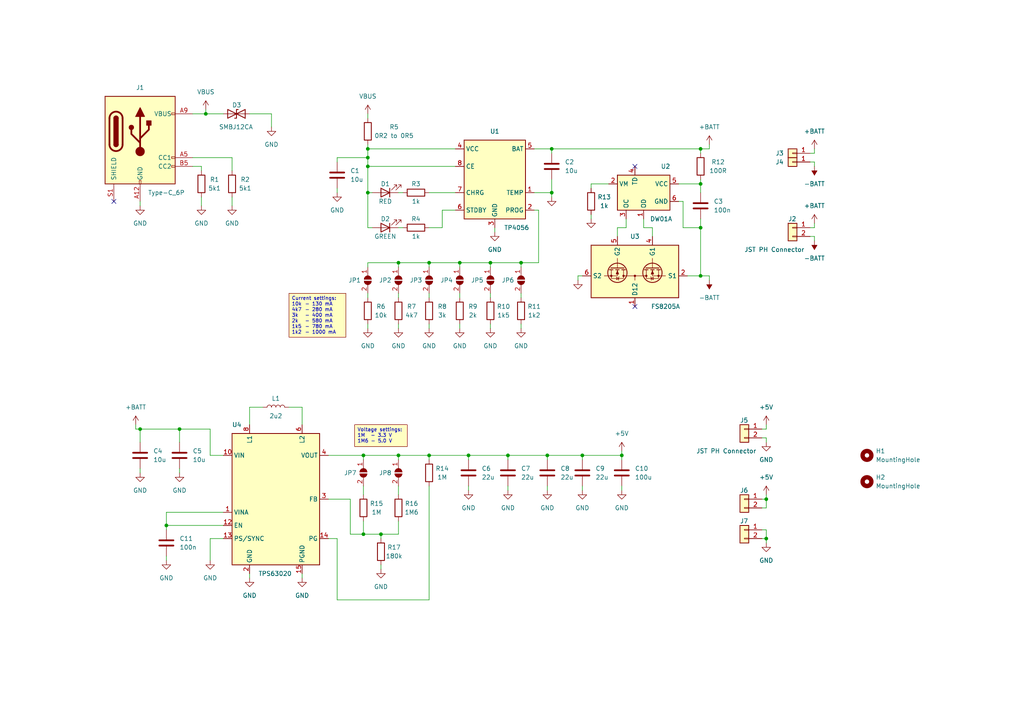
<source format=kicad_sch>
(kicad_sch (version 20230121) (generator eeschema)

  (uuid ebf16ca0-689c-447d-aaab-3c694dddd46d)

  (paper "A4")

  (lib_symbols
    (symbol "Connector:USB_C_Receptacle_PowerOnly_6P" (pin_names (offset 1.016)) (in_bom yes) (on_board yes)
      (property "Reference" "J" (at 0 16.51 0)
        (effects (font (size 1.27 1.27)) (justify bottom))
      )
      (property "Value" "USB_C_Receptacle_PowerOnly_6P" (at 0 13.97 0)
        (effects (font (size 1.27 1.27)) (justify bottom))
      )
      (property "Footprint" "" (at 3.81 2.54 0)
        (effects (font (size 1.27 1.27)) hide)
      )
      (property "Datasheet" "https://www.usb.org/sites/default/files/documents/usb_type-c.zip" (at 0 0 0)
        (effects (font (size 1.27 1.27)) hide)
      )
      (property "ki_keywords" "usb universal serial bus type-C power-only charging-only 6P 6C" (at 0 0 0)
        (effects (font (size 1.27 1.27)) hide)
      )
      (property "ki_description" "USB Power-Only 6P Type-C Receptacle connector" (at 0 0 0)
        (effects (font (size 1.27 1.27)) hide)
      )
      (property "ki_fp_filters" "USB*C*Receptacle*" (at 0 0 0)
        (effects (font (size 1.27 1.27)) hide)
      )
      (symbol "USB_C_Receptacle_PowerOnly_6P_0_0"
        (rectangle (start -0.254 -12.7) (end 0.254 -11.684)
          (stroke (width 0) (type default))
          (fill (type none))
        )
        (rectangle (start 10.16 -7.366) (end 9.144 -7.874)
          (stroke (width 0) (type default))
          (fill (type none))
        )
        (rectangle (start 10.16 -4.826) (end 9.144 -5.334)
          (stroke (width 0) (type default))
          (fill (type none))
        )
        (rectangle (start 10.16 7.874) (end 9.144 7.366)
          (stroke (width 0) (type default))
          (fill (type none))
        )
      )
      (symbol "USB_C_Receptacle_PowerOnly_6P_0_1"
        (rectangle (start -10.16 12.7) (end 10.16 -12.7)
          (stroke (width 0.254) (type default))
          (fill (type background))
        )
        (arc (start -8.89 -1.27) (mid -6.985 -3.1667) (end -5.08 -1.27)
          (stroke (width 0.508) (type default))
          (fill (type none))
        )
        (arc (start -7.62 -1.27) (mid -6.985 -1.9023) (end -6.35 -1.27)
          (stroke (width 0.254) (type default))
          (fill (type none))
        )
        (arc (start -7.62 -1.27) (mid -6.985 -1.9023) (end -6.35 -1.27)
          (stroke (width 0.254) (type default))
          (fill (type outline))
        )
        (rectangle (start -7.62 -1.27) (end -6.35 6.35)
          (stroke (width 0.254) (type default))
          (fill (type outline))
        )
        (arc (start -6.35 6.35) (mid -6.985 6.9823) (end -7.62 6.35)
          (stroke (width 0.254) (type default))
          (fill (type none))
        )
        (arc (start -6.35 6.35) (mid -6.985 6.9823) (end -7.62 6.35)
          (stroke (width 0.254) (type default))
          (fill (type outline))
        )
        (arc (start -5.08 6.35) (mid -6.985 8.2467) (end -8.89 6.35)
          (stroke (width 0.508) (type default))
          (fill (type none))
        )
        (circle (center -2.54 3.683) (radius 0.635)
          (stroke (width 0.254) (type default))
          (fill (type outline))
        )
        (circle (center 0 -3.302) (radius 1.27)
          (stroke (width 0) (type default))
          (fill (type outline))
        )
        (polyline
          (pts
            (xy -8.89 -1.27)
            (xy -8.89 6.35)
          )
          (stroke (width 0.508) (type default))
          (fill (type none))
        )
        (polyline
          (pts
            (xy -5.08 6.35)
            (xy -5.08 -1.27)
          )
          (stroke (width 0.508) (type default))
          (fill (type none))
        )
        (polyline
          (pts
            (xy 0 -3.302)
            (xy 0 6.858)
          )
          (stroke (width 0.508) (type default))
          (fill (type none))
        )
        (polyline
          (pts
            (xy 0 -0.762)
            (xy -2.54 1.778)
            (xy -2.54 3.048)
          )
          (stroke (width 0.508) (type default))
          (fill (type none))
        )
        (polyline
          (pts
            (xy 0 0.508)
            (xy 2.54 3.048)
            (xy 2.54 4.318)
          )
          (stroke (width 0.508) (type default))
          (fill (type none))
        )
        (polyline
          (pts
            (xy -1.27 6.858)
            (xy 0 9.398)
            (xy 1.27 6.858)
            (xy -1.27 6.858)
          )
          (stroke (width 0.254) (type default))
          (fill (type outline))
        )
        (rectangle (start 1.905 4.318) (end 3.175 5.588)
          (stroke (width 0.254) (type default))
          (fill (type outline))
        )
      )
      (symbol "USB_C_Receptacle_PowerOnly_6P_1_1"
        (pin passive line (at 0 -17.78 90) (length 5.08)
          (name "GND" (effects (font (size 1.27 1.27))))
          (number "A12" (effects (font (size 1.27 1.27))))
        )
        (pin bidirectional line (at 15.24 -5.08 180) (length 5.08)
          (name "CC1" (effects (font (size 1.27 1.27))))
          (number "A5" (effects (font (size 1.27 1.27))))
        )
        (pin passive line (at 15.24 7.62 180) (length 5.08)
          (name "VBUS" (effects (font (size 1.27 1.27))))
          (number "A9" (effects (font (size 1.27 1.27))))
        )
        (pin passive line (at 0 -17.78 90) (length 5.08) hide
          (name "GND" (effects (font (size 1.27 1.27))))
          (number "B12" (effects (font (size 1.27 1.27))))
        )
        (pin bidirectional line (at 15.24 -7.62 180) (length 5.08)
          (name "CC2" (effects (font (size 1.27 1.27))))
          (number "B5" (effects (font (size 1.27 1.27))))
        )
        (pin passive line (at 15.24 7.62 180) (length 5.08) hide
          (name "VBUS" (effects (font (size 1.27 1.27))))
          (number "B9" (effects (font (size 1.27 1.27))))
        )
        (pin passive line (at -7.62 -17.78 90) (length 5.08)
          (name "SHIELD" (effects (font (size 1.27 1.27))))
          (number "S1" (effects (font (size 1.27 1.27))))
        )
      )
    )
    (symbol "Connector_Generic:Conn_01x01" (pin_names (offset 1.016) hide) (in_bom yes) (on_board yes)
      (property "Reference" "J" (at 0 2.54 0)
        (effects (font (size 1.27 1.27)))
      )
      (property "Value" "Conn_01x01" (at 0 -2.54 0)
        (effects (font (size 1.27 1.27)))
      )
      (property "Footprint" "" (at 0 0 0)
        (effects (font (size 1.27 1.27)) hide)
      )
      (property "Datasheet" "~" (at 0 0 0)
        (effects (font (size 1.27 1.27)) hide)
      )
      (property "ki_keywords" "connector" (at 0 0 0)
        (effects (font (size 1.27 1.27)) hide)
      )
      (property "ki_description" "Generic connector, single row, 01x01, script generated (kicad-library-utils/schlib/autogen/connector/)" (at 0 0 0)
        (effects (font (size 1.27 1.27)) hide)
      )
      (property "ki_fp_filters" "Connector*:*_1x??_*" (at 0 0 0)
        (effects (font (size 1.27 1.27)) hide)
      )
      (symbol "Conn_01x01_1_1"
        (rectangle (start -1.27 0.127) (end 0 -0.127)
          (stroke (width 0.1524) (type default))
          (fill (type none))
        )
        (rectangle (start -1.27 1.27) (end 1.27 -1.27)
          (stroke (width 0.254) (type default))
          (fill (type background))
        )
        (pin passive line (at -5.08 0 0) (length 3.81)
          (name "Pin_1" (effects (font (size 1.27 1.27))))
          (number "1" (effects (font (size 1.27 1.27))))
        )
      )
    )
    (symbol "Connector_Generic:Conn_01x02" (pin_names (offset 1.016) hide) (in_bom yes) (on_board yes)
      (property "Reference" "J" (at 0 2.54 0)
        (effects (font (size 1.27 1.27)))
      )
      (property "Value" "Conn_01x02" (at 0 -5.08 0)
        (effects (font (size 1.27 1.27)))
      )
      (property "Footprint" "" (at 0 0 0)
        (effects (font (size 1.27 1.27)) hide)
      )
      (property "Datasheet" "~" (at 0 0 0)
        (effects (font (size 1.27 1.27)) hide)
      )
      (property "ki_keywords" "connector" (at 0 0 0)
        (effects (font (size 1.27 1.27)) hide)
      )
      (property "ki_description" "Generic connector, single row, 01x02, script generated (kicad-library-utils/schlib/autogen/connector/)" (at 0 0 0)
        (effects (font (size 1.27 1.27)) hide)
      )
      (property "ki_fp_filters" "Connector*:*_1x??_*" (at 0 0 0)
        (effects (font (size 1.27 1.27)) hide)
      )
      (symbol "Conn_01x02_1_1"
        (rectangle (start -1.27 -2.413) (end 0 -2.667)
          (stroke (width 0.1524) (type default))
          (fill (type none))
        )
        (rectangle (start -1.27 0.127) (end 0 -0.127)
          (stroke (width 0.1524) (type default))
          (fill (type none))
        )
        (rectangle (start -1.27 1.27) (end 1.27 -3.81)
          (stroke (width 0.254) (type default))
          (fill (type background))
        )
        (pin passive line (at -5.08 0 0) (length 3.81)
          (name "Pin_1" (effects (font (size 1.27 1.27))))
          (number "1" (effects (font (size 1.27 1.27))))
        )
        (pin passive line (at -5.08 -2.54 0) (length 3.81)
          (name "Pin_2" (effects (font (size 1.27 1.27))))
          (number "2" (effects (font (size 1.27 1.27))))
        )
      )
    )
    (symbol "Device:C" (pin_numbers hide) (pin_names (offset 0.254)) (in_bom yes) (on_board yes)
      (property "Reference" "C" (at 0.635 2.54 0)
        (effects (font (size 1.27 1.27)) (justify left))
      )
      (property "Value" "C" (at 0.635 -2.54 0)
        (effects (font (size 1.27 1.27)) (justify left))
      )
      (property "Footprint" "" (at 0.9652 -3.81 0)
        (effects (font (size 1.27 1.27)) hide)
      )
      (property "Datasheet" "~" (at 0 0 0)
        (effects (font (size 1.27 1.27)) hide)
      )
      (property "ki_keywords" "cap capacitor" (at 0 0 0)
        (effects (font (size 1.27 1.27)) hide)
      )
      (property "ki_description" "Unpolarized capacitor" (at 0 0 0)
        (effects (font (size 1.27 1.27)) hide)
      )
      (property "ki_fp_filters" "C_*" (at 0 0 0)
        (effects (font (size 1.27 1.27)) hide)
      )
      (symbol "C_0_1"
        (polyline
          (pts
            (xy -2.032 -0.762)
            (xy 2.032 -0.762)
          )
          (stroke (width 0.508) (type default))
          (fill (type none))
        )
        (polyline
          (pts
            (xy -2.032 0.762)
            (xy 2.032 0.762)
          )
          (stroke (width 0.508) (type default))
          (fill (type none))
        )
      )
      (symbol "C_1_1"
        (pin passive line (at 0 3.81 270) (length 2.794)
          (name "~" (effects (font (size 1.27 1.27))))
          (number "1" (effects (font (size 1.27 1.27))))
        )
        (pin passive line (at 0 -3.81 90) (length 2.794)
          (name "~" (effects (font (size 1.27 1.27))))
          (number "2" (effects (font (size 1.27 1.27))))
        )
      )
    )
    (symbol "Device:D_TVS" (pin_numbers hide) (pin_names (offset 1.016) hide) (in_bom yes) (on_board yes)
      (property "Reference" "D" (at 0 2.54 0)
        (effects (font (size 1.27 1.27)))
      )
      (property "Value" "D_TVS" (at 0 -2.54 0)
        (effects (font (size 1.27 1.27)))
      )
      (property "Footprint" "" (at 0 0 0)
        (effects (font (size 1.27 1.27)) hide)
      )
      (property "Datasheet" "~" (at 0 0 0)
        (effects (font (size 1.27 1.27)) hide)
      )
      (property "ki_keywords" "diode TVS thyrector" (at 0 0 0)
        (effects (font (size 1.27 1.27)) hide)
      )
      (property "ki_description" "Bidirectional transient-voltage-suppression diode" (at 0 0 0)
        (effects (font (size 1.27 1.27)) hide)
      )
      (property "ki_fp_filters" "TO-???* *_Diode_* *SingleDiode* D_*" (at 0 0 0)
        (effects (font (size 1.27 1.27)) hide)
      )
      (symbol "D_TVS_0_1"
        (polyline
          (pts
            (xy 1.27 0)
            (xy -1.27 0)
          )
          (stroke (width 0) (type default))
          (fill (type none))
        )
        (polyline
          (pts
            (xy 0.508 1.27)
            (xy 0 1.27)
            (xy 0 -1.27)
            (xy -0.508 -1.27)
          )
          (stroke (width 0.254) (type default))
          (fill (type none))
        )
        (polyline
          (pts
            (xy -2.54 1.27)
            (xy -2.54 -1.27)
            (xy 2.54 1.27)
            (xy 2.54 -1.27)
            (xy -2.54 1.27)
          )
          (stroke (width 0.254) (type default))
          (fill (type none))
        )
      )
      (symbol "D_TVS_1_1"
        (pin passive line (at -3.81 0 0) (length 2.54)
          (name "A1" (effects (font (size 1.27 1.27))))
          (number "1" (effects (font (size 1.27 1.27))))
        )
        (pin passive line (at 3.81 0 180) (length 2.54)
          (name "A2" (effects (font (size 1.27 1.27))))
          (number "2" (effects (font (size 1.27 1.27))))
        )
      )
    )
    (symbol "Device:L" (pin_numbers hide) (pin_names (offset 1.016) hide) (in_bom yes) (on_board yes)
      (property "Reference" "L" (at -1.27 0 90)
        (effects (font (size 1.27 1.27)))
      )
      (property "Value" "L" (at 1.905 0 90)
        (effects (font (size 1.27 1.27)))
      )
      (property "Footprint" "" (at 0 0 0)
        (effects (font (size 1.27 1.27)) hide)
      )
      (property "Datasheet" "~" (at 0 0 0)
        (effects (font (size 1.27 1.27)) hide)
      )
      (property "ki_keywords" "inductor choke coil reactor magnetic" (at 0 0 0)
        (effects (font (size 1.27 1.27)) hide)
      )
      (property "ki_description" "Inductor" (at 0 0 0)
        (effects (font (size 1.27 1.27)) hide)
      )
      (property "ki_fp_filters" "Choke_* *Coil* Inductor_* L_*" (at 0 0 0)
        (effects (font (size 1.27 1.27)) hide)
      )
      (symbol "L_0_1"
        (arc (start 0 -2.54) (mid 0.6323 -1.905) (end 0 -1.27)
          (stroke (width 0) (type default))
          (fill (type none))
        )
        (arc (start 0 -1.27) (mid 0.6323 -0.635) (end 0 0)
          (stroke (width 0) (type default))
          (fill (type none))
        )
        (arc (start 0 0) (mid 0.6323 0.635) (end 0 1.27)
          (stroke (width 0) (type default))
          (fill (type none))
        )
        (arc (start 0 1.27) (mid 0.6323 1.905) (end 0 2.54)
          (stroke (width 0) (type default))
          (fill (type none))
        )
      )
      (symbol "L_1_1"
        (pin passive line (at 0 3.81 270) (length 1.27)
          (name "1" (effects (font (size 1.27 1.27))))
          (number "1" (effects (font (size 1.27 1.27))))
        )
        (pin passive line (at 0 -3.81 90) (length 1.27)
          (name "2" (effects (font (size 1.27 1.27))))
          (number "2" (effects (font (size 1.27 1.27))))
        )
      )
    )
    (symbol "Device:LED" (pin_numbers hide) (pin_names (offset 1.016) hide) (in_bom yes) (on_board yes)
      (property "Reference" "D" (at 0 2.54 0)
        (effects (font (size 1.27 1.27)))
      )
      (property "Value" "LED" (at 0 -2.54 0)
        (effects (font (size 1.27 1.27)))
      )
      (property "Footprint" "" (at 0 0 0)
        (effects (font (size 1.27 1.27)) hide)
      )
      (property "Datasheet" "~" (at 0 0 0)
        (effects (font (size 1.27 1.27)) hide)
      )
      (property "ki_keywords" "LED diode" (at 0 0 0)
        (effects (font (size 1.27 1.27)) hide)
      )
      (property "ki_description" "Light emitting diode" (at 0 0 0)
        (effects (font (size 1.27 1.27)) hide)
      )
      (property "ki_fp_filters" "LED* LED_SMD:* LED_THT:*" (at 0 0 0)
        (effects (font (size 1.27 1.27)) hide)
      )
      (symbol "LED_0_1"
        (polyline
          (pts
            (xy -1.27 -1.27)
            (xy -1.27 1.27)
          )
          (stroke (width 0.254) (type default))
          (fill (type none))
        )
        (polyline
          (pts
            (xy -1.27 0)
            (xy 1.27 0)
          )
          (stroke (width 0) (type default))
          (fill (type none))
        )
        (polyline
          (pts
            (xy 1.27 -1.27)
            (xy 1.27 1.27)
            (xy -1.27 0)
            (xy 1.27 -1.27)
          )
          (stroke (width 0.254) (type default))
          (fill (type none))
        )
        (polyline
          (pts
            (xy -3.048 -0.762)
            (xy -4.572 -2.286)
            (xy -3.81 -2.286)
            (xy -4.572 -2.286)
            (xy -4.572 -1.524)
          )
          (stroke (width 0) (type default))
          (fill (type none))
        )
        (polyline
          (pts
            (xy -1.778 -0.762)
            (xy -3.302 -2.286)
            (xy -2.54 -2.286)
            (xy -3.302 -2.286)
            (xy -3.302 -1.524)
          )
          (stroke (width 0) (type default))
          (fill (type none))
        )
      )
      (symbol "LED_1_1"
        (pin passive line (at -3.81 0 0) (length 2.54)
          (name "K" (effects (font (size 1.27 1.27))))
          (number "1" (effects (font (size 1.27 1.27))))
        )
        (pin passive line (at 3.81 0 180) (length 2.54)
          (name "A" (effects (font (size 1.27 1.27))))
          (number "2" (effects (font (size 1.27 1.27))))
        )
      )
    )
    (symbol "Device:R" (pin_numbers hide) (pin_names (offset 0)) (in_bom yes) (on_board yes)
      (property "Reference" "R" (at 2.032 0 90)
        (effects (font (size 1.27 1.27)))
      )
      (property "Value" "R" (at 0 0 90)
        (effects (font (size 1.27 1.27)))
      )
      (property "Footprint" "" (at -1.778 0 90)
        (effects (font (size 1.27 1.27)) hide)
      )
      (property "Datasheet" "~" (at 0 0 0)
        (effects (font (size 1.27 1.27)) hide)
      )
      (property "ki_keywords" "R res resistor" (at 0 0 0)
        (effects (font (size 1.27 1.27)) hide)
      )
      (property "ki_description" "Resistor" (at 0 0 0)
        (effects (font (size 1.27 1.27)) hide)
      )
      (property "ki_fp_filters" "R_*" (at 0 0 0)
        (effects (font (size 1.27 1.27)) hide)
      )
      (symbol "R_0_1"
        (rectangle (start -1.016 -2.54) (end 1.016 2.54)
          (stroke (width 0.254) (type default))
          (fill (type none))
        )
      )
      (symbol "R_1_1"
        (pin passive line (at 0 3.81 270) (length 1.27)
          (name "~" (effects (font (size 1.27 1.27))))
          (number "1" (effects (font (size 1.27 1.27))))
        )
        (pin passive line (at 0 -3.81 90) (length 1.27)
          (name "~" (effects (font (size 1.27 1.27))))
          (number "2" (effects (font (size 1.27 1.27))))
        )
      )
    )
    (symbol "Jumper:SolderJumper_2_Open" (pin_names (offset 0) hide) (in_bom yes) (on_board yes)
      (property "Reference" "JP" (at 0 2.032 0)
        (effects (font (size 1.27 1.27)))
      )
      (property "Value" "SolderJumper_2_Open" (at 0 -2.54 0)
        (effects (font (size 1.27 1.27)))
      )
      (property "Footprint" "" (at 0 0 0)
        (effects (font (size 1.27 1.27)) hide)
      )
      (property "Datasheet" "~" (at 0 0 0)
        (effects (font (size 1.27 1.27)) hide)
      )
      (property "ki_keywords" "solder jumper SPST" (at 0 0 0)
        (effects (font (size 1.27 1.27)) hide)
      )
      (property "ki_description" "Solder Jumper, 2-pole, open" (at 0 0 0)
        (effects (font (size 1.27 1.27)) hide)
      )
      (property "ki_fp_filters" "SolderJumper*Open*" (at 0 0 0)
        (effects (font (size 1.27 1.27)) hide)
      )
      (symbol "SolderJumper_2_Open_0_1"
        (arc (start -0.254 1.016) (mid -1.2656 0) (end -0.254 -1.016)
          (stroke (width 0) (type default))
          (fill (type none))
        )
        (arc (start -0.254 1.016) (mid -1.2656 0) (end -0.254 -1.016)
          (stroke (width 0) (type default))
          (fill (type outline))
        )
        (polyline
          (pts
            (xy -0.254 1.016)
            (xy -0.254 -1.016)
          )
          (stroke (width 0) (type default))
          (fill (type none))
        )
        (polyline
          (pts
            (xy 0.254 1.016)
            (xy 0.254 -1.016)
          )
          (stroke (width 0) (type default))
          (fill (type none))
        )
        (arc (start 0.254 -1.016) (mid 1.2656 0) (end 0.254 1.016)
          (stroke (width 0) (type default))
          (fill (type none))
        )
        (arc (start 0.254 -1.016) (mid 1.2656 0) (end 0.254 1.016)
          (stroke (width 0) (type default))
          (fill (type outline))
        )
      )
      (symbol "SolderJumper_2_Open_1_1"
        (pin passive line (at -3.81 0 0) (length 2.54)
          (name "A" (effects (font (size 1.27 1.27))))
          (number "1" (effects (font (size 1.27 1.27))))
        )
        (pin passive line (at 3.81 0 180) (length 2.54)
          (name "B" (effects (font (size 1.27 1.27))))
          (number "2" (effects (font (size 1.27 1.27))))
        )
      )
    )
    (symbol "Mechanical:MountingHole" (pin_names (offset 1.016)) (in_bom yes) (on_board yes)
      (property "Reference" "H" (at 0 5.08 0)
        (effects (font (size 1.27 1.27)))
      )
      (property "Value" "MountingHole" (at 0 3.175 0)
        (effects (font (size 1.27 1.27)))
      )
      (property "Footprint" "" (at 0 0 0)
        (effects (font (size 1.27 1.27)) hide)
      )
      (property "Datasheet" "~" (at 0 0 0)
        (effects (font (size 1.27 1.27)) hide)
      )
      (property "ki_keywords" "mounting hole" (at 0 0 0)
        (effects (font (size 1.27 1.27)) hide)
      )
      (property "ki_description" "Mounting Hole without connection" (at 0 0 0)
        (effects (font (size 1.27 1.27)) hide)
      )
      (property "ki_fp_filters" "MountingHole*" (at 0 0 0)
        (effects (font (size 1.27 1.27)) hide)
      )
      (symbol "MountingHole_0_1"
        (circle (center 0 0) (radius 1.27)
          (stroke (width 1.27) (type default))
          (fill (type none))
        )
      )
    )
    (symbol "New_Library:DW01A" (in_bom yes) (on_board yes)
      (property "Reference" "U" (at -6.35 6.35 0)
        (effects (font (size 1.27 1.27)))
      )
      (property "Value" "DW01A" (at 10.16 -6.35 0)
        (effects (font (size 1.27 1.27)))
      )
      (property "Footprint" "Package_TO_SOT_SMD:SOT-23-6" (at 0 -15.24 0)
        (effects (font (size 1.27 1.27)) hide)
      )
      (property "Datasheet" "https://www.lcsc.com/datasheet/lcsc_datasheet_1901091236_PUOLOP-DW01A_C351410.pdf" (at 0 -17.78 0)
        (effects (font (size 1.27 1.27)) hide)
      )
      (symbol "DW01A_1_1"
        (rectangle (start -7.62 5.08) (end 7.62 -5.08)
          (stroke (width 0.254) (type default))
          (fill (type background))
        )
        (pin input line (at 0 -7.62 90) (length 2.54)
          (name "OD" (effects (font (size 1.27 1.27))))
          (number "1" (effects (font (size 1.27 1.27))))
        )
        (pin input line (at 10.16 2.54 180) (length 2.54)
          (name "VM" (effects (font (size 1.27 1.27))))
          (number "2" (effects (font (size 1.27 1.27))))
        )
        (pin input line (at 5.08 -7.62 90) (length 2.54)
          (name "OC" (effects (font (size 1.27 1.27))))
          (number "3" (effects (font (size 1.27 1.27))))
        )
        (pin input line (at 2.54 7.62 270) (length 2.54)
          (name "TD" (effects (font (size 1.27 1.27))))
          (number "4" (effects (font (size 1.27 1.27))))
        )
        (pin input line (at -10.16 2.54 0) (length 2.54)
          (name "VCC" (effects (font (size 1.27 1.27))))
          (number "5" (effects (font (size 1.27 1.27))))
        )
        (pin input line (at -10.16 -2.54 0) (length 2.54)
          (name "GND" (effects (font (size 1.27 1.27))))
          (number "6" (effects (font (size 1.27 1.27))))
        )
      )
    )
    (symbol "New_Library:FS8205A" (in_bom yes) (on_board yes)
      (property "Reference" "U" (at -11.43 -13.97 0)
        (effects (font (size 1.27 1.27)))
      )
      (property "Value" "FS8205A" (at 0 0 0)
        (effects (font (size 1.27 1.27)))
      )
      (property "Footprint" "Package_SO:TSSOP-8_4.4x3mm_P0.65mm" (at 21.59 -15.24 0)
        (effects (font (size 1.27 1.27)) hide)
      )
      (property "Datasheet" "https://www.ic-fortune.com/upload/Download/FS8205A-DS-12_EN.pdf" (at 36.83 -17.78 0)
        (effects (font (size 1.27 1.27)) hide)
      )
      (symbol "FS8205A_0_1"
        (polyline
          (pts
            (xy -3.302 -6.35)
            (xy 3.302 -6.35)
          )
          (stroke (width 0) (type default))
          (fill (type none))
        )
        (polyline
          (pts
            (xy 2.794 -4.572)
            (xy 3.81 -4.572)
          )
          (stroke (width 0.254) (type default))
          (fill (type none))
        )
        (polyline
          (pts
            (xy 3.175 -4.064)
            (xy 6.985 -4.064)
          )
          (stroke (width 0.254) (type default))
          (fill (type none))
        )
        (polyline
          (pts
            (xy 4.572 -4.572)
            (xy 5.588 -4.572)
          )
          (stroke (width 0.254) (type default))
          (fill (type none))
        )
        (polyline
          (pts
            (xy 5.08 -4.064)
            (xy 5.08 -1.27)
          )
          (stroke (width 0) (type default))
          (fill (type none))
        )
        (polyline
          (pts
            (xy 6.35 -4.572)
            (xy 7.366 -4.572)
          )
          (stroke (width 0.254) (type default))
          (fill (type none))
        )
        (polyline
          (pts
            (xy 7.62 -6.35)
            (xy 5.08 -6.35)
            (xy 5.08 -4.572)
          )
          (stroke (width 0) (type default))
          (fill (type none))
        )
        (polyline
          (pts
            (xy 4.572 -6.604)
            (xy 4.699 -6.731)
            (xy 4.699 -7.493)
            (xy 4.826 -7.62)
          )
          (stroke (width 0) (type default))
          (fill (type none))
        )
        (polyline
          (pts
            (xy 4.699 -7.112)
            (xy 5.334 -6.731)
            (xy 5.334 -7.493)
            (xy 4.699 -7.112)
          )
          (stroke (width 0) (type default))
          (fill (type none))
        )
        (polyline
          (pts
            (xy 5.08 -4.826)
            (xy 4.699 -5.842)
            (xy 5.461 -5.842)
            (xy 5.08 -4.826)
          )
          (stroke (width 0) (type default))
          (fill (type outline))
        )
        (polyline
          (pts
            (xy 6.858 -4.572)
            (xy 6.858 -7.112)
            (xy 3.302 -7.112)
            (xy 3.302 -4.572)
          )
          (stroke (width 0) (type default))
          (fill (type none))
        )
        (circle (center 3.302 -6.35) (radius 0.254)
          (stroke (width 0) (type default))
          (fill (type outline))
        )
        (circle (center 5.08 -5.461) (radius 2.794)
          (stroke (width 0.254) (type default))
          (fill (type none))
        )
        (circle (center 6.858 -6.35) (radius 0.254)
          (stroke (width 0) (type default))
          (fill (type outline))
        )
      )
      (symbol "FS8205A_1_1"
        (rectangle (start -12.7 2.54) (end 12.7 -12.7)
          (stroke (width 0.254) (type default))
          (fill (type background))
        )
        (circle (center -6.858 -6.35) (radius 0.254)
          (stroke (width 0) (type default))
          (fill (type outline))
        )
        (circle (center -5.08 -5.461) (radius 2.794)
          (stroke (width 0.254) (type default))
          (fill (type none))
        )
        (circle (center -3.302 -6.35) (radius 0.254)
          (stroke (width 0) (type default))
          (fill (type outline))
        )
        (circle (center 0 -6.35) (radius 0.254)
          (stroke (width 0) (type default))
          (fill (type outline))
        )
        (polyline
          (pts
            (xy -7.62 -6.35)
            (xy -8.89 -6.35)
          )
          (stroke (width 0) (type default))
          (fill (type none))
        )
        (polyline
          (pts
            (xy -6.35 -4.572)
            (xy -7.366 -4.572)
          )
          (stroke (width 0.254) (type default))
          (fill (type none))
        )
        (polyline
          (pts
            (xy -5.08 -4.064)
            (xy -5.08 -1.27)
          )
          (stroke (width 0) (type default))
          (fill (type none))
        )
        (polyline
          (pts
            (xy -4.572 -4.572)
            (xy -5.588 -4.572)
          )
          (stroke (width 0.254) (type default))
          (fill (type none))
        )
        (polyline
          (pts
            (xy -3.175 -4.064)
            (xy -6.985 -4.064)
          )
          (stroke (width 0.254) (type default))
          (fill (type none))
        )
        (polyline
          (pts
            (xy -2.794 -4.572)
            (xy -3.81 -4.572)
          )
          (stroke (width 0.254) (type default))
          (fill (type none))
        )
        (polyline
          (pts
            (xy 0 -6.35)
            (xy 0 -7.62)
          )
          (stroke (width 0) (type default))
          (fill (type none))
        )
        (polyline
          (pts
            (xy 8.89 -6.35)
            (xy 7.62 -6.35)
          )
          (stroke (width 0) (type default))
          (fill (type none))
        )
        (polyline
          (pts
            (xy -7.62 -6.35)
            (xy -5.08 -6.35)
            (xy -5.08 -4.572)
          )
          (stroke (width 0) (type default))
          (fill (type none))
        )
        (polyline
          (pts
            (xy -6.858 -4.572)
            (xy -6.858 -7.112)
            (xy -3.302 -7.112)
            (xy -3.302 -4.572)
          )
          (stroke (width 0) (type default))
          (fill (type none))
        )
        (polyline
          (pts
            (xy -5.08 -4.826)
            (xy -4.699 -5.842)
            (xy -5.461 -5.842)
            (xy -5.08 -4.826)
          )
          (stroke (width 0) (type default))
          (fill (type outline))
        )
        (polyline
          (pts
            (xy -4.699 -7.112)
            (xy -5.334 -6.731)
            (xy -5.334 -7.493)
            (xy -4.699 -7.112)
          )
          (stroke (width 0) (type default))
          (fill (type none))
        )
        (polyline
          (pts
            (xy -4.572 -6.604)
            (xy -4.699 -6.731)
            (xy -4.699 -7.493)
            (xy -4.826 -7.62)
          )
          (stroke (width 0) (type default))
          (fill (type none))
        )
        (pin passive line (at 0 -15.24 90) (length 2.54)
          (name "D12" (effects (font (size 1.27 1.27))))
          (number "1" (effects (font (size 1.27 1.27))))
        )
        (pin passive line (at -15.24 -6.35 0) (length 2.54)
          (name "S1" (effects (font (size 1.27 1.27))))
          (number "2" (effects (font (size 1.27 1.27))))
        )
        (pin passive line (at -15.24 -6.35 0) (length 2.54) hide
          (name "S1" (effects (font (size 1.27 1.27))))
          (number "3" (effects (font (size 1.27 1.27))))
        )
        (pin input line (at -5.08 5.08 270) (length 2.54)
          (name "G1" (effects (font (size 1.27 1.27))))
          (number "4" (effects (font (size 1.27 1.27))))
        )
        (pin input line (at 5.08 5.08 270) (length 2.54)
          (name "G2" (effects (font (size 1.27 1.27))))
          (number "5" (effects (font (size 1.27 1.27))))
        )
        (pin passive line (at 15.24 -6.35 180) (length 2.54)
          (name "S2" (effects (font (size 1.27 1.27))))
          (number "6" (effects (font (size 1.27 1.27))))
        )
        (pin passive line (at 15.24 -6.35 180) (length 2.54) hide
          (name "S2" (effects (font (size 1.27 1.27))))
          (number "7" (effects (font (size 1.27 1.27))))
        )
        (pin passive line (at 0 -15.24 90) (length 2.54) hide
          (name "D12" (effects (font (size 1.27 1.27))))
          (number "8" (effects (font (size 1.27 1.27))))
        )
      )
    )
    (symbol "New_Library:TP4056" (in_bom yes) (on_board yes)
      (property "Reference" "U" (at -7.62 12.7 0)
        (effects (font (size 1.27 1.27)))
      )
      (property "Value" "TP4056" (at 6.35 -13.97 0)
        (effects (font (size 1.27 1.27)))
      )
      (property "Footprint" "Package_SO:SOP-8_3.76x4.96mm_P1.27mm" (at 0 -19.05 0)
        (effects (font (size 1.27 1.27)) hide)
      )
      (property "Datasheet" "https://dlnmh9ip6v2uc.cloudfront.net/datasheets/Prototyping/TP4056.pdf" (at -2.54 -21.59 0)
        (effects (font (size 1.27 1.27)) hide)
      )
      (symbol "TP4056_1_1"
        (rectangle (start -8.89 11.43) (end 8.89 -11.43)
          (stroke (width 0.254) (type default))
          (fill (type background))
        )
        (pin input line (at 11.43 -3.81 180) (length 2.54)
          (name "TEMP" (effects (font (size 1.27 1.27))))
          (number "1" (effects (font (size 1.27 1.27))))
        )
        (pin input line (at 11.43 -8.89 180) (length 2.54)
          (name "PROG" (effects (font (size 1.27 1.27))))
          (number "2" (effects (font (size 1.27 1.27))))
        )
        (pin input line (at 0 -13.97 90) (length 2.54)
          (name "GND" (effects (font (size 1.27 1.27))))
          (number "3" (effects (font (size 1.27 1.27))))
        )
        (pin input line (at -11.43 8.89 0) (length 2.54)
          (name "VCC" (effects (font (size 1.27 1.27))))
          (number "4" (effects (font (size 1.27 1.27))))
        )
        (pin input line (at 11.43 8.89 180) (length 2.54)
          (name "BAT" (effects (font (size 1.27 1.27))))
          (number "5" (effects (font (size 1.27 1.27))))
        )
        (pin input line (at -11.43 -8.89 0) (length 2.54)
          (name "STDBY" (effects (font (size 1.27 1.27))))
          (number "6" (effects (font (size 1.27 1.27))))
        )
        (pin input line (at -11.43 -3.81 0) (length 2.54)
          (name "CHRG" (effects (font (size 1.27 1.27))))
          (number "7" (effects (font (size 1.27 1.27))))
        )
        (pin input line (at -11.43 3.81 0) (length 2.54)
          (name "CE" (effects (font (size 1.27 1.27))))
          (number "8" (effects (font (size 1.27 1.27))))
        )
      )
    )
    (symbol "New_Library:TPS63020" (in_bom yes) (on_board yes)
      (property "Reference" "U" (at 0 21.59 0)
        (effects (font (size 1.27 1.27)))
      )
      (property "Value" "TPS63020" (at 0 0 0)
        (effects (font (size 1.27 1.27)))
      )
      (property "Footprint" "TPS63020:QFN14-3X4MM" (at 22.86 -27.94 0)
        (effects (font (size 1.27 1.27)) hide)
      )
      (property "Datasheet" "https://www.ti.com/lit/ds/symlink/tps63020.pdf?ts=1730487165461&ref_url=https%253A%252F%252Fwww.ti.com%252Fproduct%252FTPS63020" (at -1.27 -31.75 0)
        (effects (font (size 1.27 1.27)) hide)
      )
      (symbol "TPS63020_1_1"
        (rectangle (start -12.7 19.05) (end 12.7 -19.05)
          (stroke (width 0.254) (type default))
          (fill (type background))
        )
        (pin passive line (at -15.24 -3.81 0) (length 2.54)
          (name "VINA" (effects (font (size 1.27 1.27))))
          (number "1" (effects (font (size 1.27 1.27))))
        )
        (pin passive line (at -15.24 12.7 0) (length 2.54)
          (name "VIN" (effects (font (size 1.27 1.27))))
          (number "10" (effects (font (size 1.27 1.27))))
        )
        (pin passive line (at -15.24 12.7 0) (length 2.54) hide
          (name "VIN" (effects (font (size 1.27 1.27))))
          (number "11" (effects (font (size 1.27 1.27))))
        )
        (pin passive line (at -15.24 -7.62 0) (length 2.54)
          (name "EN" (effects (font (size 1.27 1.27))))
          (number "12" (effects (font (size 1.27 1.27))))
        )
        (pin passive line (at -15.24 -11.43 0) (length 2.54)
          (name "PS/SYNC" (effects (font (size 1.27 1.27))))
          (number "13" (effects (font (size 1.27 1.27))))
        )
        (pin passive line (at 15.24 -11.43 180) (length 2.54)
          (name "PG" (effects (font (size 1.27 1.27))))
          (number "14" (effects (font (size 1.27 1.27))))
        )
        (pin passive line (at 7.62 -21.59 90) (length 2.54)
          (name "PGND" (effects (font (size 1.27 1.27))))
          (number "15" (effects (font (size 1.27 1.27))))
        )
        (pin passive line (at 7.62 -21.59 90) (length 2.54) hide
          (name "PGND" (effects (font (size 1.27 1.27))))
          (number "16" (effects (font (size 1.27 1.27))))
        )
        (pin passive line (at 7.62 -21.59 90) (length 2.54) hide
          (name "PGND" (effects (font (size 1.27 1.27))))
          (number "17" (effects (font (size 1.27 1.27))))
        )
        (pin passive line (at 7.62 -21.59 90) (length 2.54) hide
          (name "PGND" (effects (font (size 1.27 1.27))))
          (number "18" (effects (font (size 1.27 1.27))))
        )
        (pin passive line (at 7.62 -21.59 90) (length 2.54) hide
          (name "PGND" (effects (font (size 1.27 1.27))))
          (number "19" (effects (font (size 1.27 1.27))))
        )
        (pin passive line (at -7.62 -21.59 90) (length 2.54)
          (name "GND" (effects (font (size 1.27 1.27))))
          (number "2" (effects (font (size 1.27 1.27))))
        )
        (pin passive line (at 7.62 -21.59 90) (length 2.54) hide
          (name "PGND" (effects (font (size 1.27 1.27))))
          (number "20" (effects (font (size 1.27 1.27))))
        )
        (pin passive line (at 7.62 -21.59 90) (length 2.54) hide
          (name "PGND" (effects (font (size 1.27 1.27))))
          (number "21" (effects (font (size 1.27 1.27))))
        )
        (pin passive line (at 7.62 -21.59 90) (length 2.54) hide
          (name "PGND" (effects (font (size 1.27 1.27))))
          (number "22" (effects (font (size 1.27 1.27))))
        )
        (pin passive line (at 7.62 -21.59 90) (length 2.54) hide
          (name "PGND" (effects (font (size 1.27 1.27))))
          (number "23" (effects (font (size 1.27 1.27))))
        )
        (pin passive line (at 15.24 0 180) (length 2.54)
          (name "FB" (effects (font (size 1.27 1.27))))
          (number "3" (effects (font (size 1.27 1.27))))
        )
        (pin passive line (at 15.24 12.7 180) (length 2.54)
          (name "VOUT" (effects (font (size 1.27 1.27))))
          (number "4" (effects (font (size 1.27 1.27))))
        )
        (pin passive line (at 15.24 12.7 180) (length 2.54) hide
          (name "VOUT" (effects (font (size 1.27 1.27))))
          (number "5" (effects (font (size 1.27 1.27))))
        )
        (pin passive line (at 7.62 21.59 270) (length 2.54)
          (name "L2" (effects (font (size 1.27 1.27))))
          (number "6" (effects (font (size 1.27 1.27))))
        )
        (pin passive line (at 7.62 21.59 270) (length 2.54) hide
          (name "L2" (effects (font (size 1.27 1.27))))
          (number "7" (effects (font (size 1.27 1.27))))
        )
        (pin passive line (at -7.62 21.59 270) (length 2.54)
          (name "L1" (effects (font (size 1.27 1.27))))
          (number "8" (effects (font (size 1.27 1.27))))
        )
        (pin passive line (at -7.62 21.59 270) (length 2.54) hide
          (name "L1" (effects (font (size 1.27 1.27))))
          (number "9" (effects (font (size 1.27 1.27))))
        )
      )
    )
    (symbol "power:+5V" (power) (pin_names (offset 0)) (in_bom yes) (on_board yes)
      (property "Reference" "#PWR" (at 0 -3.81 0)
        (effects (font (size 1.27 1.27)) hide)
      )
      (property "Value" "+5V" (at 0 3.556 0)
        (effects (font (size 1.27 1.27)))
      )
      (property "Footprint" "" (at 0 0 0)
        (effects (font (size 1.27 1.27)) hide)
      )
      (property "Datasheet" "" (at 0 0 0)
        (effects (font (size 1.27 1.27)) hide)
      )
      (property "ki_keywords" "global power" (at 0 0 0)
        (effects (font (size 1.27 1.27)) hide)
      )
      (property "ki_description" "Power symbol creates a global label with name \"+5V\"" (at 0 0 0)
        (effects (font (size 1.27 1.27)) hide)
      )
      (symbol "+5V_0_1"
        (polyline
          (pts
            (xy -0.762 1.27)
            (xy 0 2.54)
          )
          (stroke (width 0) (type default))
          (fill (type none))
        )
        (polyline
          (pts
            (xy 0 0)
            (xy 0 2.54)
          )
          (stroke (width 0) (type default))
          (fill (type none))
        )
        (polyline
          (pts
            (xy 0 2.54)
            (xy 0.762 1.27)
          )
          (stroke (width 0) (type default))
          (fill (type none))
        )
      )
      (symbol "+5V_1_1"
        (pin power_in line (at 0 0 90) (length 0) hide
          (name "+5V" (effects (font (size 1.27 1.27))))
          (number "1" (effects (font (size 1.27 1.27))))
        )
      )
    )
    (symbol "power:+BATT" (power) (pin_names (offset 0)) (in_bom yes) (on_board yes)
      (property "Reference" "#PWR" (at 0 -3.81 0)
        (effects (font (size 1.27 1.27)) hide)
      )
      (property "Value" "+BATT" (at 0 3.556 0)
        (effects (font (size 1.27 1.27)))
      )
      (property "Footprint" "" (at 0 0 0)
        (effects (font (size 1.27 1.27)) hide)
      )
      (property "Datasheet" "" (at 0 0 0)
        (effects (font (size 1.27 1.27)) hide)
      )
      (property "ki_keywords" "global power battery" (at 0 0 0)
        (effects (font (size 1.27 1.27)) hide)
      )
      (property "ki_description" "Power symbol creates a global label with name \"+BATT\"" (at 0 0 0)
        (effects (font (size 1.27 1.27)) hide)
      )
      (symbol "+BATT_0_1"
        (polyline
          (pts
            (xy -0.762 1.27)
            (xy 0 2.54)
          )
          (stroke (width 0) (type default))
          (fill (type none))
        )
        (polyline
          (pts
            (xy 0 0)
            (xy 0 2.54)
          )
          (stroke (width 0) (type default))
          (fill (type none))
        )
        (polyline
          (pts
            (xy 0 2.54)
            (xy 0.762 1.27)
          )
          (stroke (width 0) (type default))
          (fill (type none))
        )
      )
      (symbol "+BATT_1_1"
        (pin power_in line (at 0 0 90) (length 0) hide
          (name "+BATT" (effects (font (size 1.27 1.27))))
          (number "1" (effects (font (size 1.27 1.27))))
        )
      )
    )
    (symbol "power:-BATT" (power) (pin_names (offset 0)) (in_bom yes) (on_board yes)
      (property "Reference" "#PWR" (at 0 -3.81 0)
        (effects (font (size 1.27 1.27)) hide)
      )
      (property "Value" "-BATT" (at 0 3.556 0)
        (effects (font (size 1.27 1.27)))
      )
      (property "Footprint" "" (at 0 0 0)
        (effects (font (size 1.27 1.27)) hide)
      )
      (property "Datasheet" "" (at 0 0 0)
        (effects (font (size 1.27 1.27)) hide)
      )
      (property "ki_keywords" "global power battery" (at 0 0 0)
        (effects (font (size 1.27 1.27)) hide)
      )
      (property "ki_description" "Power symbol creates a global label with name \"-BATT\"" (at 0 0 0)
        (effects (font (size 1.27 1.27)) hide)
      )
      (symbol "-BATT_0_1"
        (polyline
          (pts
            (xy 0 0)
            (xy 0 2.54)
          )
          (stroke (width 0) (type default))
          (fill (type none))
        )
        (polyline
          (pts
            (xy 0.762 1.27)
            (xy -0.762 1.27)
            (xy 0 2.54)
            (xy 0.762 1.27)
          )
          (stroke (width 0) (type default))
          (fill (type outline))
        )
      )
      (symbol "-BATT_1_1"
        (pin power_in line (at 0 0 90) (length 0) hide
          (name "-BATT" (effects (font (size 1.27 1.27))))
          (number "1" (effects (font (size 1.27 1.27))))
        )
      )
    )
    (symbol "power:GND" (power) (pin_names (offset 0)) (in_bom yes) (on_board yes)
      (property "Reference" "#PWR" (at 0 -6.35 0)
        (effects (font (size 1.27 1.27)) hide)
      )
      (property "Value" "GND" (at 0 -3.81 0)
        (effects (font (size 1.27 1.27)))
      )
      (property "Footprint" "" (at 0 0 0)
        (effects (font (size 1.27 1.27)) hide)
      )
      (property "Datasheet" "" (at 0 0 0)
        (effects (font (size 1.27 1.27)) hide)
      )
      (property "ki_keywords" "global power" (at 0 0 0)
        (effects (font (size 1.27 1.27)) hide)
      )
      (property "ki_description" "Power symbol creates a global label with name \"GND\" , ground" (at 0 0 0)
        (effects (font (size 1.27 1.27)) hide)
      )
      (symbol "GND_0_1"
        (polyline
          (pts
            (xy 0 0)
            (xy 0 -1.27)
            (xy 1.27 -1.27)
            (xy 0 -2.54)
            (xy -1.27 -1.27)
            (xy 0 -1.27)
          )
          (stroke (width 0) (type default))
          (fill (type none))
        )
      )
      (symbol "GND_1_1"
        (pin power_in line (at 0 0 270) (length 0) hide
          (name "GND" (effects (font (size 1.27 1.27))))
          (number "1" (effects (font (size 1.27 1.27))))
        )
      )
    )
    (symbol "power:VBUS" (power) (pin_names (offset 0)) (in_bom yes) (on_board yes)
      (property "Reference" "#PWR" (at 0 -3.81 0)
        (effects (font (size 1.27 1.27)) hide)
      )
      (property "Value" "VBUS" (at 0 3.81 0)
        (effects (font (size 1.27 1.27)))
      )
      (property "Footprint" "" (at 0 0 0)
        (effects (font (size 1.27 1.27)) hide)
      )
      (property "Datasheet" "" (at 0 0 0)
        (effects (font (size 1.27 1.27)) hide)
      )
      (property "ki_keywords" "global power" (at 0 0 0)
        (effects (font (size 1.27 1.27)) hide)
      )
      (property "ki_description" "Power symbol creates a global label with name \"VBUS\"" (at 0 0 0)
        (effects (font (size 1.27 1.27)) hide)
      )
      (symbol "VBUS_0_1"
        (polyline
          (pts
            (xy -0.762 1.27)
            (xy 0 2.54)
          )
          (stroke (width 0) (type default))
          (fill (type none))
        )
        (polyline
          (pts
            (xy 0 0)
            (xy 0 2.54)
          )
          (stroke (width 0) (type default))
          (fill (type none))
        )
        (polyline
          (pts
            (xy 0 2.54)
            (xy 0.762 1.27)
          )
          (stroke (width 0) (type default))
          (fill (type none))
        )
      )
      (symbol "VBUS_1_1"
        (pin power_in line (at 0 0 90) (length 0) hide
          (name "VBUS" (effects (font (size 1.27 1.27))))
          (number "1" (effects (font (size 1.27 1.27))))
        )
      )
    )
  )

  (junction (at 124.46 132.08) (diameter 0) (color 0 0 0 0)
    (uuid 08f4e198-dc81-4d2e-9cae-6d9c38bc7dd2)
  )
  (junction (at 115.57 132.08) (diameter 0) (color 0 0 0 0)
    (uuid 0b368f9f-aa4e-40e3-a8fe-9b680e60a87d)
  )
  (junction (at 105.41 154.94) (diameter 0) (color 0 0 0 0)
    (uuid 161b9f13-99c8-41e7-b1a5-4aca5ebb33e3)
  )
  (junction (at 59.69 33.02) (diameter 0) (color 0 0 0 0)
    (uuid 28844917-1031-4e05-b192-389f738e5692)
  )
  (junction (at 142.24 76.2) (diameter 0) (color 0 0 0 0)
    (uuid 2abb67b4-5995-48ef-8c47-54bf34ac3ee9)
  )
  (junction (at 110.49 154.94) (diameter 0) (color 0 0 0 0)
    (uuid 2e11fb71-d2eb-4c7d-8162-c0b8648ee5ac)
  )
  (junction (at 106.68 55.88) (diameter 0) (color 0 0 0 0)
    (uuid 2e9f88db-79fb-452d-ac01-d512cf3a6546)
  )
  (junction (at 124.46 76.2) (diameter 0) (color 0 0 0 0)
    (uuid 3d62cb74-b561-429e-8fa5-e54acde56c2f)
  )
  (junction (at 203.2 43.18) (diameter 0) (color 0 0 0 0)
    (uuid 437717cd-54b4-4bb8-9ac5-3262f6dfab00)
  )
  (junction (at 222.25 156.21) (diameter 0) (color 0 0 0 0)
    (uuid 4a0d5619-152d-4b12-8976-b043a3110322)
  )
  (junction (at 158.75 132.08) (diameter 0) (color 0 0 0 0)
    (uuid 4f965d88-fed7-434f-835c-a66d9f03b29c)
  )
  (junction (at 222.25 144.78) (diameter 0) (color 0 0 0 0)
    (uuid 59ef2121-4459-42e8-85ca-997ddecb714f)
  )
  (junction (at 106.68 45.72) (diameter 0) (color 0 0 0 0)
    (uuid 5a7c9716-aa72-45fe-9a51-6d6b7dcca15b)
  )
  (junction (at 160.02 55.88) (diameter 0) (color 0 0 0 0)
    (uuid 76598df5-9d45-42f3-b60b-e1fbe7630946)
  )
  (junction (at 52.07 124.46) (diameter 0) (color 0 0 0 0)
    (uuid 814d6ba0-4d94-4617-a263-502ba5137a74)
  )
  (junction (at 168.91 132.08) (diameter 0) (color 0 0 0 0)
    (uuid 8651d16a-0899-4e6b-a3f5-be3a3e67df2e)
  )
  (junction (at 135.89 132.08) (diameter 0) (color 0 0 0 0)
    (uuid 8682d1bc-0660-43de-b8a4-909a7ca83798)
  )
  (junction (at 147.32 132.08) (diameter 0) (color 0 0 0 0)
    (uuid 8838e429-4f76-4594-b73d-b35027d56862)
  )
  (junction (at 106.68 43.18) (diameter 0) (color 0 0 0 0)
    (uuid 8ee81eb6-43bf-449c-b4a8-ad50f1984400)
  )
  (junction (at 151.13 76.2) (diameter 0) (color 0 0 0 0)
    (uuid 9190edb5-caf6-402c-8aed-ab1be47783e1)
  )
  (junction (at 105.41 132.08) (diameter 0) (color 0 0 0 0)
    (uuid 960baa48-9f5f-4b64-b856-d67ea320e69c)
  )
  (junction (at 133.35 76.2) (diameter 0) (color 0 0 0 0)
    (uuid 9bd3a502-270d-47d6-8847-970f4a45ee1a)
  )
  (junction (at 40.64 124.46) (diameter 0) (color 0 0 0 0)
    (uuid a056f86a-e0e4-41d9-a3ad-f098eb96bcaa)
  )
  (junction (at 48.26 152.4) (diameter 0) (color 0 0 0 0)
    (uuid af3850c5-ecb8-44c3-8f64-3d85145e1df0)
  )
  (junction (at 180.34 132.08) (diameter 0) (color 0 0 0 0)
    (uuid c064da0f-a780-4f16-ac03-d476075c05ad)
  )
  (junction (at 203.2 66.04) (diameter 0) (color 0 0 0 0)
    (uuid c107b32c-47b7-4078-b54f-71f76e868199)
  )
  (junction (at 106.68 48.26) (diameter 0) (color 0 0 0 0)
    (uuid c4d42147-aa9c-424f-9168-7544e0c54487)
  )
  (junction (at 115.57 76.2) (diameter 0) (color 0 0 0 0)
    (uuid c59bd306-f94e-4b68-8260-25a57ace5116)
  )
  (junction (at 203.2 80.01) (diameter 0) (color 0 0 0 0)
    (uuid ca4c68fb-10bd-4b31-9365-9c5dc040dc68)
  )
  (junction (at 160.02 43.18) (diameter 0) (color 0 0 0 0)
    (uuid eaea1763-738d-43c1-9031-f6e952145cb8)
  )
  (junction (at 203.2 53.34) (diameter 0) (color 0 0 0 0)
    (uuid efc0f075-ec9e-43cc-9f50-0e5c4e8cd180)
  )

  (no_connect (at 33.02 58.42) (uuid 3c3b00d0-f934-4c27-8203-490b5290ece5))
  (no_connect (at 184.15 48.26) (uuid b5ab3fe9-8177-47b9-b413-479a3b085315))
  (no_connect (at 184.15 88.9) (uuid fe518982-324f-4b48-b42d-2f26a09c1c72))

  (wire (pts (xy 198.12 66.04) (xy 203.2 66.04))
    (stroke (width 0) (type default))
    (uuid 01fde5af-0c8e-4bdb-8f75-839602965164)
  )
  (wire (pts (xy 158.75 133.35) (xy 158.75 132.08))
    (stroke (width 0) (type default))
    (uuid 053d53c2-e986-4a50-9614-8a0e73aabc5a)
  )
  (wire (pts (xy 234.95 66.04) (xy 236.22 66.04))
    (stroke (width 0) (type default))
    (uuid 05c32dba-1bfb-4f36-9d6f-ef34d450f3ef)
  )
  (wire (pts (xy 124.46 132.08) (xy 135.89 132.08))
    (stroke (width 0) (type default))
    (uuid 06fc5c9f-cc8d-47d8-8b89-2a6c20fee64b)
  )
  (wire (pts (xy 179.07 68.58) (xy 179.07 66.04))
    (stroke (width 0) (type default))
    (uuid 07fd8908-e782-4b4f-a293-00452271e4f0)
  )
  (wire (pts (xy 168.91 132.08) (xy 158.75 132.08))
    (stroke (width 0) (type default))
    (uuid 082ef2b8-acec-4730-9a51-20686052675b)
  )
  (wire (pts (xy 189.23 66.04) (xy 189.23 68.58))
    (stroke (width 0) (type default))
    (uuid 09583ae3-4c85-4c4e-9757-6d9ba04f0ec3)
  )
  (wire (pts (xy 97.79 45.72) (xy 106.68 45.72))
    (stroke (width 0) (type default))
    (uuid 09ed1fe2-f898-4525-ba1f-5aa9e0ab6bfe)
  )
  (wire (pts (xy 133.35 76.2) (xy 142.24 76.2))
    (stroke (width 0) (type default))
    (uuid 0a0624b1-6d57-4760-92e9-f301fcded261)
  )
  (wire (pts (xy 220.98 124.46) (xy 222.25 124.46))
    (stroke (width 0) (type default))
    (uuid 0a5dd69d-243b-4def-9939-68ef98561a9c)
  )
  (wire (pts (xy 220.98 156.21) (xy 222.25 156.21))
    (stroke (width 0) (type default))
    (uuid 0bc66944-d2db-40ed-8b40-f1cbae44463f)
  )
  (wire (pts (xy 220.98 153.67) (xy 222.25 153.67))
    (stroke (width 0) (type default))
    (uuid 0c927b9f-9f2d-4931-9d3a-c7f933e913f5)
  )
  (wire (pts (xy 106.68 43.18) (xy 106.68 45.72))
    (stroke (width 0) (type default))
    (uuid 0e503044-5338-4b55-b877-e688550e669b)
  )
  (wire (pts (xy 222.25 153.67) (xy 222.25 156.21))
    (stroke (width 0) (type default))
    (uuid 0edb2138-9b94-4e41-9df0-4046ef2c9f70)
  )
  (wire (pts (xy 58.42 57.15) (xy 58.42 59.69))
    (stroke (width 0) (type default))
    (uuid 0f28efc3-b089-491d-abfc-2863cdc3bc97)
  )
  (wire (pts (xy 106.68 55.88) (xy 107.95 55.88))
    (stroke (width 0) (type default))
    (uuid 10fd9651-dd56-470a-8f61-83925f05daf5)
  )
  (wire (pts (xy 151.13 85.09) (xy 151.13 86.36))
    (stroke (width 0) (type default))
    (uuid 13290700-7195-4c9a-9fca-0a4bd823818a)
  )
  (wire (pts (xy 142.24 76.2) (xy 151.13 76.2))
    (stroke (width 0) (type default))
    (uuid 14c17544-dc4d-4d30-96e1-e65573bf9b74)
  )
  (wire (pts (xy 160.02 55.88) (xy 160.02 57.15))
    (stroke (width 0) (type default))
    (uuid 16489bb7-c44a-4541-b3b4-d867eb89d20f)
  )
  (wire (pts (xy 133.35 85.09) (xy 133.35 86.36))
    (stroke (width 0) (type default))
    (uuid 1b9764af-5edc-45f2-87dc-4fc9b1286bd9)
  )
  (wire (pts (xy 40.64 128.27) (xy 40.64 124.46))
    (stroke (width 0) (type default))
    (uuid 1c15aabe-6178-4440-9b48-c3091964528e)
  )
  (wire (pts (xy 48.26 152.4) (xy 64.77 152.4))
    (stroke (width 0) (type default))
    (uuid 1c438576-b0eb-4fac-96e0-c69464bfcef1)
  )
  (wire (pts (xy 76.2 118.11) (xy 72.39 118.11))
    (stroke (width 0) (type default))
    (uuid 20c1124c-604b-4dc0-a5b7-de20c289f042)
  )
  (wire (pts (xy 143.51 66.04) (xy 143.51 67.31))
    (stroke (width 0) (type default))
    (uuid 23779486-4fb4-45aa-9941-cadf4fa0dc23)
  )
  (wire (pts (xy 124.46 76.2) (xy 133.35 76.2))
    (stroke (width 0) (type default))
    (uuid 27c25b19-8564-40b9-a849-b5ceb92f348c)
  )
  (wire (pts (xy 181.61 66.04) (xy 181.61 63.5))
    (stroke (width 0) (type default))
    (uuid 27e46e08-629d-4465-915f-79e69ad6749a)
  )
  (wire (pts (xy 160.02 52.07) (xy 160.02 55.88))
    (stroke (width 0) (type default))
    (uuid 28b4d42e-c2f0-4142-ac90-1938cd12690e)
  )
  (wire (pts (xy 106.68 45.72) (xy 106.68 48.26))
    (stroke (width 0) (type default))
    (uuid 2921c383-e8f0-44a5-88b5-d6ea4f60012a)
  )
  (wire (pts (xy 196.85 58.42) (xy 198.12 58.42))
    (stroke (width 0) (type default))
    (uuid 2a7cc591-dc2d-497d-8ece-3e2d36a01efc)
  )
  (wire (pts (xy 124.46 132.08) (xy 124.46 133.35))
    (stroke (width 0) (type default))
    (uuid 2b4d97f9-d2f6-4cd6-8032-23e19d4f67c4)
  )
  (wire (pts (xy 135.89 132.08) (xy 147.32 132.08))
    (stroke (width 0) (type default))
    (uuid 2c3e64e1-ffd4-49d1-86cd-7640f943db9d)
  )
  (wire (pts (xy 105.41 132.08) (xy 115.57 132.08))
    (stroke (width 0) (type default))
    (uuid 2c619616-f8bb-4866-8a67-b6e279653ee6)
  )
  (wire (pts (xy 105.41 143.51) (xy 105.41 140.97))
    (stroke (width 0) (type default))
    (uuid 2e293fe9-37d8-44c2-9984-b3cec7b12865)
  )
  (wire (pts (xy 180.34 130.81) (xy 180.34 132.08))
    (stroke (width 0) (type default))
    (uuid 3022aace-03f8-4c9c-bbe0-fe4144ff23d1)
  )
  (wire (pts (xy 180.34 132.08) (xy 168.91 132.08))
    (stroke (width 0) (type default))
    (uuid 30d234f2-e20d-4935-9b1a-a504a6202ba5)
  )
  (wire (pts (xy 60.96 124.46) (xy 60.96 132.08))
    (stroke (width 0) (type default))
    (uuid 342763c1-8808-4b5b-be3c-f7963f86e75c)
  )
  (wire (pts (xy 171.45 62.23) (xy 171.45 63.5))
    (stroke (width 0) (type default))
    (uuid 35aa36b9-3b7a-4b87-a35d-7abf84fad00e)
  )
  (wire (pts (xy 147.32 132.08) (xy 158.75 132.08))
    (stroke (width 0) (type default))
    (uuid 365f02cc-9942-4b56-8e01-176a58a6aec7)
  )
  (wire (pts (xy 189.23 66.04) (xy 186.69 66.04))
    (stroke (width 0) (type default))
    (uuid 36a61b71-128f-4e21-80b2-812b3f19ec99)
  )
  (wire (pts (xy 106.68 85.09) (xy 106.68 86.36))
    (stroke (width 0) (type default))
    (uuid 37df79fe-41fb-4024-a6d4-7192d95bba8b)
  )
  (wire (pts (xy 180.34 140.97) (xy 180.34 142.24))
    (stroke (width 0) (type default))
    (uuid 3a5f46a3-e4a6-4694-9273-b8662c0e44b5)
  )
  (wire (pts (xy 52.07 135.89) (xy 52.07 137.16))
    (stroke (width 0) (type default))
    (uuid 3c8a83c0-a9d8-4ea7-8254-1f9283cf5c0c)
  )
  (wire (pts (xy 67.31 57.15) (xy 67.31 59.69))
    (stroke (width 0) (type default))
    (uuid 3d56f936-6875-40bc-9e69-0b02533648fd)
  )
  (wire (pts (xy 97.79 54.61) (xy 97.79 55.88))
    (stroke (width 0) (type default))
    (uuid 3dea5cf8-3f17-4b00-9b54-5d10a0647d0c)
  )
  (wire (pts (xy 97.79 173.99) (xy 97.79 156.21))
    (stroke (width 0) (type default))
    (uuid 3e89d9ee-3ef2-4430-b047-2e986886dac6)
  )
  (wire (pts (xy 106.68 66.04) (xy 107.95 66.04))
    (stroke (width 0) (type default))
    (uuid 3f22907f-2465-4cfa-9914-251a5413b9cb)
  )
  (wire (pts (xy 115.57 66.04) (xy 116.84 66.04))
    (stroke (width 0) (type default))
    (uuid 4497fd9a-e210-4168-8261-bbf37bc4ab08)
  )
  (wire (pts (xy 52.07 124.46) (xy 60.96 124.46))
    (stroke (width 0) (type default))
    (uuid 45bf0759-cabe-46a7-b10f-c4e72ba20c84)
  )
  (wire (pts (xy 203.2 80.01) (xy 205.74 80.01))
    (stroke (width 0) (type default))
    (uuid 489e3648-33cf-478e-96d7-376b7219dd4a)
  )
  (wire (pts (xy 158.75 140.97) (xy 158.75 142.24))
    (stroke (width 0) (type default))
    (uuid 4a7692b1-eca3-47a7-a0ff-41ef58be5d47)
  )
  (wire (pts (xy 124.46 85.09) (xy 124.46 86.36))
    (stroke (width 0) (type default))
    (uuid 4aeb3ae4-2922-4774-b228-57956c9c2d60)
  )
  (wire (pts (xy 124.46 66.04) (xy 128.27 66.04))
    (stroke (width 0) (type default))
    (uuid 4b35e0e0-a21a-4a37-aca2-724c5585127d)
  )
  (wire (pts (xy 60.96 162.56) (xy 60.96 156.21))
    (stroke (width 0) (type default))
    (uuid 4c0bb97d-58d9-4b41-8350-fc42ffa6e90b)
  )
  (wire (pts (xy 222.25 123.19) (xy 222.25 124.46))
    (stroke (width 0) (type default))
    (uuid 4d0e030e-211f-47c9-9333-a8e6e0f1366c)
  )
  (wire (pts (xy 168.91 80.01) (xy 167.64 80.01))
    (stroke (width 0) (type default))
    (uuid 4d2a1b4a-47e5-4da8-96d3-37fdda79e53c)
  )
  (wire (pts (xy 115.57 55.88) (xy 116.84 55.88))
    (stroke (width 0) (type default))
    (uuid 4ec164e7-ebe8-4aa0-9872-705f76654be7)
  )
  (wire (pts (xy 55.88 33.02) (xy 59.69 33.02))
    (stroke (width 0) (type default))
    (uuid 4f065244-7c93-4a19-a550-90175202f097)
  )
  (wire (pts (xy 40.64 124.46) (xy 52.07 124.46))
    (stroke (width 0) (type default))
    (uuid 4f1b16b3-600d-406b-bf88-b25ca1b9fed3)
  )
  (wire (pts (xy 60.96 156.21) (xy 64.77 156.21))
    (stroke (width 0) (type default))
    (uuid 4f9a50c2-4c27-4a4b-b3b6-1d5cf3f793f2)
  )
  (wire (pts (xy 115.57 151.13) (xy 115.57 154.94))
    (stroke (width 0) (type default))
    (uuid 50f74cdb-b2a8-45a5-ad10-771c0aafd785)
  )
  (wire (pts (xy 48.26 152.4) (xy 48.26 153.67))
    (stroke (width 0) (type default))
    (uuid 5136fb3d-433e-4a87-846c-3f4daab5d9bd)
  )
  (wire (pts (xy 203.2 43.18) (xy 203.2 44.45))
    (stroke (width 0) (type default))
    (uuid 51d2c719-30a0-4115-acfe-8cce155e706e)
  )
  (wire (pts (xy 205.74 80.01) (xy 205.74 81.28))
    (stroke (width 0) (type default))
    (uuid 53c9ca3a-945e-4c61-89b9-606eeb10cb76)
  )
  (wire (pts (xy 115.57 154.94) (xy 110.49 154.94))
    (stroke (width 0) (type default))
    (uuid 54dec73f-4da6-45f4-94f6-340adc576322)
  )
  (wire (pts (xy 55.88 45.72) (xy 67.31 45.72))
    (stroke (width 0) (type default))
    (uuid 54ff22c8-6293-45f9-bb4e-fd1100ca3eff)
  )
  (wire (pts (xy 236.22 43.18) (xy 236.22 44.45))
    (stroke (width 0) (type default))
    (uuid 576dd328-8b28-4231-abe2-1dca7d876797)
  )
  (wire (pts (xy 220.98 127) (xy 222.25 127))
    (stroke (width 0) (type default))
    (uuid 5958a589-c2c5-4bdb-b711-a6afec856ddb)
  )
  (wire (pts (xy 179.07 66.04) (xy 181.61 66.04))
    (stroke (width 0) (type default))
    (uuid 596ca34d-0956-4461-bc7a-bc948624bd88)
  )
  (wire (pts (xy 203.2 43.18) (xy 205.74 43.18))
    (stroke (width 0) (type default))
    (uuid 5a34d77e-99d7-4d10-b010-edeaf55a6ee9)
  )
  (wire (pts (xy 151.13 76.2) (xy 156.21 76.2))
    (stroke (width 0) (type default))
    (uuid 5ae17e44-c88d-47dd-a1d2-e9601f4f23b0)
  )
  (wire (pts (xy 106.68 43.18) (xy 106.68 41.91))
    (stroke (width 0) (type default))
    (uuid 5b0bb248-bb28-4c3e-a7e5-0474ef542162)
  )
  (wire (pts (xy 52.07 124.46) (xy 52.07 128.27))
    (stroke (width 0) (type default))
    (uuid 60fe57c6-4ab3-4f05-9cd1-953c1087286a)
  )
  (wire (pts (xy 115.57 132.08) (xy 124.46 132.08))
    (stroke (width 0) (type default))
    (uuid 6156e18b-d8b7-4f9b-a0b0-2ccdca040141)
  )
  (wire (pts (xy 48.26 148.59) (xy 48.26 152.4))
    (stroke (width 0) (type default))
    (uuid 62c4d3d9-1d5f-45ad-9bfc-7040606961d2)
  )
  (wire (pts (xy 105.41 151.13) (xy 105.41 154.94))
    (stroke (width 0) (type default))
    (uuid 65753c00-9487-4724-9a4f-e30281997b42)
  )
  (wire (pts (xy 220.98 144.78) (xy 222.25 144.78))
    (stroke (width 0) (type default))
    (uuid 68984f5f-e879-4152-a138-fc0d4a03c7db)
  )
  (wire (pts (xy 128.27 66.04) (xy 128.27 60.96))
    (stroke (width 0) (type default))
    (uuid 68ff753e-5f2c-47df-bdaf-bd70aa9261da)
  )
  (wire (pts (xy 133.35 93.98) (xy 133.35 95.25))
    (stroke (width 0) (type default))
    (uuid 6993a0cd-ecbc-4d9c-9228-067126b8d773)
  )
  (wire (pts (xy 67.31 45.72) (xy 67.31 49.53))
    (stroke (width 0) (type default))
    (uuid 6b64cc3f-4af6-4158-9b4a-e9dac218580b)
  )
  (wire (pts (xy 106.68 48.26) (xy 132.08 48.26))
    (stroke (width 0) (type default))
    (uuid 6b80e052-563f-4ac2-a437-66c0c25efce5)
  )
  (wire (pts (xy 135.89 133.35) (xy 135.89 132.08))
    (stroke (width 0) (type default))
    (uuid 6c156b34-e567-4579-b682-79ccd05454f6)
  )
  (wire (pts (xy 171.45 53.34) (xy 176.53 53.34))
    (stroke (width 0) (type default))
    (uuid 6cab25dc-95b0-49de-a502-0d885dc35b13)
  )
  (wire (pts (xy 72.39 166.37) (xy 72.39 167.64))
    (stroke (width 0) (type default))
    (uuid 6e90b455-865e-4779-889f-6cc02733e919)
  )
  (wire (pts (xy 128.27 60.96) (xy 132.08 60.96))
    (stroke (width 0) (type default))
    (uuid 7166c3ac-1f1b-4264-8dce-7b56ec5cf844)
  )
  (wire (pts (xy 203.2 80.01) (xy 203.2 66.04))
    (stroke (width 0) (type default))
    (uuid 72f5e32d-37f4-40bc-85a1-0eae781b4716)
  )
  (wire (pts (xy 39.37 123.19) (xy 39.37 124.46))
    (stroke (width 0) (type default))
    (uuid 737b5018-8a48-4686-b8a9-222aff657e56)
  )
  (wire (pts (xy 133.35 76.2) (xy 133.35 77.47))
    (stroke (width 0) (type default))
    (uuid 745e8b9c-fa7f-4cbf-920c-18cbc8a6834c)
  )
  (wire (pts (xy 205.74 41.91) (xy 205.74 43.18))
    (stroke (width 0) (type default))
    (uuid 76640e78-1439-4183-a252-625d70a00d32)
  )
  (wire (pts (xy 222.25 143.51) (xy 222.25 144.78))
    (stroke (width 0) (type default))
    (uuid 772fb111-795b-4c2c-bdd7-9652a900fc8e)
  )
  (wire (pts (xy 167.64 80.01) (xy 167.64 81.28))
    (stroke (width 0) (type default))
    (uuid 7b0a0f9e-0bcc-4bd6-8e1e-1c43771734ea)
  )
  (wire (pts (xy 124.46 140.97) (xy 124.46 173.99))
    (stroke (width 0) (type default))
    (uuid 7d534f8a-0933-479d-9c97-90db5caa34cb)
  )
  (wire (pts (xy 87.63 123.19) (xy 87.63 118.11))
    (stroke (width 0) (type default))
    (uuid 7e15886e-b95f-4bca-a372-32ce2cd10bcd)
  )
  (wire (pts (xy 236.22 68.58) (xy 236.22 69.85))
    (stroke (width 0) (type default))
    (uuid 7e3331cd-5f8c-46e8-aa97-3f97b2d455b3)
  )
  (wire (pts (xy 203.2 52.07) (xy 203.2 53.34))
    (stroke (width 0) (type default))
    (uuid 80238484-ca67-475a-9166-c9243a8b11c8)
  )
  (wire (pts (xy 115.57 85.09) (xy 115.57 86.36))
    (stroke (width 0) (type default))
    (uuid 80dd0e00-e59c-408e-8184-435b1268c03b)
  )
  (wire (pts (xy 106.68 76.2) (xy 115.57 76.2))
    (stroke (width 0) (type default))
    (uuid 853b2689-44a9-45a7-8f59-565ac7596cb0)
  )
  (wire (pts (xy 142.24 76.2) (xy 142.24 77.47))
    (stroke (width 0) (type default))
    (uuid 8b3fb898-21ce-40ed-8a4a-f72d032a3046)
  )
  (wire (pts (xy 39.37 124.46) (xy 40.64 124.46))
    (stroke (width 0) (type default))
    (uuid 8f2f407c-4ea0-485b-b828-a0c18bbb1c6e)
  )
  (wire (pts (xy 110.49 154.94) (xy 110.49 156.21))
    (stroke (width 0) (type default))
    (uuid 8f84dbc9-05f9-44ac-8fa5-a3d6f4b35484)
  )
  (wire (pts (xy 124.46 93.98) (xy 124.46 95.25))
    (stroke (width 0) (type default))
    (uuid 95613191-dca6-4d99-bd19-cd200fc99b79)
  )
  (wire (pts (xy 106.68 43.18) (xy 132.08 43.18))
    (stroke (width 0) (type default))
    (uuid 964fda23-cde0-4904-a3ff-d6b7db2b8af0)
  )
  (wire (pts (xy 55.88 48.26) (xy 58.42 48.26))
    (stroke (width 0) (type default))
    (uuid 965cfc4d-4094-497f-bb12-d6184c7dc7fe)
  )
  (wire (pts (xy 115.57 76.2) (xy 124.46 76.2))
    (stroke (width 0) (type default))
    (uuid 96cebc70-4f4c-4825-9de5-67357080cc8a)
  )
  (wire (pts (xy 156.21 60.96) (xy 156.21 76.2))
    (stroke (width 0) (type default))
    (uuid 9ba645e4-b39b-4884-8b89-f23ad113053e)
  )
  (wire (pts (xy 124.46 173.99) (xy 97.79 173.99))
    (stroke (width 0) (type default))
    (uuid 9bdd2374-2a01-4e59-8663-fb33391f64e0)
  )
  (wire (pts (xy 198.12 58.42) (xy 198.12 66.04))
    (stroke (width 0) (type default))
    (uuid 9c416f7a-9a73-425a-8233-7125c1954c57)
  )
  (wire (pts (xy 203.2 63.5) (xy 203.2 66.04))
    (stroke (width 0) (type default))
    (uuid 9c791a9c-f151-4fe0-b4c0-152822f780a2)
  )
  (wire (pts (xy 101.6 154.94) (xy 105.41 154.94))
    (stroke (width 0) (type default))
    (uuid 9e15441b-943e-4595-a2dd-d844a33cdca2)
  )
  (wire (pts (xy 95.25 144.78) (xy 101.6 144.78))
    (stroke (width 0) (type default))
    (uuid 9eb66924-78f6-48cc-9854-61a7e705aedb)
  )
  (wire (pts (xy 78.74 33.02) (xy 72.39 33.02))
    (stroke (width 0) (type default))
    (uuid a0ee1dc9-ed7f-4481-abf5-afb18daad94b)
  )
  (wire (pts (xy 106.68 93.98) (xy 106.68 95.25))
    (stroke (width 0) (type default))
    (uuid a0fe5d69-bb74-4261-be28-c911dafdef95)
  )
  (wire (pts (xy 124.46 55.88) (xy 132.08 55.88))
    (stroke (width 0) (type default))
    (uuid a124177e-769c-439d-bb3b-488bfa0ff09b)
  )
  (wire (pts (xy 222.25 147.32) (xy 222.25 144.78))
    (stroke (width 0) (type default))
    (uuid a74cf6df-3bba-4480-bba2-4c0c75d2c1b4)
  )
  (wire (pts (xy 154.94 60.96) (xy 156.21 60.96))
    (stroke (width 0) (type default))
    (uuid aa00bda6-6e17-4811-95bc-68720d9a63c2)
  )
  (wire (pts (xy 64.77 148.59) (xy 48.26 148.59))
    (stroke (width 0) (type default))
    (uuid aa9abbc6-530b-4251-af73-8341303c28cb)
  )
  (wire (pts (xy 160.02 43.18) (xy 203.2 43.18))
    (stroke (width 0) (type default))
    (uuid b1fd1acd-0362-413d-8650-9e2625b8ea73)
  )
  (wire (pts (xy 72.39 118.11) (xy 72.39 123.19))
    (stroke (width 0) (type default))
    (uuid b3d42d67-3213-41db-87d9-11f9f1cd78fb)
  )
  (wire (pts (xy 222.25 127) (xy 222.25 128.27))
    (stroke (width 0) (type default))
    (uuid b8e0e2c7-8236-4c6f-a685-3dd8afd47cfe)
  )
  (wire (pts (xy 95.25 132.08) (xy 105.41 132.08))
    (stroke (width 0) (type default))
    (uuid b993644a-34ac-4057-88a8-60c386be0531)
  )
  (wire (pts (xy 151.13 93.98) (xy 151.13 95.25))
    (stroke (width 0) (type default))
    (uuid bc909156-e396-484c-842f-28c029625047)
  )
  (wire (pts (xy 115.57 133.35) (xy 115.57 132.08))
    (stroke (width 0) (type default))
    (uuid bca8f97d-4271-4de3-a5ba-d8f00c87c203)
  )
  (wire (pts (xy 196.85 53.34) (xy 203.2 53.34))
    (stroke (width 0) (type default))
    (uuid bda77bd3-d07c-4e62-8ff3-53165adfa274)
  )
  (wire (pts (xy 40.64 135.89) (xy 40.64 137.16))
    (stroke (width 0) (type default))
    (uuid be28e308-3bb9-4c49-a902-cde9ca7722a0)
  )
  (wire (pts (xy 147.32 133.35) (xy 147.32 132.08))
    (stroke (width 0) (type default))
    (uuid be5bbf50-8923-43d7-a534-16338f9d12cd)
  )
  (wire (pts (xy 105.41 154.94) (xy 110.49 154.94))
    (stroke (width 0) (type default))
    (uuid bf186b00-5deb-49ca-a261-7f189fc2faaf)
  )
  (wire (pts (xy 171.45 54.61) (xy 171.45 53.34))
    (stroke (width 0) (type default))
    (uuid bf423db1-3a61-4797-9d59-b0739f1cc503)
  )
  (wire (pts (xy 168.91 140.97) (xy 168.91 142.24))
    (stroke (width 0) (type default))
    (uuid c2862374-f977-4e27-bcc8-275c7ce4bcc8)
  )
  (wire (pts (xy 59.69 31.75) (xy 59.69 33.02))
    (stroke (width 0) (type default))
    (uuid c5710e3d-53eb-43ba-9c97-d7fd40fb7c96)
  )
  (wire (pts (xy 234.95 68.58) (xy 236.22 68.58))
    (stroke (width 0) (type default))
    (uuid c93589b0-4015-4933-bae2-029bbdde9725)
  )
  (wire (pts (xy 203.2 53.34) (xy 203.2 55.88))
    (stroke (width 0) (type default))
    (uuid cac3dbde-a88e-4d8f-a363-ef4b20f704cf)
  )
  (wire (pts (xy 87.63 166.37) (xy 87.63 167.64))
    (stroke (width 0) (type default))
    (uuid cb5659a8-47d5-4b5f-a5df-6bca656aa108)
  )
  (wire (pts (xy 110.49 163.83) (xy 110.49 165.1))
    (stroke (width 0) (type default))
    (uuid cdf9bff6-6181-457e-ab5c-8111ddefdcf8)
  )
  (wire (pts (xy 115.57 93.98) (xy 115.57 95.25))
    (stroke (width 0) (type default))
    (uuid d068003a-7d03-4e84-b4f7-260f76f13b06)
  )
  (wire (pts (xy 101.6 144.78) (xy 101.6 154.94))
    (stroke (width 0) (type default))
    (uuid d20e6afd-61cb-4754-b7d8-33a9ec148daa)
  )
  (wire (pts (xy 135.89 140.97) (xy 135.89 142.24))
    (stroke (width 0) (type default))
    (uuid d2962d9e-ed64-4e5f-8513-bf84d297ed77)
  )
  (wire (pts (xy 106.68 77.47) (xy 106.68 76.2))
    (stroke (width 0) (type default))
    (uuid d3ca579b-bbea-4b10-9efd-30f49c167f91)
  )
  (wire (pts (xy 160.02 43.18) (xy 160.02 44.45))
    (stroke (width 0) (type default))
    (uuid d61918f8-f1af-49d9-9df6-8769752a162f)
  )
  (wire (pts (xy 59.69 33.02) (xy 64.77 33.02))
    (stroke (width 0) (type default))
    (uuid d642a53c-b6ce-429f-a451-4f150caf0a17)
  )
  (wire (pts (xy 222.25 156.21) (xy 222.25 157.48))
    (stroke (width 0) (type default))
    (uuid d8611067-d93b-4d62-b84e-e63cb538deb0)
  )
  (wire (pts (xy 106.68 33.02) (xy 106.68 34.29))
    (stroke (width 0) (type default))
    (uuid d8753514-835e-47d8-856e-fe266cea18c2)
  )
  (wire (pts (xy 40.64 58.42) (xy 40.64 59.69))
    (stroke (width 0) (type default))
    (uuid db6c5f93-3d08-4742-935e-68ccd332b23d)
  )
  (wire (pts (xy 186.69 66.04) (xy 186.69 63.5))
    (stroke (width 0) (type default))
    (uuid de6d9c1b-920c-4b5e-bf5b-cbf878bc7720)
  )
  (wire (pts (xy 234.95 46.99) (xy 236.22 46.99))
    (stroke (width 0) (type default))
    (uuid deb27b6b-a320-4536-a0f8-07a49fe4ea5f)
  )
  (wire (pts (xy 199.39 80.01) (xy 203.2 80.01))
    (stroke (width 0) (type default))
    (uuid dee34e86-df24-435b-8820-8d51d030574f)
  )
  (wire (pts (xy 142.24 93.98) (xy 142.24 95.25))
    (stroke (width 0) (type default))
    (uuid e10bf19b-121c-453f-a318-3a90e27a2481)
  )
  (wire (pts (xy 60.96 132.08) (xy 64.77 132.08))
    (stroke (width 0) (type default))
    (uuid e12fd028-3e28-447e-882b-446ec95646bd)
  )
  (wire (pts (xy 58.42 48.26) (xy 58.42 49.53))
    (stroke (width 0) (type default))
    (uuid e5043554-4714-417c-885c-e3d070296a8e)
  )
  (wire (pts (xy 115.57 76.2) (xy 115.57 77.47))
    (stroke (width 0) (type default))
    (uuid e519bc8b-bfde-44d3-a8ce-40d7266b83ef)
  )
  (wire (pts (xy 142.24 85.09) (xy 142.24 86.36))
    (stroke (width 0) (type default))
    (uuid e679c971-8128-4f6f-b7d7-639ec2b732d2)
  )
  (wire (pts (xy 106.68 48.26) (xy 106.68 55.88))
    (stroke (width 0) (type default))
    (uuid e6d37893-056d-4956-ac5b-c8a94fc381e7)
  )
  (wire (pts (xy 97.79 156.21) (xy 95.25 156.21))
    (stroke (width 0) (type default))
    (uuid e8439980-57c0-496c-8104-2ba2f528b3e3)
  )
  (wire (pts (xy 154.94 43.18) (xy 160.02 43.18))
    (stroke (width 0) (type default))
    (uuid ea3f5dee-0c40-45e5-a342-39dec287b019)
  )
  (wire (pts (xy 236.22 64.77) (xy 236.22 66.04))
    (stroke (width 0) (type default))
    (uuid eb0cb3ee-f68f-4bd6-a824-94b16b35f00a)
  )
  (wire (pts (xy 105.41 133.35) (xy 105.41 132.08))
    (stroke (width 0) (type default))
    (uuid ecd736b4-3178-4694-893c-0388c2535e99)
  )
  (wire (pts (xy 48.26 161.29) (xy 48.26 162.56))
    (stroke (width 0) (type default))
    (uuid ee035f4e-189d-41c0-b52f-8bd09307034a)
  )
  (wire (pts (xy 234.95 44.45) (xy 236.22 44.45))
    (stroke (width 0) (type default))
    (uuid ee8366b5-142c-47e1-8b90-3a92b71e80e1)
  )
  (wire (pts (xy 151.13 76.2) (xy 151.13 77.47))
    (stroke (width 0) (type default))
    (uuid ef0189b2-8718-4f31-8a17-00b37b8a799a)
  )
  (wire (pts (xy 220.98 147.32) (xy 222.25 147.32))
    (stroke (width 0) (type default))
    (uuid efad16fb-5b0e-46cc-a4ad-f112d0ca033f)
  )
  (wire (pts (xy 87.63 118.11) (xy 83.82 118.11))
    (stroke (width 0) (type default))
    (uuid f0085ec9-2797-4a16-887c-05aec812e04e)
  )
  (wire (pts (xy 180.34 132.08) (xy 180.34 133.35))
    (stroke (width 0) (type default))
    (uuid f19edc6e-1ebe-4d28-a071-8d09bf6f851a)
  )
  (wire (pts (xy 236.22 46.99) (xy 236.22 48.26))
    (stroke (width 0) (type default))
    (uuid f1b44660-a948-4be3-954d-8a0560d8252e)
  )
  (wire (pts (xy 78.74 33.02) (xy 78.74 36.83))
    (stroke (width 0) (type default))
    (uuid f2964566-8ed0-4569-b528-da4942dd5a45)
  )
  (wire (pts (xy 124.46 76.2) (xy 124.46 77.47))
    (stroke (width 0) (type default))
    (uuid f4d8b3c8-c2e8-49de-a03a-016e2c24d3a2)
  )
  (wire (pts (xy 147.32 140.97) (xy 147.32 142.24))
    (stroke (width 0) (type default))
    (uuid f70ab85e-0acc-4985-a7c1-34c236a6fc9b)
  )
  (wire (pts (xy 168.91 133.35) (xy 168.91 132.08))
    (stroke (width 0) (type default))
    (uuid fb2c0714-4578-4737-ac47-788f636a3b2c)
  )
  (wire (pts (xy 154.94 55.88) (xy 160.02 55.88))
    (stroke (width 0) (type default))
    (uuid fc10d335-0ba5-4a4e-ad19-00379c7de8c1)
  )
  (wire (pts (xy 115.57 143.51) (xy 115.57 140.97))
    (stroke (width 0) (type default))
    (uuid fd441770-e8ee-4e2f-a8ce-0af09eed6f7f)
  )
  (wire (pts (xy 106.68 55.88) (xy 106.68 66.04))
    (stroke (width 0) (type default))
    (uuid fe79d0fb-f19c-430f-8362-0c73015e75e3)
  )
  (wire (pts (xy 97.79 46.99) (xy 97.79 45.72))
    (stroke (width 0) (type default))
    (uuid ff7ed717-e87a-4621-9182-13f49dfa32b6)
  )

  (text_box "Voltage settings:\n1M 	- 3.3 V\n1M6 - 5.0 V"
    (at 102.87 123.19 0) (size 15.24 6.35)
    (stroke (width 0) (type default) (color 132 0 0 1))
    (fill (type color) (color 255 255 194 1))
    (effects (font (size 1.016 1.016)) (justify left top))
    (uuid c3ab56d1-84e2-4e67-8f18-abcac0f29d3d)
  )
  (text_box "Current settings:\n10k	- 130 mA\n4k7	- 280 mA\n3k	- 400 mA\n2k	- 580 mA\n1k5	- 780 mA\n1k2	- 1000 mA"
    (at 83.82 85.09 0) (size 16.51 12.7)
    (stroke (width 0) (type default) (color 132 0 0 1))
    (fill (type color) (color 255 255 194 1))
    (effects (font (size 1.016 1.016)) (justify left top))
    (uuid ee6c61bb-9f8a-4fe0-81bf-bbc9cd430238)
  )

  (symbol (lib_id "Jumper:SolderJumper_2_Open") (at 124.46 81.28 270) (unit 1)
    (in_bom yes) (on_board yes) (dnp no)
    (uuid 04ffa882-7951-4dcd-864a-b46a686ae1e2)
    (property "Reference" "JP3" (at 120.65 81.28 90)
      (effects (font (size 1.27 1.27)))
    )
    (property "Value" "SolderJumper_2_Open" (at 128.27 81.28 0)
      (effects (font (size 1.27 1.27)) hide)
    )
    (property "Footprint" "Jumper:SolderJumper-2_P1.3mm_Open_TrianglePad1.0x1.5mm" (at 124.46 81.28 0)
      (effects (font (size 1.27 1.27)) hide)
    )
    (property "Datasheet" "~" (at 124.46 81.28 0)
      (effects (font (size 1.27 1.27)) hide)
    )
    (pin "1" (uuid 388184aa-a427-4716-b343-ba6112852243))
    (pin "2" (uuid 621a682d-f94b-4d75-bea8-e4e613681dcb))
    (instances
      (project "LiPo_BuckBoost_Charger"
        (path "/ebf16ca0-689c-447d-aaab-3c694dddd46d"
          (reference "JP3") (unit 1)
        )
      )
    )
  )

  (symbol (lib_id "power:GND") (at 40.64 59.69 0) (unit 1)
    (in_bom yes) (on_board yes) (dnp no) (fields_autoplaced)
    (uuid 0c6ac1da-1e16-4131-9b3b-306bd957a195)
    (property "Reference" "#PWR04" (at 40.64 66.04 0)
      (effects (font (size 1.27 1.27)) hide)
    )
    (property "Value" "GND" (at 40.64 64.77 0)
      (effects (font (size 1.27 1.27)))
    )
    (property "Footprint" "" (at 40.64 59.69 0)
      (effects (font (size 1.27 1.27)) hide)
    )
    (property "Datasheet" "" (at 40.64 59.69 0)
      (effects (font (size 1.27 1.27)) hide)
    )
    (pin "1" (uuid 134a30a7-74ea-402f-b172-10493e4b3dc6))
    (instances
      (project "BreadBoardBoard"
        (path "/05b89db7-db39-4e24-b68f-75b468b21a6c"
          (reference "#PWR04") (unit 1)
        )
      )
      (project "LiPo_BuckBoost_Charger"
        (path "/ebf16ca0-689c-447d-aaab-3c694dddd46d"
          (reference "#PWR01") (unit 1)
        )
      )
    )
  )

  (symbol (lib_id "power:GND") (at 158.75 142.24 0) (unit 1)
    (in_bom yes) (on_board yes) (dnp no) (fields_autoplaced)
    (uuid 100c200a-ce44-42d9-8671-48538c543909)
    (property "Reference" "#PWR019" (at 158.75 148.59 0)
      (effects (font (size 1.27 1.27)) hide)
    )
    (property "Value" "GND" (at 158.75 147.32 0)
      (effects (font (size 1.27 1.27)))
    )
    (property "Footprint" "" (at 158.75 142.24 0)
      (effects (font (size 1.27 1.27)) hide)
    )
    (property "Datasheet" "" (at 158.75 142.24 0)
      (effects (font (size 1.27 1.27)) hide)
    )
    (pin "1" (uuid 9a780b67-1aed-4daa-b085-df595900d2e6))
    (instances
      (project "VattirBoard_4layer"
        (path "/a72e996f-55bb-4228-9f30-6f8d77e04e24"
          (reference "#PWR019") (unit 1)
        )
      )
      (project "LiPo_BuckBoost_Charger"
        (path "/ebf16ca0-689c-447d-aaab-3c694dddd46d"
          (reference "#PWR022") (unit 1)
        )
      )
    )
  )

  (symbol (lib_id "Device:R") (at 67.31 53.34 0) (unit 1)
    (in_bom yes) (on_board yes) (dnp no)
    (uuid 1465f6a4-c2e0-4a03-82ad-0a40f977f60f)
    (property "Reference" "R5" (at 71.12 52.07 0)
      (effects (font (size 1.27 1.27)))
    )
    (property "Value" "5k1" (at 71.12 54.61 0)
      (effects (font (size 1.27 1.27)))
    )
    (property "Footprint" "Resistor_SMD:R_0805_2012Metric" (at 65.532 53.34 90)
      (effects (font (size 1.27 1.27)) hide)
    )
    (property "Datasheet" "~" (at 67.31 53.34 0)
      (effects (font (size 1.27 1.27)) hide)
    )
    (pin "1" (uuid d5c760e6-8f9e-4131-83d5-da4205e6af8d))
    (pin "2" (uuid 4b216c98-01f3-4204-abb6-be968aad704d))
    (instances
      (project "VattirBoard_4layer"
        (path "/a72e996f-55bb-4228-9f30-6f8d77e04e24"
          (reference "R5") (unit 1)
        )
      )
      (project "LiPo_BuckBoost_Charger"
        (path "/ebf16ca0-689c-447d-aaab-3c694dddd46d"
          (reference "R2") (unit 1)
        )
      )
    )
  )

  (symbol (lib_id "Device:R") (at 106.68 38.1 180) (unit 1)
    (in_bom yes) (on_board yes) (dnp no)
    (uuid 14deb1a6-49b3-4e5b-8c00-dee4811c1e91)
    (property "Reference" "R4" (at 114.3 36.83 0)
      (effects (font (size 1.27 1.27)))
    )
    (property "Value" "0R2 to 0R5" (at 114.3 39.37 0)
      (effects (font (size 1.27 1.27)))
    )
    (property "Footprint" "Resistor_SMD:R_0805_2012Metric" (at 108.458 38.1 90)
      (effects (font (size 1.27 1.27)) hide)
    )
    (property "Datasheet" "~" (at 106.68 38.1 0)
      (effects (font (size 1.27 1.27)) hide)
    )
    (pin "1" (uuid caaeec47-f2f3-4962-83a4-cffbca56078d))
    (pin "2" (uuid 46ab814b-4f89-461b-a95b-bf30a5fb4286))
    (instances
      (project "VattirBoard_4layer"
        (path "/a72e996f-55bb-4228-9f30-6f8d77e04e24"
          (reference "R4") (unit 1)
        )
      )
      (project "LiPo_BuckBoost_Charger"
        (path "/ebf16ca0-689c-447d-aaab-3c694dddd46d"
          (reference "R5") (unit 1)
        )
      )
    )
  )

  (symbol (lib_id "Mechanical:MountingHole") (at 251.46 139.7 0) (unit 1)
    (in_bom yes) (on_board yes) (dnp no) (fields_autoplaced)
    (uuid 16ac0dab-da74-4e54-ace8-089952ece027)
    (property "Reference" "H2" (at 254 138.43 0)
      (effects (font (size 1.27 1.27)) (justify left))
    )
    (property "Value" "MountingHole" (at 254 140.97 0)
      (effects (font (size 1.27 1.27)) (justify left))
    )
    (property "Footprint" "MountingHole:MountingHole_3.2mm_M3_DIN965_Pad" (at 251.46 139.7 0)
      (effects (font (size 1.27 1.27)) hide)
    )
    (property "Datasheet" "~" (at 251.46 139.7 0)
      (effects (font (size 1.27 1.27)) hide)
    )
    (instances
      (project "LiPo_BuckBoost_Charger"
        (path "/ebf16ca0-689c-447d-aaab-3c694dddd46d"
          (reference "H2") (unit 1)
        )
      )
    )
  )

  (symbol (lib_id "Device:C") (at 160.02 48.26 0) (unit 1)
    (in_bom yes) (on_board yes) (dnp no)
    (uuid 17ab12ca-d7a7-4165-86ee-e63df9a18f97)
    (property "Reference" "C6" (at 163.83 46.99 0)
      (effects (font (size 1.27 1.27)) (justify left))
    )
    (property "Value" "10u" (at 163.83 49.53 0)
      (effects (font (size 1.27 1.27)) (justify left))
    )
    (property "Footprint" "Capacitor_SMD:C_0805_2012Metric_Pad1.18x1.45mm_HandSolder" (at 160.9852 52.07 0)
      (effects (font (size 1.27 1.27)) hide)
    )
    (property "Datasheet" "~" (at 160.02 48.26 0)
      (effects (font (size 1.27 1.27)) hide)
    )
    (pin "1" (uuid 66fdde67-e469-4f28-8338-e972a13f8acf))
    (pin "2" (uuid 471632f0-1eb1-42cb-8fe2-957304613d3f))
    (instances
      (project "VattirBoard_4layer"
        (path "/a72e996f-55bb-4228-9f30-6f8d77e04e24"
          (reference "C6") (unit 1)
        )
      )
      (project "LiPo_BuckBoost_Charger"
        (path "/ebf16ca0-689c-447d-aaab-3c694dddd46d"
          (reference "C2") (unit 1)
        )
      )
    )
  )

  (symbol (lib_id "power:GND") (at 110.49 165.1 0) (unit 1)
    (in_bom yes) (on_board yes) (dnp no) (fields_autoplaced)
    (uuid 1961a2f0-0bde-4231-a6f0-0c984adf9570)
    (property "Reference" "#PWR019" (at 110.49 171.45 0)
      (effects (font (size 1.27 1.27)) hide)
    )
    (property "Value" "GND" (at 110.49 170.18 0)
      (effects (font (size 1.27 1.27)))
    )
    (property "Footprint" "" (at 110.49 165.1 0)
      (effects (font (size 1.27 1.27)) hide)
    )
    (property "Datasheet" "" (at 110.49 165.1 0)
      (effects (font (size 1.27 1.27)) hide)
    )
    (pin "1" (uuid 65ea81f4-25c8-424a-b3ba-6166fef0e860))
    (instances
      (project "VattirBoard_4layer"
        (path "/a72e996f-55bb-4228-9f30-6f8d77e04e24"
          (reference "#PWR019") (unit 1)
        )
      )
      (project "LiPo_BuckBoost_Charger"
        (path "/ebf16ca0-689c-447d-aaab-3c694dddd46d"
          (reference "#PWR023") (unit 1)
        )
      )
    )
  )

  (symbol (lib_id "power:GND") (at 180.34 142.24 0) (unit 1)
    (in_bom yes) (on_board yes) (dnp no) (fields_autoplaced)
    (uuid 19e24bde-ea5d-402d-8706-95a0831793a8)
    (property "Reference" "#PWR019" (at 180.34 148.59 0)
      (effects (font (size 1.27 1.27)) hide)
    )
    (property "Value" "GND" (at 180.34 147.32 0)
      (effects (font (size 1.27 1.27)))
    )
    (property "Footprint" "" (at 180.34 142.24 0)
      (effects (font (size 1.27 1.27)) hide)
    )
    (property "Datasheet" "" (at 180.34 142.24 0)
      (effects (font (size 1.27 1.27)) hide)
    )
    (pin "1" (uuid f6f6f81e-68c2-4dbc-bf2a-885f33cab2a6))
    (instances
      (project "VattirBoard_4layer"
        (path "/a72e996f-55bb-4228-9f30-6f8d77e04e24"
          (reference "#PWR019") (unit 1)
        )
      )
      (project "LiPo_BuckBoost_Charger"
        (path "/ebf16ca0-689c-447d-aaab-3c694dddd46d"
          (reference "#PWR027") (unit 1)
        )
      )
    )
  )

  (symbol (lib_id "power:GND") (at 72.39 167.64 0) (unit 1)
    (in_bom yes) (on_board yes) (dnp no) (fields_autoplaced)
    (uuid 1c07ebda-9531-4204-b24e-02777a756db2)
    (property "Reference" "#PWR019" (at 72.39 173.99 0)
      (effects (font (size 1.27 1.27)) hide)
    )
    (property "Value" "GND" (at 72.39 172.72 0)
      (effects (font (size 1.27 1.27)))
    )
    (property "Footprint" "" (at 72.39 167.64 0)
      (effects (font (size 1.27 1.27)) hide)
    )
    (property "Datasheet" "" (at 72.39 167.64 0)
      (effects (font (size 1.27 1.27)) hide)
    )
    (pin "1" (uuid 81ea8d40-a80f-412a-8dda-1bcc993d8fe1))
    (instances
      (project "VattirBoard_4layer"
        (path "/a72e996f-55bb-4228-9f30-6f8d77e04e24"
          (reference "#PWR019") (unit 1)
        )
      )
      (project "LiPo_BuckBoost_Charger"
        (path "/ebf16ca0-689c-447d-aaab-3c694dddd46d"
          (reference "#PWR016") (unit 1)
        )
      )
    )
  )

  (symbol (lib_id "Device:C") (at 203.2 59.69 0) (unit 1)
    (in_bom yes) (on_board yes) (dnp no) (fields_autoplaced)
    (uuid 1c4e664c-64fd-4980-a03e-f2d6eaa8dff1)
    (property "Reference" "C11" (at 207.01 58.42 0)
      (effects (font (size 1.27 1.27)) (justify left))
    )
    (property "Value" "100n" (at 207.01 60.96 0)
      (effects (font (size 1.27 1.27)) (justify left))
    )
    (property "Footprint" "Capacitor_SMD:C_0603_1608Metric_Pad1.08x0.95mm_HandSolder" (at 204.1652 63.5 0)
      (effects (font (size 1.27 1.27)) hide)
    )
    (property "Datasheet" "~" (at 203.2 59.69 0)
      (effects (font (size 1.27 1.27)) hide)
    )
    (pin "1" (uuid 29f75e0c-98c0-4711-82cc-77c88236b588))
    (pin "2" (uuid 19b49a3f-6c71-4057-9662-d57c19b3dc8d))
    (instances
      (project "VattirBoard_4layer"
        (path "/a72e996f-55bb-4228-9f30-6f8d77e04e24"
          (reference "C11") (unit 1)
        )
      )
      (project "LiPo_BuckBoost_Charger"
        (path "/ebf16ca0-689c-447d-aaab-3c694dddd46d"
          (reference "C3") (unit 1)
        )
      )
    )
  )

  (symbol (lib_id "power:GND") (at 222.25 157.48 0) (unit 1)
    (in_bom yes) (on_board yes) (dnp no) (fields_autoplaced)
    (uuid 20132a97-5c94-4172-b465-d2e08a924fab)
    (property "Reference" "#PWR019" (at 222.25 163.83 0)
      (effects (font (size 1.27 1.27)) hide)
    )
    (property "Value" "GND" (at 222.25 162.56 0)
      (effects (font (size 1.27 1.27)))
    )
    (property "Footprint" "" (at 222.25 157.48 0)
      (effects (font (size 1.27 1.27)) hide)
    )
    (property "Datasheet" "" (at 222.25 157.48 0)
      (effects (font (size 1.27 1.27)) hide)
    )
    (pin "1" (uuid c8092e3b-f24a-4855-8d26-ab093244c8c2))
    (instances
      (project "VattirBoard_4layer"
        (path "/a72e996f-55bb-4228-9f30-6f8d77e04e24"
          (reference "#PWR019") (unit 1)
        )
      )
      (project "LiPo_BuckBoost_Charger"
        (path "/ebf16ca0-689c-447d-aaab-3c694dddd46d"
          (reference "#PWR038") (unit 1)
        )
      )
    )
  )

  (symbol (lib_id "Device:R") (at 115.57 147.32 0) (unit 1)
    (in_bom yes) (on_board yes) (dnp no)
    (uuid 206b030f-2f66-40f9-94c3-5959dc193a28)
    (property "Reference" "R5" (at 119.38 146.05 0)
      (effects (font (size 1.27 1.27)))
    )
    (property "Value" "1M6" (at 119.38 148.59 0)
      (effects (font (size 1.27 1.27)))
    )
    (property "Footprint" "Resistor_SMD:R_0805_2012Metric" (at 113.792 147.32 90)
      (effects (font (size 1.27 1.27)) hide)
    )
    (property "Datasheet" "~" (at 115.57 147.32 0)
      (effects (font (size 1.27 1.27)) hide)
    )
    (pin "1" (uuid 5d9505da-7ac4-480c-a7e1-decc648aa91f))
    (pin "2" (uuid 1de90286-2c4c-423e-8433-99df2acf97bb))
    (instances
      (project "VattirBoard_4layer"
        (path "/a72e996f-55bb-4228-9f30-6f8d77e04e24"
          (reference "R5") (unit 1)
        )
      )
      (project "LiPo_BuckBoost_Charger"
        (path "/ebf16ca0-689c-447d-aaab-3c694dddd46d"
          (reference "R16") (unit 1)
        )
      )
    )
  )

  (symbol (lib_id "power:VBUS") (at 59.69 31.75 0) (unit 1)
    (in_bom yes) (on_board yes) (dnp no) (fields_autoplaced)
    (uuid 21d450a3-8eee-49f6-a4a8-fdbbaeecee9f)
    (property "Reference" "#PWR06" (at 59.69 35.56 0)
      (effects (font (size 1.27 1.27)) hide)
    )
    (property "Value" "VBUS" (at 59.69 26.67 0)
      (effects (font (size 1.27 1.27)))
    )
    (property "Footprint" "" (at 59.69 31.75 0)
      (effects (font (size 1.27 1.27)) hide)
    )
    (property "Datasheet" "" (at 59.69 31.75 0)
      (effects (font (size 1.27 1.27)) hide)
    )
    (pin "1" (uuid 023d9e66-7678-4e0c-85ff-82097c51cb88))
    (instances
      (project "BreadBoardBoard"
        (path "/05b89db7-db39-4e24-b68f-75b468b21a6c"
          (reference "#PWR06") (unit 1)
        )
      )
      (project "LiPo_BuckBoost_Charger"
        (path "/ebf16ca0-689c-447d-aaab-3c694dddd46d"
          (reference "#PWR02") (unit 1)
        )
      )
    )
  )

  (symbol (lib_id "power:GND") (at 222.25 128.27 0) (unit 1)
    (in_bom yes) (on_board yes) (dnp no) (fields_autoplaced)
    (uuid 2302bc43-8f01-4e41-b97e-a5aded68187e)
    (property "Reference" "#PWR019" (at 222.25 134.62 0)
      (effects (font (size 1.27 1.27)) hide)
    )
    (property "Value" "GND" (at 222.25 133.35 0)
      (effects (font (size 1.27 1.27)))
    )
    (property "Footprint" "" (at 222.25 128.27 0)
      (effects (font (size 1.27 1.27)) hide)
    )
    (property "Datasheet" "" (at 222.25 128.27 0)
      (effects (font (size 1.27 1.27)) hide)
    )
    (pin "1" (uuid 3b0c3649-7423-491b-89cd-753f1ea9c0ce))
    (instances
      (project "VattirBoard_4layer"
        (path "/a72e996f-55bb-4228-9f30-6f8d77e04e24"
          (reference "#PWR019") (unit 1)
        )
      )
      (project "LiPo_BuckBoost_Charger"
        (path "/ebf16ca0-689c-447d-aaab-3c694dddd46d"
          (reference "#PWR037") (unit 1)
        )
      )
    )
  )

  (symbol (lib_id "Device:R") (at 120.65 55.88 90) (unit 1)
    (in_bom yes) (on_board yes) (dnp no)
    (uuid 2a68601b-f2be-4b0b-a486-10791a14e241)
    (property "Reference" "R4" (at 120.65 53.34 90)
      (effects (font (size 1.27 1.27)))
    )
    (property "Value" "1k" (at 120.65 58.42 90)
      (effects (font (size 1.27 1.27)))
    )
    (property "Footprint" "Resistor_SMD:R_0805_2012Metric" (at 120.65 57.658 90)
      (effects (font (size 1.27 1.27)) hide)
    )
    (property "Datasheet" "~" (at 120.65 55.88 0)
      (effects (font (size 1.27 1.27)) hide)
    )
    (pin "1" (uuid cc295f57-adc3-4cc3-8921-8bb3425dbf3f))
    (pin "2" (uuid cc887bcd-c382-4024-9a10-f466e211230b))
    (instances
      (project "VattirBoard_4layer"
        (path "/a72e996f-55bb-4228-9f30-6f8d77e04e24"
          (reference "R4") (unit 1)
        )
      )
      (project "LiPo_BuckBoost_Charger"
        (path "/ebf16ca0-689c-447d-aaab-3c694dddd46d"
          (reference "R3") (unit 1)
        )
      )
    )
  )

  (symbol (lib_id "Mechanical:MountingHole") (at 251.46 132.08 0) (unit 1)
    (in_bom yes) (on_board yes) (dnp no) (fields_autoplaced)
    (uuid 2c45c724-4114-463c-b0fb-13f9cf0ff343)
    (property "Reference" "H1" (at 254 130.81 0)
      (effects (font (size 1.27 1.27)) (justify left))
    )
    (property "Value" "MountingHole" (at 254 133.35 0)
      (effects (font (size 1.27 1.27)) (justify left))
    )
    (property "Footprint" "MountingHole:MountingHole_3.2mm_M3_DIN965_Pad" (at 251.46 132.08 0)
      (effects (font (size 1.27 1.27)) hide)
    )
    (property "Datasheet" "~" (at 251.46 132.08 0)
      (effects (font (size 1.27 1.27)) hide)
    )
    (instances
      (project "LiPo_BuckBoost_Charger"
        (path "/ebf16ca0-689c-447d-aaab-3c694dddd46d"
          (reference "H1") (unit 1)
        )
      )
    )
  )

  (symbol (lib_id "Connector_Generic:Conn_01x01") (at 229.87 46.99 0) (mirror y) (unit 1)
    (in_bom yes) (on_board yes) (dnp no)
    (uuid 2c83c505-c5ae-415d-98b8-1734fcf522bf)
    (property "Reference" "J4" (at 227.33 46.99 0)
      (effects (font (size 1.27 1.27)) (justify left))
    )
    (property "Value" "Conn_01x01" (at 227.33 48.26 0)
      (effects (font (size 1.27 1.27)) (justify left) hide)
    )
    (property "Footprint" "Connector_PinHeader_2.54mm:PinHeader_1x01_P2.54mm_Vertical" (at 229.87 46.99 0)
      (effects (font (size 1.27 1.27)) hide)
    )
    (property "Datasheet" "~" (at 229.87 46.99 0)
      (effects (font (size 1.27 1.27)) hide)
    )
    (pin "1" (uuid 21b23a0c-daff-4b48-8d4e-64517be61e8a))
    (instances
      (project "LiPo_BuckBoost_Charger"
        (path "/ebf16ca0-689c-447d-aaab-3c694dddd46d"
          (reference "J4") (unit 1)
        )
      )
    )
  )

  (symbol (lib_id "power:-BATT") (at 205.74 81.28 180) (unit 1)
    (in_bom yes) (on_board yes) (dnp no) (fields_autoplaced)
    (uuid 304963cd-091b-4af7-8c55-cf7d7baf72f2)
    (property "Reference" "#PWR034" (at 205.74 77.47 0)
      (effects (font (size 1.27 1.27)) hide)
    )
    (property "Value" "-BATT" (at 205.74 86.36 0)
      (effects (font (size 1.27 1.27)))
    )
    (property "Footprint" "" (at 205.74 81.28 0)
      (effects (font (size 1.27 1.27)) hide)
    )
    (property "Datasheet" "" (at 205.74 81.28 0)
      (effects (font (size 1.27 1.27)) hide)
    )
    (pin "1" (uuid cdcc81e8-ddde-4ea8-b0cd-1dfc32489bef))
    (instances
      (project "LiPo_BuckBoost_Charger"
        (path "/ebf16ca0-689c-447d-aaab-3c694dddd46d"
          (reference "#PWR034") (unit 1)
        )
      )
    )
  )

  (symbol (lib_id "Device:C") (at 147.32 137.16 0) (unit 1)
    (in_bom yes) (on_board yes) (dnp no)
    (uuid 3378169a-a29d-4c3f-93e3-2cb3f7c092c1)
    (property "Reference" "C6" (at 151.13 135.89 0)
      (effects (font (size 1.27 1.27)) (justify left))
    )
    (property "Value" "22u" (at 151.13 138.43 0)
      (effects (font (size 1.27 1.27)) (justify left))
    )
    (property "Footprint" "Capacitor_SMD:C_1206_3216Metric" (at 148.2852 140.97 0)
      (effects (font (size 1.27 1.27)) hide)
    )
    (property "Datasheet" "~" (at 147.32 137.16 0)
      (effects (font (size 1.27 1.27)) hide)
    )
    (pin "1" (uuid 2f454f5c-fcd9-4a76-ad39-2af9c2006db9))
    (pin "2" (uuid e02f4955-71ff-412d-9d2f-a3a6e461ef31))
    (instances
      (project "VattirBoard_4layer"
        (path "/a72e996f-55bb-4228-9f30-6f8d77e04e24"
          (reference "C6") (unit 1)
        )
      )
      (project "LiPo_BuckBoost_Charger"
        (path "/ebf16ca0-689c-447d-aaab-3c694dddd46d"
          (reference "C7") (unit 1)
        )
      )
    )
  )

  (symbol (lib_id "Device:C") (at 52.07 132.08 0) (unit 1)
    (in_bom yes) (on_board yes) (dnp no)
    (uuid 3cd61faa-8c22-4444-8a68-d7994b684f52)
    (property "Reference" "C6" (at 55.88 130.81 0)
      (effects (font (size 1.27 1.27)) (justify left))
    )
    (property "Value" "10u" (at 55.88 133.35 0)
      (effects (font (size 1.27 1.27)) (justify left))
    )
    (property "Footprint" "Capacitor_SMD:C_0805_2012Metric" (at 53.0352 135.89 0)
      (effects (font (size 1.27 1.27)) hide)
    )
    (property "Datasheet" "~" (at 52.07 132.08 0)
      (effects (font (size 1.27 1.27)) hide)
    )
    (pin "1" (uuid 08748ff5-0737-499e-a0e3-15ce9f342089))
    (pin "2" (uuid 11a0d88e-f9e2-4e7d-a75c-584f2c2a3ec6))
    (instances
      (project "VattirBoard_4layer"
        (path "/a72e996f-55bb-4228-9f30-6f8d77e04e24"
          (reference "C6") (unit 1)
        )
      )
      (project "LiPo_BuckBoost_Charger"
        (path "/ebf16ca0-689c-447d-aaab-3c694dddd46d"
          (reference "C5") (unit 1)
        )
      )
    )
  )

  (symbol (lib_id "Connector:USB_C_Receptacle_PowerOnly_6P") (at 40.64 40.64 0) (unit 1)
    (in_bom yes) (on_board yes) (dnp no)
    (uuid 3d755724-1403-4b7d-be21-546023950244)
    (property "Reference" "J2" (at 40.64 25.4 0)
      (effects (font (size 1.27 1.27)))
    )
    (property "Value" "Type-C_6P" (at 48.26 55.88 0)
      (effects (font (size 1.27 1.27)))
    )
    (property "Footprint" "Custom:USB-C 6 Pin - Long pads" (at 44.45 38.1 0)
      (effects (font (size 1.27 1.27)) hide)
    )
    (property "Datasheet" "https://www.usb.org/sites/default/files/documents/usb_type-c.zip" (at 40.64 40.64 0)
      (effects (font (size 1.27 1.27)) hide)
    )
    (pin "A12" (uuid 8cdd67f6-0c90-4016-8173-4a33232166bb))
    (pin "A5" (uuid df3c968b-6b01-4c2e-88ca-103acffb15c8))
    (pin "A9" (uuid b2547d52-eca1-47b8-a134-c74c17f96eb7))
    (pin "B12" (uuid 1b307308-d811-4141-9bf3-bcdc9596a01a))
    (pin "B5" (uuid e96dfc93-684d-4d96-a725-9fc5abcd3c42))
    (pin "B9" (uuid 6054ef44-cbf0-4841-ae29-dfc8ff57f9c7))
    (pin "S1" (uuid 43aa681f-d27a-4911-9738-df0779bedc43))
    (instances
      (project "BreadBoardBoard"
        (path "/05b89db7-db39-4e24-b68f-75b468b21a6c"
          (reference "J2") (unit 1)
        )
      )
      (project "LiPo_BuckBoost_Charger"
        (path "/ebf16ca0-689c-447d-aaab-3c694dddd46d"
          (reference "J1") (unit 1)
        )
      )
    )
  )

  (symbol (lib_id "Device:R") (at 133.35 90.17 0) (unit 1)
    (in_bom yes) (on_board yes) (dnp no)
    (uuid 4014dc97-ac21-43e9-aa63-f47c9b5ca49a)
    (property "Reference" "R5" (at 137.16 88.9 0)
      (effects (font (size 1.27 1.27)))
    )
    (property "Value" "2k" (at 137.16 91.44 0)
      (effects (font (size 1.27 1.27)))
    )
    (property "Footprint" "Resistor_SMD:R_0805_2012Metric" (at 131.572 90.17 90)
      (effects (font (size 1.27 1.27)) hide)
    )
    (property "Datasheet" "~" (at 133.35 90.17 0)
      (effects (font (size 1.27 1.27)) hide)
    )
    (pin "1" (uuid dc97f3ed-30ad-437b-aa2f-e8a903bb49e1))
    (pin "2" (uuid 2a637ca3-d429-4059-966e-02c994d4c32d))
    (instances
      (project "VattirBoard_4layer"
        (path "/a72e996f-55bb-4228-9f30-6f8d77e04e24"
          (reference "R5") (unit 1)
        )
      )
      (project "LiPo_BuckBoost_Charger"
        (path "/ebf16ca0-689c-447d-aaab-3c694dddd46d"
          (reference "R9") (unit 1)
        )
      )
    )
  )

  (symbol (lib_id "Connector_Generic:Conn_01x02") (at 215.9 144.78 0) (mirror y) (unit 1)
    (in_bom no) (on_board yes) (dnp no)
    (uuid 42382f76-6b57-4c36-a9c4-3f97eca4aa94)
    (property "Reference" "J7" (at 214.63 142.24 0)
      (effects (font (size 1.27 1.27)) (justify right))
    )
    (property "Value" "JST PH Connector" (at 201.93 151.13 0)
      (effects (font (size 1.27 1.27)) (justify right) hide)
    )
    (property "Footprint" "Connector_PinHeader_2.54mm:PinHeader_1x02_P2.54mm_Vertical" (at 215.9 144.78 0)
      (effects (font (size 1.27 1.27)) hide)
    )
    (property "Datasheet" "~" (at 215.9 144.78 0)
      (effects (font (size 1.27 1.27)) hide)
    )
    (pin "1" (uuid 42233506-8a5d-41d6-a269-849ec0cd4474))
    (pin "2" (uuid e2205a67-f8dc-4ed6-baa4-b443c041cb99))
    (instances
      (project "VattirBoard_4layer"
        (path "/a72e996f-55bb-4228-9f30-6f8d77e04e24"
          (reference "J7") (unit 1)
        )
      )
      (project "LiPo_BuckBoost_Charger"
        (path "/ebf16ca0-689c-447d-aaab-3c694dddd46d"
          (reference "J6") (unit 1)
        )
      )
    )
  )

  (symbol (lib_id "Device:R") (at 203.2 48.26 180) (unit 1)
    (in_bom yes) (on_board yes) (dnp no)
    (uuid 42bf5cb0-c341-4990-bc5e-2ec7712059e7)
    (property "Reference" "R4" (at 208.28 46.99 0)
      (effects (font (size 1.27 1.27)))
    )
    (property "Value" "100R" (at 208.28 49.53 0)
      (effects (font (size 1.27 1.27)))
    )
    (property "Footprint" "Resistor_SMD:R_0805_2012Metric" (at 204.978 48.26 90)
      (effects (font (size 1.27 1.27)) hide)
    )
    (property "Datasheet" "~" (at 203.2 48.26 0)
      (effects (font (size 1.27 1.27)) hide)
    )
    (pin "1" (uuid e2d6b66a-40d0-4fa7-b2c6-33bbe5bdacbd))
    (pin "2" (uuid f2bf20a2-c760-4eef-a3aa-9fe8cd97bc26))
    (instances
      (project "VattirBoard_4layer"
        (path "/a72e996f-55bb-4228-9f30-6f8d77e04e24"
          (reference "R4") (unit 1)
        )
      )
      (project "LiPo_BuckBoost_Charger"
        (path "/ebf16ca0-689c-447d-aaab-3c694dddd46d"
          (reference "R12") (unit 1)
        )
      )
    )
  )

  (symbol (lib_id "Device:R") (at 171.45 58.42 0) (unit 1)
    (in_bom yes) (on_board yes) (dnp no)
    (uuid 448bcf9f-7c77-4b92-9267-6826f65cfa7f)
    (property "Reference" "R5" (at 175.26 57.15 0)
      (effects (font (size 1.27 1.27)))
    )
    (property "Value" "1k" (at 175.26 59.69 0)
      (effects (font (size 1.27 1.27)))
    )
    (property "Footprint" "Resistor_SMD:R_0805_2012Metric" (at 169.672 58.42 90)
      (effects (font (size 1.27 1.27)) hide)
    )
    (property "Datasheet" "~" (at 171.45 58.42 0)
      (effects (font (size 1.27 1.27)) hide)
    )
    (pin "1" (uuid 6af08fb8-83f1-4a06-8fb0-4f037a147d16))
    (pin "2" (uuid b12a6c17-43c1-4584-9533-7e8fb7436772))
    (instances
      (project "VattirBoard_4layer"
        (path "/a72e996f-55bb-4228-9f30-6f8d77e04e24"
          (reference "R5") (unit 1)
        )
      )
      (project "LiPo_BuckBoost_Charger"
        (path "/ebf16ca0-689c-447d-aaab-3c694dddd46d"
          (reference "R13") (unit 1)
        )
      )
    )
  )

  (symbol (lib_id "Connector_Generic:Conn_01x02") (at 229.87 66.04 0) (mirror y) (unit 1)
    (in_bom no) (on_board yes) (dnp no)
    (uuid 488aacc9-8834-4711-ba0b-a0e91395b40c)
    (property "Reference" "J7" (at 228.6 63.5 0)
      (effects (font (size 1.27 1.27)) (justify right))
    )
    (property "Value" "JST PH Connector" (at 215.9 72.39 0)
      (effects (font (size 1.27 1.27)) (justify right))
    )
    (property "Footprint" "Connector_JST:JST_PH_B2B-PH-K_1x02_P2.00mm_Vertical" (at 229.87 66.04 0)
      (effects (font (size 1.27 1.27)) hide)
    )
    (property "Datasheet" "~" (at 229.87 66.04 0)
      (effects (font (size 1.27 1.27)) hide)
    )
    (pin "1" (uuid 2abd4b8f-7356-4ee2-9042-6eb265975287))
    (pin "2" (uuid ffa1dec1-eecb-4a7e-863e-4ada218e102d))
    (instances
      (project "VattirBoard_4layer"
        (path "/a72e996f-55bb-4228-9f30-6f8d77e04e24"
          (reference "J7") (unit 1)
        )
      )
      (project "LiPo_BuckBoost_Charger"
        (path "/ebf16ca0-689c-447d-aaab-3c694dddd46d"
          (reference "J2") (unit 1)
        )
      )
    )
  )

  (symbol (lib_id "New_Library:FS8205A") (at 184.15 73.66 0) (mirror y) (unit 1)
    (in_bom yes) (on_board yes) (dnp no)
    (uuid 48ad10b8-4aff-4fec-9ff7-e16e70bea01f)
    (property "Reference" "U3" (at 184.15 68.58 0)
      (effects (font (size 1.27 1.27)))
    )
    (property "Value" "FS8205A" (at 193.04 88.9 0)
      (effects (font (size 1.27 1.27)))
    )
    (property "Footprint" "Package_SO:TSSOP-8_4.4x3mm_P0.65mm" (at 162.56 88.9 0)
      (effects (font (size 1.27 1.27)) hide)
    )
    (property "Datasheet" "https://www.ic-fortune.com/upload/Download/FS8205A-DS-12_EN.pdf" (at 147.32 91.44 0)
      (effects (font (size 1.27 1.27)) hide)
    )
    (pin "1" (uuid b820ea0c-bac5-455e-ad65-066402eefa95))
    (pin "2" (uuid 8da940ac-7906-4dc0-8a71-08a6db948b59))
    (pin "3" (uuid 92579a54-3a60-4fc0-9d28-36246145ac03))
    (pin "4" (uuid 895e7aa6-8664-4f8c-962f-e85a3edcb24c))
    (pin "5" (uuid 1b558b01-ff51-428a-8238-cb9bc5329d74))
    (pin "6" (uuid 28152a9a-cbdd-45f3-a60d-7c788a980085))
    (pin "7" (uuid bd44a557-75aa-48c7-8fda-11b75b3f5556))
    (pin "8" (uuid b18dac80-735d-4ce5-a9f1-ec3b8c7055ff))
    (instances
      (project "LiPo_BuckBoost_Charger"
        (path "/ebf16ca0-689c-447d-aaab-3c694dddd46d"
          (reference "U3") (unit 1)
        )
      )
    )
  )

  (symbol (lib_id "power:GND") (at 151.13 95.25 0) (unit 1)
    (in_bom yes) (on_board yes) (dnp no) (fields_autoplaced)
    (uuid 4c3d0273-d95a-4ac9-9ca2-1133fc12d2c7)
    (property "Reference" "#PWR019" (at 151.13 101.6 0)
      (effects (font (size 1.27 1.27)) hide)
    )
    (property "Value" "GND" (at 151.13 100.33 0)
      (effects (font (size 1.27 1.27)))
    )
    (property "Footprint" "" (at 151.13 95.25 0)
      (effects (font (size 1.27 1.27)) hide)
    )
    (property "Datasheet" "" (at 151.13 95.25 0)
      (effects (font (size 1.27 1.27)) hide)
    )
    (pin "1" (uuid 139273af-2a19-43b0-9e6c-937c1c224372))
    (instances
      (project "VattirBoard_4layer"
        (path "/a72e996f-55bb-4228-9f30-6f8d77e04e24"
          (reference "#PWR019") (unit 1)
        )
      )
      (project "LiPo_BuckBoost_Charger"
        (path "/ebf16ca0-689c-447d-aaab-3c694dddd46d"
          (reference "#PWR014") (unit 1)
        )
      )
    )
  )

  (symbol (lib_id "Device:R") (at 106.68 90.17 0) (unit 1)
    (in_bom yes) (on_board yes) (dnp no)
    (uuid 4fe50628-f6dd-476d-9755-3abae091249c)
    (property "Reference" "R5" (at 110.49 88.9 0)
      (effects (font (size 1.27 1.27)))
    )
    (property "Value" "10k" (at 110.49 91.44 0)
      (effects (font (size 1.27 1.27)))
    )
    (property "Footprint" "Resistor_SMD:R_0805_2012Metric" (at 104.902 90.17 90)
      (effects (font (size 1.27 1.27)) hide)
    )
    (property "Datasheet" "~" (at 106.68 90.17 0)
      (effects (font (size 1.27 1.27)) hide)
    )
    (pin "1" (uuid aa5043c1-c359-454a-b866-413bef494f16))
    (pin "2" (uuid 90ba6892-658f-4473-86f8-07be6121906b))
    (instances
      (project "VattirBoard_4layer"
        (path "/a72e996f-55bb-4228-9f30-6f8d77e04e24"
          (reference "R5") (unit 1)
        )
      )
      (project "LiPo_BuckBoost_Charger"
        (path "/ebf16ca0-689c-447d-aaab-3c694dddd46d"
          (reference "R6") (unit 1)
        )
      )
    )
  )

  (symbol (lib_id "Device:C") (at 180.34 137.16 0) (unit 1)
    (in_bom yes) (on_board yes) (dnp no)
    (uuid 51ed44cd-6893-4b3a-8310-144d9bcb459d)
    (property "Reference" "C6" (at 184.15 135.89 0)
      (effects (font (size 1.27 1.27)) (justify left))
    )
    (property "Value" "100u" (at 184.15 138.43 0)
      (effects (font (size 1.27 1.27)) (justify left))
    )
    (property "Footprint" "Capacitor_SMD:C_1206_3216Metric" (at 181.3052 140.97 0)
      (effects (font (size 1.27 1.27)) hide)
    )
    (property "Datasheet" "~" (at 180.34 137.16 0)
      (effects (font (size 1.27 1.27)) hide)
    )
    (pin "1" (uuid 4d7d2318-a16a-4d57-b596-2873a3b74dd8))
    (pin "2" (uuid c96b9e94-6753-4958-84d7-8660b74bf1a5))
    (instances
      (project "VattirBoard_4layer"
        (path "/a72e996f-55bb-4228-9f30-6f8d77e04e24"
          (reference "C6") (unit 1)
        )
      )
      (project "LiPo_BuckBoost_Charger"
        (path "/ebf16ca0-689c-447d-aaab-3c694dddd46d"
          (reference "C10") (unit 1)
        )
      )
    )
  )

  (symbol (lib_id "Jumper:SolderJumper_2_Open") (at 106.68 81.28 270) (unit 1)
    (in_bom yes) (on_board yes) (dnp no)
    (uuid 558a79a6-0630-47ca-bdfe-0606b7e34d0a)
    (property "Reference" "JP1" (at 102.87 81.28 90)
      (effects (font (size 1.27 1.27)))
    )
    (property "Value" "SolderJumper_2_Open" (at 110.49 81.28 0)
      (effects (font (size 1.27 1.27)) hide)
    )
    (property "Footprint" "Jumper:SolderJumper-2_P1.3mm_Open_TrianglePad1.0x1.5mm" (at 106.68 81.28 0)
      (effects (font (size 1.27 1.27)) hide)
    )
    (property "Datasheet" "~" (at 106.68 81.28 0)
      (effects (font (size 1.27 1.27)) hide)
    )
    (pin "1" (uuid 90facbc3-fe24-4725-89d2-5e850a439873))
    (pin "2" (uuid bf69dba1-5b6f-44c0-89e2-b2a3ccbe222c))
    (instances
      (project "LiPo_BuckBoost_Charger"
        (path "/ebf16ca0-689c-447d-aaab-3c694dddd46d"
          (reference "JP1") (unit 1)
        )
      )
    )
  )

  (symbol (lib_id "Device:R") (at 115.57 90.17 0) (unit 1)
    (in_bom yes) (on_board yes) (dnp no)
    (uuid 560f945c-d083-4129-b61b-4fa3a1ef7677)
    (property "Reference" "R5" (at 119.38 88.9 0)
      (effects (font (size 1.27 1.27)))
    )
    (property "Value" "4k7" (at 119.38 91.44 0)
      (effects (font (size 1.27 1.27)))
    )
    (property "Footprint" "Resistor_SMD:R_0805_2012Metric" (at 113.792 90.17 90)
      (effects (font (size 1.27 1.27)) hide)
    )
    (property "Datasheet" "~" (at 115.57 90.17 0)
      (effects (font (size 1.27 1.27)) hide)
    )
    (pin "1" (uuid 1f7b0877-f170-4a86-8763-dc332aa45f26))
    (pin "2" (uuid d494aeca-8081-4319-b4b2-35f28dd17df3))
    (instances
      (project "VattirBoard_4layer"
        (path "/a72e996f-55bb-4228-9f30-6f8d77e04e24"
          (reference "R5") (unit 1)
        )
      )
      (project "LiPo_BuckBoost_Charger"
        (path "/ebf16ca0-689c-447d-aaab-3c694dddd46d"
          (reference "R7") (unit 1)
        )
      )
    )
  )

  (symbol (lib_id "Connector_Generic:Conn_01x02") (at 215.9 124.46 0) (mirror y) (unit 1)
    (in_bom no) (on_board yes) (dnp no)
    (uuid 56d12fe4-45ab-4af4-98dc-912d2e4befb2)
    (property "Reference" "J7" (at 214.63 121.92 0)
      (effects (font (size 1.27 1.27)) (justify right))
    )
    (property "Value" "JST PH Connector" (at 201.93 130.81 0)
      (effects (font (size 1.27 1.27)) (justify right))
    )
    (property "Footprint" "Connector_JST:JST_PH_B2B-PH-K_1x02_P2.00mm_Vertical" (at 215.9 124.46 0)
      (effects (font (size 1.27 1.27)) hide)
    )
    (property "Datasheet" "~" (at 215.9 124.46 0)
      (effects (font (size 1.27 1.27)) hide)
    )
    (pin "1" (uuid fceee86f-a1b3-452c-a980-110a194f86ca))
    (pin "2" (uuid 1fcd9013-9c9c-4b41-a526-803613c04244))
    (instances
      (project "VattirBoard_4layer"
        (path "/a72e996f-55bb-4228-9f30-6f8d77e04e24"
          (reference "J7") (unit 1)
        )
      )
      (project "LiPo_BuckBoost_Charger"
        (path "/ebf16ca0-689c-447d-aaab-3c694dddd46d"
          (reference "J5") (unit 1)
        )
      )
    )
  )

  (symbol (lib_id "power:-BATT") (at 236.22 48.26 180) (unit 1)
    (in_bom yes) (on_board yes) (dnp no) (fields_autoplaced)
    (uuid 585f7fdb-fe28-4aef-b7f4-ac4350c4eb57)
    (property "Reference" "#PWR032" (at 236.22 44.45 0)
      (effects (font (size 1.27 1.27)) hide)
    )
    (property "Value" "-BATT" (at 236.22 53.34 0)
      (effects (font (size 1.27 1.27)))
    )
    (property "Footprint" "" (at 236.22 48.26 0)
      (effects (font (size 1.27 1.27)) hide)
    )
    (property "Datasheet" "" (at 236.22 48.26 0)
      (effects (font (size 1.27 1.27)) hide)
    )
    (pin "1" (uuid cec0897a-b8a7-4c92-a3dc-cf37c0016ddd))
    (instances
      (project "LiPo_BuckBoost_Charger"
        (path "/ebf16ca0-689c-447d-aaab-3c694dddd46d"
          (reference "#PWR032") (unit 1)
        )
      )
    )
  )

  (symbol (lib_id "power:+5V") (at 222.25 123.19 0) (unit 1)
    (in_bom yes) (on_board yes) (dnp no) (fields_autoplaced)
    (uuid 58a52e07-7450-4da4-aec4-2426fb1a5211)
    (property "Reference" "#PWR036" (at 222.25 127 0)
      (effects (font (size 1.27 1.27)) hide)
    )
    (property "Value" "+5V" (at 222.25 118.11 0)
      (effects (font (size 1.27 1.27)))
    )
    (property "Footprint" "" (at 222.25 123.19 0)
      (effects (font (size 1.27 1.27)) hide)
    )
    (property "Datasheet" "" (at 222.25 123.19 0)
      (effects (font (size 1.27 1.27)) hide)
    )
    (pin "1" (uuid 7580642b-d445-4552-9769-8ed14fb497a2))
    (instances
      (project "LiPo_BuckBoost_Charger"
        (path "/ebf16ca0-689c-447d-aaab-3c694dddd46d"
          (reference "#PWR036") (unit 1)
        )
      )
    )
  )

  (symbol (lib_id "power:-BATT") (at 236.22 69.85 180) (unit 1)
    (in_bom yes) (on_board yes) (dnp no) (fields_autoplaced)
    (uuid 5bd81194-5016-43a9-9cbc-c98b2a3ef97b)
    (property "Reference" "#PWR033" (at 236.22 66.04 0)
      (effects (font (size 1.27 1.27)) hide)
    )
    (property "Value" "-BATT" (at 236.22 74.93 0)
      (effects (font (size 1.27 1.27)))
    )
    (property "Footprint" "" (at 236.22 69.85 0)
      (effects (font (size 1.27 1.27)) hide)
    )
    (property "Datasheet" "" (at 236.22 69.85 0)
      (effects (font (size 1.27 1.27)) hide)
    )
    (pin "1" (uuid 53b13656-623d-46ad-8177-91030ae35ad9))
    (instances
      (project "LiPo_BuckBoost_Charger"
        (path "/ebf16ca0-689c-447d-aaab-3c694dddd46d"
          (reference "#PWR033") (unit 1)
        )
      )
    )
  )

  (symbol (lib_id "power:+BATT") (at 236.22 64.77 0) (unit 1)
    (in_bom yes) (on_board yes) (dnp no) (fields_autoplaced)
    (uuid 5bfb77e5-bf00-49b2-bec7-2c5662ed1abf)
    (property "Reference" "#PWR030" (at 236.22 68.58 0)
      (effects (font (size 1.27 1.27)) hide)
    )
    (property "Value" "+BATT" (at 236.22 59.69 0)
      (effects (font (size 1.27 1.27)))
    )
    (property "Footprint" "" (at 236.22 64.77 0)
      (effects (font (size 1.27 1.27)) hide)
    )
    (property "Datasheet" "" (at 236.22 64.77 0)
      (effects (font (size 1.27 1.27)) hide)
    )
    (pin "1" (uuid 39be6153-7e4d-4dca-9298-ec65935181bd))
    (instances
      (project "LiPo_BuckBoost_Charger"
        (path "/ebf16ca0-689c-447d-aaab-3c694dddd46d"
          (reference "#PWR030") (unit 1)
        )
      )
    )
  )

  (symbol (lib_id "power:GND") (at 142.24 95.25 0) (unit 1)
    (in_bom yes) (on_board yes) (dnp no) (fields_autoplaced)
    (uuid 5c1b1eac-6ead-4204-b46b-2ec4eed0118a)
    (property "Reference" "#PWR019" (at 142.24 101.6 0)
      (effects (font (size 1.27 1.27)) hide)
    )
    (property "Value" "GND" (at 142.24 100.33 0)
      (effects (font (size 1.27 1.27)))
    )
    (property "Footprint" "" (at 142.24 95.25 0)
      (effects (font (size 1.27 1.27)) hide)
    )
    (property "Datasheet" "" (at 142.24 95.25 0)
      (effects (font (size 1.27 1.27)) hide)
    )
    (pin "1" (uuid f52020eb-24d8-475c-8e49-ac2e71fbace9))
    (instances
      (project "VattirBoard_4layer"
        (path "/a72e996f-55bb-4228-9f30-6f8d77e04e24"
          (reference "#PWR019") (unit 1)
        )
      )
      (project "LiPo_BuckBoost_Charger"
        (path "/ebf16ca0-689c-447d-aaab-3c694dddd46d"
          (reference "#PWR013") (unit 1)
        )
      )
    )
  )

  (symbol (lib_id "Device:C") (at 97.79 50.8 0) (unit 1)
    (in_bom yes) (on_board yes) (dnp no)
    (uuid 65463542-e1ee-481f-9cd8-66501263f4d4)
    (property "Reference" "C6" (at 101.6 49.53 0)
      (effects (font (size 1.27 1.27)) (justify left))
    )
    (property "Value" "10u" (at 101.6 52.07 0)
      (effects (font (size 1.27 1.27)) (justify left))
    )
    (property "Footprint" "Capacitor_SMD:C_0805_2012Metric_Pad1.18x1.45mm_HandSolder" (at 98.7552 54.61 0)
      (effects (font (size 1.27 1.27)) hide)
    )
    (property "Datasheet" "~" (at 97.79 50.8 0)
      (effects (font (size 1.27 1.27)) hide)
    )
    (pin "1" (uuid d6451473-7f9e-4fd7-913d-51e4c7bdc190))
    (pin "2" (uuid 4f7e03ec-d566-40d1-837a-6367bff4fa24))
    (instances
      (project "VattirBoard_4layer"
        (path "/a72e996f-55bb-4228-9f30-6f8d77e04e24"
          (reference "C6") (unit 1)
        )
      )
      (project "LiPo_BuckBoost_Charger"
        (path "/ebf16ca0-689c-447d-aaab-3c694dddd46d"
          (reference "C1") (unit 1)
        )
      )
    )
  )

  (symbol (lib_id "power:VBUS") (at 106.68 33.02 0) (unit 1)
    (in_bom yes) (on_board yes) (dnp no) (fields_autoplaced)
    (uuid 6635dadd-0be9-4bcb-aec5-791fe09294cb)
    (property "Reference" "#PWR06" (at 106.68 36.83 0)
      (effects (font (size 1.27 1.27)) hide)
    )
    (property "Value" "VBUS" (at 106.68 27.94 0)
      (effects (font (size 1.27 1.27)))
    )
    (property "Footprint" "" (at 106.68 33.02 0)
      (effects (font (size 1.27 1.27)) hide)
    )
    (property "Datasheet" "" (at 106.68 33.02 0)
      (effects (font (size 1.27 1.27)) hide)
    )
    (pin "1" (uuid bb4b997f-5703-41bd-be39-83494305256f))
    (instances
      (project "BreadBoardBoard"
        (path "/05b89db7-db39-4e24-b68f-75b468b21a6c"
          (reference "#PWR06") (unit 1)
        )
      )
      (project "LiPo_BuckBoost_Charger"
        (path "/ebf16ca0-689c-447d-aaab-3c694dddd46d"
          (reference "#PWR05") (unit 1)
        )
      )
    )
  )

  (symbol (lib_id "power:GND") (at 67.31 59.69 0) (unit 1)
    (in_bom yes) (on_board yes) (dnp no) (fields_autoplaced)
    (uuid 671e53c1-1399-4ebe-ad0b-41127427bff5)
    (property "Reference" "#PWR019" (at 67.31 66.04 0)
      (effects (font (size 1.27 1.27)) hide)
    )
    (property "Value" "GND" (at 67.31 64.77 0)
      (effects (font (size 1.27 1.27)))
    )
    (property "Footprint" "" (at 67.31 59.69 0)
      (effects (font (size 1.27 1.27)) hide)
    )
    (property "Datasheet" "" (at 67.31 59.69 0)
      (effects (font (size 1.27 1.27)) hide)
    )
    (pin "1" (uuid 56673e28-a612-4c40-b46d-d1f6d984f0b3))
    (instances
      (project "VattirBoard_4layer"
        (path "/a72e996f-55bb-4228-9f30-6f8d77e04e24"
          (reference "#PWR019") (unit 1)
        )
      )
      (project "LiPo_BuckBoost_Charger"
        (path "/ebf16ca0-689c-447d-aaab-3c694dddd46d"
          (reference "#PWR04") (unit 1)
        )
      )
    )
  )

  (symbol (lib_id "power:GND") (at 135.89 142.24 0) (unit 1)
    (in_bom yes) (on_board yes) (dnp no) (fields_autoplaced)
    (uuid 69c124b0-f876-4494-8428-cbe36b24c074)
    (property "Reference" "#PWR019" (at 135.89 148.59 0)
      (effects (font (size 1.27 1.27)) hide)
    )
    (property "Value" "GND" (at 135.89 147.32 0)
      (effects (font (size 1.27 1.27)))
    )
    (property "Footprint" "" (at 135.89 142.24 0)
      (effects (font (size 1.27 1.27)) hide)
    )
    (property "Datasheet" "" (at 135.89 142.24 0)
      (effects (font (size 1.27 1.27)) hide)
    )
    (pin "1" (uuid c71f7e7c-b6fb-43b3-a362-4127f45cf2f2))
    (instances
      (project "VattirBoard_4layer"
        (path "/a72e996f-55bb-4228-9f30-6f8d77e04e24"
          (reference "#PWR019") (unit 1)
        )
      )
      (project "LiPo_BuckBoost_Charger"
        (path "/ebf16ca0-689c-447d-aaab-3c694dddd46d"
          (reference "#PWR020") (unit 1)
        )
      )
    )
  )

  (symbol (lib_id "power:+BATT") (at 39.37 123.19 0) (unit 1)
    (in_bom yes) (on_board yes) (dnp no) (fields_autoplaced)
    (uuid 6b7da622-7d17-41ba-926c-68004e578769)
    (property "Reference" "#PWR031" (at 39.37 127 0)
      (effects (font (size 1.27 1.27)) hide)
    )
    (property "Value" "+BATT" (at 39.37 118.11 0)
      (effects (font (size 1.27 1.27)))
    )
    (property "Footprint" "" (at 39.37 123.19 0)
      (effects (font (size 1.27 1.27)) hide)
    )
    (property "Datasheet" "" (at 39.37 123.19 0)
      (effects (font (size 1.27 1.27)) hide)
    )
    (pin "1" (uuid acb104a5-3b7c-460c-bb9e-e31dda461a1d))
    (instances
      (project "LiPo_BuckBoost_Charger"
        (path "/ebf16ca0-689c-447d-aaab-3c694dddd46d"
          (reference "#PWR031") (unit 1)
        )
      )
    )
  )

  (symbol (lib_id "power:GND") (at 48.26 162.56 0) (unit 1)
    (in_bom yes) (on_board yes) (dnp no) (fields_autoplaced)
    (uuid 6ddd44a2-0ab7-492f-84b5-d9543a3a0eff)
    (property "Reference" "#PWR019" (at 48.26 168.91 0)
      (effects (font (size 1.27 1.27)) hide)
    )
    (property "Value" "GND" (at 48.26 167.64 0)
      (effects (font (size 1.27 1.27)))
    )
    (property "Footprint" "" (at 48.26 162.56 0)
      (effects (font (size 1.27 1.27)) hide)
    )
    (property "Datasheet" "" (at 48.26 162.56 0)
      (effects (font (size 1.27 1.27)) hide)
    )
    (pin "1" (uuid e0f39855-ea58-47c0-8b67-34dc1176111e))
    (instances
      (project "VattirBoard_4layer"
        (path "/a72e996f-55bb-4228-9f30-6f8d77e04e24"
          (reference "#PWR019") (unit 1)
        )
      )
      (project "LiPo_BuckBoost_Charger"
        (path "/ebf16ca0-689c-447d-aaab-3c694dddd46d"
          (reference "#PWR017") (unit 1)
        )
      )
    )
  )

  (symbol (lib_id "Device:R") (at 124.46 90.17 0) (unit 1)
    (in_bom yes) (on_board yes) (dnp no)
    (uuid 6ed614cb-943c-4d6a-825e-503cde5d1c58)
    (property "Reference" "R5" (at 128.27 88.9 0)
      (effects (font (size 1.27 1.27)))
    )
    (property "Value" "3k" (at 128.27 91.44 0)
      (effects (font (size 1.27 1.27)))
    )
    (property "Footprint" "Resistor_SMD:R_0805_2012Metric" (at 122.682 90.17 90)
      (effects (font (size 1.27 1.27)) hide)
    )
    (property "Datasheet" "~" (at 124.46 90.17 0)
      (effects (font (size 1.27 1.27)) hide)
    )
    (pin "1" (uuid 4cc5d255-31b2-4863-bb57-a1e088929748))
    (pin "2" (uuid eb9d9f20-9966-417d-9a48-f8f198d4a92e))
    (instances
      (project "VattirBoard_4layer"
        (path "/a72e996f-55bb-4228-9f30-6f8d77e04e24"
          (reference "R5") (unit 1)
        )
      )
      (project "LiPo_BuckBoost_Charger"
        (path "/ebf16ca0-689c-447d-aaab-3c694dddd46d"
          (reference "R8") (unit 1)
        )
      )
    )
  )

  (symbol (lib_id "power:GND") (at 167.64 81.28 0) (unit 1)
    (in_bom yes) (on_board yes) (dnp no) (fields_autoplaced)
    (uuid 6f31e299-0da0-403b-bc92-8b9ec70c70cd)
    (property "Reference" "#PWR019" (at 167.64 87.63 0)
      (effects (font (size 1.27 1.27)) hide)
    )
    (property "Value" "GND" (at 167.64 86.36 0)
      (effects (font (size 1.27 1.27)) hide)
    )
    (property "Footprint" "" (at 167.64 81.28 0)
      (effects (font (size 1.27 1.27)) hide)
    )
    (property "Datasheet" "" (at 167.64 81.28 0)
      (effects (font (size 1.27 1.27)) hide)
    )
    (pin "1" (uuid 54a58b94-47f9-4e07-a9d8-f68ab73182c5))
    (instances
      (project "VattirBoard_4layer"
        (path "/a72e996f-55bb-4228-9f30-6f8d77e04e24"
          (reference "#PWR019") (unit 1)
        )
      )
      (project "LiPo_BuckBoost_Charger"
        (path "/ebf16ca0-689c-447d-aaab-3c694dddd46d"
          (reference "#PWR019") (unit 1)
        )
      )
    )
  )

  (symbol (lib_id "power:GND") (at 97.79 55.88 0) (unit 1)
    (in_bom yes) (on_board yes) (dnp no) (fields_autoplaced)
    (uuid 6fbf3dfd-4c90-49d0-b69f-3b729be34b32)
    (property "Reference" "#PWR019" (at 97.79 62.23 0)
      (effects (font (size 1.27 1.27)) hide)
    )
    (property "Value" "GND" (at 97.79 60.96 0)
      (effects (font (size 1.27 1.27)))
    )
    (property "Footprint" "" (at 97.79 55.88 0)
      (effects (font (size 1.27 1.27)) hide)
    )
    (property "Datasheet" "" (at 97.79 55.88 0)
      (effects (font (size 1.27 1.27)) hide)
    )
    (pin "1" (uuid 8ff82640-6e6c-43b0-ae2f-582f4797dc6a))
    (instances
      (project "VattirBoard_4layer"
        (path "/a72e996f-55bb-4228-9f30-6f8d77e04e24"
          (reference "#PWR019") (unit 1)
        )
      )
      (project "LiPo_BuckBoost_Charger"
        (path "/ebf16ca0-689c-447d-aaab-3c694dddd46d"
          (reference "#PWR07") (unit 1)
        )
      )
    )
  )

  (symbol (lib_id "power:GND") (at 168.91 142.24 0) (unit 1)
    (in_bom yes) (on_board yes) (dnp no) (fields_autoplaced)
    (uuid 7554613e-6651-4751-9ec5-a89619157973)
    (property "Reference" "#PWR019" (at 168.91 148.59 0)
      (effects (font (size 1.27 1.27)) hide)
    )
    (property "Value" "GND" (at 168.91 147.32 0)
      (effects (font (size 1.27 1.27)))
    )
    (property "Footprint" "" (at 168.91 142.24 0)
      (effects (font (size 1.27 1.27)) hide)
    )
    (property "Datasheet" "" (at 168.91 142.24 0)
      (effects (font (size 1.27 1.27)) hide)
    )
    (pin "1" (uuid f3b0a29a-d744-4794-97a1-f15f38049547))
    (instances
      (project "VattirBoard_4layer"
        (path "/a72e996f-55bb-4228-9f30-6f8d77e04e24"
          (reference "#PWR019") (unit 1)
        )
      )
      (project "LiPo_BuckBoost_Charger"
        (path "/ebf16ca0-689c-447d-aaab-3c694dddd46d"
          (reference "#PWR026") (unit 1)
        )
      )
    )
  )

  (symbol (lib_id "power:GND") (at 106.68 95.25 0) (unit 1)
    (in_bom yes) (on_board yes) (dnp no) (fields_autoplaced)
    (uuid 75cc8718-7726-476d-96cd-b15603387610)
    (property "Reference" "#PWR019" (at 106.68 101.6 0)
      (effects (font (size 1.27 1.27)) hide)
    )
    (property "Value" "GND" (at 106.68 100.33 0)
      (effects (font (size 1.27 1.27)))
    )
    (property "Footprint" "" (at 106.68 95.25 0)
      (effects (font (size 1.27 1.27)) hide)
    )
    (property "Datasheet" "" (at 106.68 95.25 0)
      (effects (font (size 1.27 1.27)) hide)
    )
    (pin "1" (uuid c26d5989-f864-448b-8b1e-054ab932050e))
    (instances
      (project "VattirBoard_4layer"
        (path "/a72e996f-55bb-4228-9f30-6f8d77e04e24"
          (reference "#PWR019") (unit 1)
        )
      )
      (project "LiPo_BuckBoost_Charger"
        (path "/ebf16ca0-689c-447d-aaab-3c694dddd46d"
          (reference "#PWR09") (unit 1)
        )
      )
    )
  )

  (symbol (lib_id "power:GND") (at 171.45 63.5 0) (unit 1)
    (in_bom yes) (on_board yes) (dnp no) (fields_autoplaced)
    (uuid 7784e8e9-6dd2-4715-9b39-8b6847f84c96)
    (property "Reference" "#PWR019" (at 171.45 69.85 0)
      (effects (font (size 1.27 1.27)) hide)
    )
    (property "Value" "GND" (at 171.45 68.58 0)
      (effects (font (size 1.27 1.27)) hide)
    )
    (property "Footprint" "" (at 171.45 63.5 0)
      (effects (font (size 1.27 1.27)) hide)
    )
    (property "Datasheet" "" (at 171.45 63.5 0)
      (effects (font (size 1.27 1.27)) hide)
    )
    (pin "1" (uuid 2b92cc45-0e3f-4ec4-a0b7-b6e65ca23fbc))
    (instances
      (project "VattirBoard_4layer"
        (path "/a72e996f-55bb-4228-9f30-6f8d77e04e24"
          (reference "#PWR019") (unit 1)
        )
      )
      (project "LiPo_BuckBoost_Charger"
        (path "/ebf16ca0-689c-447d-aaab-3c694dddd46d"
          (reference "#PWR018") (unit 1)
        )
      )
    )
  )

  (symbol (lib_id "Device:C") (at 158.75 137.16 0) (unit 1)
    (in_bom yes) (on_board yes) (dnp no)
    (uuid 7d76bc81-8d44-4128-8cd2-7ce1b83d34fe)
    (property "Reference" "C6" (at 162.56 135.89 0)
      (effects (font (size 1.27 1.27)) (justify left))
    )
    (property "Value" "22u" (at 162.56 138.43 0)
      (effects (font (size 1.27 1.27)) (justify left))
    )
    (property "Footprint" "Capacitor_SMD:C_1206_3216Metric" (at 159.7152 140.97 0)
      (effects (font (size 1.27 1.27)) hide)
    )
    (property "Datasheet" "~" (at 158.75 137.16 0)
      (effects (font (size 1.27 1.27)) hide)
    )
    (pin "1" (uuid 4ad51235-cdf5-4cbb-a8be-c00a5fc4c86f))
    (pin "2" (uuid 5b6b50ce-9fd5-4f32-a8bf-528fc3cb8ad7))
    (instances
      (project "VattirBoard_4layer"
        (path "/a72e996f-55bb-4228-9f30-6f8d77e04e24"
          (reference "C6") (unit 1)
        )
      )
      (project "LiPo_BuckBoost_Charger"
        (path "/ebf16ca0-689c-447d-aaab-3c694dddd46d"
          (reference "C8") (unit 1)
        )
      )
    )
  )

  (symbol (lib_id "Device:C") (at 48.26 157.48 0) (unit 1)
    (in_bom yes) (on_board yes) (dnp no) (fields_autoplaced)
    (uuid 7dae99f7-9a7c-401b-90a4-0368fbca0c9b)
    (property "Reference" "C8" (at 52.07 156.21 0)
      (effects (font (size 1.27 1.27)) (justify left))
    )
    (property "Value" "100n" (at 52.07 158.75 0)
      (effects (font (size 1.27 1.27)) (justify left))
    )
    (property "Footprint" "Capacitor_SMD:C_0603_1608Metric_Pad1.08x0.95mm_HandSolder" (at 49.2252 161.29 0)
      (effects (font (size 1.27 1.27)) hide)
    )
    (property "Datasheet" "~" (at 48.26 157.48 0)
      (effects (font (size 1.27 1.27)) hide)
    )
    (pin "1" (uuid 06862b53-e3b6-4e48-b278-82c5a2dd71f4))
    (pin "2" (uuid e8c3dbc3-bf4b-4b54-a36d-0c7546da8356))
    (instances
      (project "VattirBoard_4layer"
        (path "/a72e996f-55bb-4228-9f30-6f8d77e04e24"
          (reference "C8") (unit 1)
        )
      )
      (project "LiPo_BuckBoost_Charger"
        (path "/ebf16ca0-689c-447d-aaab-3c694dddd46d"
          (reference "C11") (unit 1)
        )
      )
    )
  )

  (symbol (lib_id "power:+BATT") (at 236.22 43.18 0) (unit 1)
    (in_bom yes) (on_board yes) (dnp no) (fields_autoplaced)
    (uuid 7edd479f-d711-43f6-b049-0fd455cafd78)
    (property "Reference" "#PWR029" (at 236.22 46.99 0)
      (effects (font (size 1.27 1.27)) hide)
    )
    (property "Value" "+BATT" (at 236.22 38.1 0)
      (effects (font (size 1.27 1.27)))
    )
    (property "Footprint" "" (at 236.22 43.18 0)
      (effects (font (size 1.27 1.27)) hide)
    )
    (property "Datasheet" "" (at 236.22 43.18 0)
      (effects (font (size 1.27 1.27)) hide)
    )
    (pin "1" (uuid 4dbb0dc2-fb5d-4c81-93ab-3ea2e58e75f3))
    (instances
      (project "LiPo_BuckBoost_Charger"
        (path "/ebf16ca0-689c-447d-aaab-3c694dddd46d"
          (reference "#PWR029") (unit 1)
        )
      )
    )
  )

  (symbol (lib_id "power:+5V") (at 180.34 130.81 0) (unit 1)
    (in_bom yes) (on_board yes) (dnp no) (fields_autoplaced)
    (uuid 7faeb1db-22b7-4aa4-a142-2fc7894e4f82)
    (property "Reference" "#PWR035" (at 180.34 134.62 0)
      (effects (font (size 1.27 1.27)) hide)
    )
    (property "Value" "+5V" (at 180.34 125.73 0)
      (effects (font (size 1.27 1.27)))
    )
    (property "Footprint" "" (at 180.34 130.81 0)
      (effects (font (size 1.27 1.27)) hide)
    )
    (property "Datasheet" "" (at 180.34 130.81 0)
      (effects (font (size 1.27 1.27)) hide)
    )
    (pin "1" (uuid 7413ddb7-899b-49e7-8a9c-7219e09cfdec))
    (instances
      (project "LiPo_BuckBoost_Charger"
        (path "/ebf16ca0-689c-447d-aaab-3c694dddd46d"
          (reference "#PWR035") (unit 1)
        )
      )
    )
  )

  (symbol (lib_id "power:GND") (at 78.74 36.83 0) (unit 1)
    (in_bom yes) (on_board yes) (dnp no) (fields_autoplaced)
    (uuid 801cea3a-2bb4-49c2-98bc-05c141b1f865)
    (property "Reference" "#PWR011" (at 78.74 43.18 0)
      (effects (font (size 1.27 1.27)) hide)
    )
    (property "Value" "GND" (at 78.74 41.91 0)
      (effects (font (size 1.27 1.27)))
    )
    (property "Footprint" "" (at 78.74 36.83 0)
      (effects (font (size 1.27 1.27)) hide)
    )
    (property "Datasheet" "" (at 78.74 36.83 0)
      (effects (font (size 1.27 1.27)) hide)
    )
    (pin "1" (uuid 83a13973-c470-4959-bbb5-73a8aba7463f))
    (instances
      (project "VattirBoard_4layer"
        (path "/a72e996f-55bb-4228-9f30-6f8d77e04e24"
          (reference "#PWR011") (unit 1)
        )
      )
      (project "LiPo_BuckBoost_Charger"
        (path "/ebf16ca0-689c-447d-aaab-3c694dddd46d"
          (reference "#PWR040") (unit 1)
        )
      )
    )
  )

  (symbol (lib_id "power:GND") (at 124.46 95.25 0) (unit 1)
    (in_bom yes) (on_board yes) (dnp no) (fields_autoplaced)
    (uuid 8302810a-8183-40ed-ade7-7c2f9c956d2c)
    (property "Reference" "#PWR019" (at 124.46 101.6 0)
      (effects (font (size 1.27 1.27)) hide)
    )
    (property "Value" "GND" (at 124.46 100.33 0)
      (effects (font (size 1.27 1.27)))
    )
    (property "Footprint" "" (at 124.46 95.25 0)
      (effects (font (size 1.27 1.27)) hide)
    )
    (property "Datasheet" "" (at 124.46 95.25 0)
      (effects (font (size 1.27 1.27)) hide)
    )
    (pin "1" (uuid 89798364-804a-48b0-b5b2-90f31cb0151e))
    (instances
      (project "VattirBoard_4layer"
        (path "/a72e996f-55bb-4228-9f30-6f8d77e04e24"
          (reference "#PWR019") (unit 1)
        )
      )
      (project "LiPo_BuckBoost_Charger"
        (path "/ebf16ca0-689c-447d-aaab-3c694dddd46d"
          (reference "#PWR011") (unit 1)
        )
      )
    )
  )

  (symbol (lib_id "Device:R") (at 58.42 53.34 0) (unit 1)
    (in_bom yes) (on_board yes) (dnp no)
    (uuid 843794ff-cb5e-4598-8f72-c85aa4d6be09)
    (property "Reference" "R4" (at 62.23 52.07 0)
      (effects (font (size 1.27 1.27)))
    )
    (property "Value" "5k1" (at 62.23 54.61 0)
      (effects (font (size 1.27 1.27)))
    )
    (property "Footprint" "Resistor_SMD:R_0805_2012Metric" (at 56.642 53.34 90)
      (effects (font (size 1.27 1.27)) hide)
    )
    (property "Datasheet" "~" (at 58.42 53.34 0)
      (effects (font (size 1.27 1.27)) hide)
    )
    (pin "1" (uuid 30cc5e5f-66c2-4bbe-a6cd-c271285f4631))
    (pin "2" (uuid 2d66053e-cc54-4116-9a16-0f7a03fb34ff))
    (instances
      (project "VattirBoard_4layer"
        (path "/a72e996f-55bb-4228-9f30-6f8d77e04e24"
          (reference "R4") (unit 1)
        )
      )
      (project "LiPo_BuckBoost_Charger"
        (path "/ebf16ca0-689c-447d-aaab-3c694dddd46d"
          (reference "R1") (unit 1)
        )
      )
    )
  )

  (symbol (lib_id "power:GND") (at 147.32 142.24 0) (unit 1)
    (in_bom yes) (on_board yes) (dnp no) (fields_autoplaced)
    (uuid 852fc31f-259a-4b6e-a639-9f2416137270)
    (property "Reference" "#PWR019" (at 147.32 148.59 0)
      (effects (font (size 1.27 1.27)) hide)
    )
    (property "Value" "GND" (at 147.32 147.32 0)
      (effects (font (size 1.27 1.27)))
    )
    (property "Footprint" "" (at 147.32 142.24 0)
      (effects (font (size 1.27 1.27)) hide)
    )
    (property "Datasheet" "" (at 147.32 142.24 0)
      (effects (font (size 1.27 1.27)) hide)
    )
    (pin "1" (uuid 63b89568-448f-4e23-bd02-faae4ef6e129))
    (instances
      (project "VattirBoard_4layer"
        (path "/a72e996f-55bb-4228-9f30-6f8d77e04e24"
          (reference "#PWR019") (unit 1)
        )
      )
      (project "LiPo_BuckBoost_Charger"
        (path "/ebf16ca0-689c-447d-aaab-3c694dddd46d"
          (reference "#PWR021") (unit 1)
        )
      )
    )
  )

  (symbol (lib_id "New_Library:TPS63020") (at 80.01 144.78 0) (unit 1)
    (in_bom yes) (on_board yes) (dnp no)
    (uuid 85a48b9f-72b6-4a22-975b-a455b00219c3)
    (property "Reference" "U4" (at 67.31 123.19 0)
      (effects (font (size 1.27 1.27)) (justify left))
    )
    (property "Value" "TPS63020" (at 74.93 166.37 0)
      (effects (font (size 1.27 1.27)) (justify left))
    )
    (property "Footprint" "TPS63020:QFN14-3X4MM" (at 102.87 172.72 0)
      (effects (font (size 1.27 1.27)) hide)
    )
    (property "Datasheet" "https://www.ti.com/lit/ds/symlink/tps63020.pdf?ts=1730487165461&ref_url=https%253A%252F%252Fwww.ti.com%252Fproduct%252FTPS63020" (at 78.74 176.53 0)
      (effects (font (size 1.27 1.27)) hide)
    )
    (pin "1" (uuid f4695e86-cc17-41c4-b821-0e348ddac5ea))
    (pin "10" (uuid 02d2b44f-7dfa-4e04-bb0d-bfb7403b77e9))
    (pin "11" (uuid dee96478-59bd-48f5-a32b-6ea741dfdef2))
    (pin "12" (uuid 3a8c30dc-4668-4efd-9147-83a03ca0c982))
    (pin "13" (uuid dc76dbd4-b86a-4936-a552-8814155c6fcd))
    (pin "14" (uuid 75186ac5-3e1d-45ad-a288-261a0e395b27))
    (pin "15" (uuid 5c8eeacc-852e-4a11-944b-9a6c04d95085))
    (pin "16" (uuid f39a05ce-b441-4939-a0a2-a92b01e10da9))
    (pin "17" (uuid 8d319852-1d13-430b-a713-fb6b0084b35a))
    (pin "18" (uuid 39c3a1d8-13e2-4706-9d84-4d6e574d1515))
    (pin "19" (uuid 91bfd869-638b-4af9-8bf4-951b0f61a6f7))
    (pin "2" (uuid 7f85f3bd-adc6-468d-9103-09c050868b44))
    (pin "20" (uuid 4c59cfaa-cab9-4f7e-a627-2cae1de132ea))
    (pin "21" (uuid 899f7c22-99e3-4873-9ffd-c2e109928d21))
    (pin "22" (uuid 80543b73-3e81-4fcb-ac62-74f3d146e332))
    (pin "23" (uuid b87dd8fd-0681-4cf4-aaca-e51cffee6af4))
    (pin "3" (uuid b60d73de-a435-492c-a4f7-56b036ae53cd))
    (pin "4" (uuid d4a5e50e-7aec-4e2f-96a4-67a56e9714d1))
    (pin "5" (uuid b0d4c93f-acc0-46c6-82dd-f0f662f9df36))
    (pin "6" (uuid 21fcc12e-12d9-4fc0-b765-93794e209b8c))
    (pin "7" (uuid 51a3287c-0112-444c-bb71-4b748c2172b0))
    (pin "8" (uuid 3055cf06-e496-4bb6-a7ba-28bd2f1a5780))
    (pin "9" (uuid 8bc89a3f-2735-4975-98b6-33caf8e2a59a))
    (instances
      (project "LiPo_BuckBoost_Charger"
        (path "/ebf16ca0-689c-447d-aaab-3c694dddd46d"
          (reference "U4") (unit 1)
        )
      )
    )
  )

  (symbol (lib_id "power:GND") (at 115.57 95.25 0) (unit 1)
    (in_bom yes) (on_board yes) (dnp no) (fields_autoplaced)
    (uuid 8a4bd1f1-4386-4c38-b78d-9e0a4a113a11)
    (property "Reference" "#PWR019" (at 115.57 101.6 0)
      (effects (font (size 1.27 1.27)) hide)
    )
    (property "Value" "GND" (at 115.57 100.33 0)
      (effects (font (size 1.27 1.27)))
    )
    (property "Footprint" "" (at 115.57 95.25 0)
      (effects (font (size 1.27 1.27)) hide)
    )
    (property "Datasheet" "" (at 115.57 95.25 0)
      (effects (font (size 1.27 1.27)) hide)
    )
    (pin "1" (uuid 95bc0f22-cc2d-463e-be9b-3145b7b13d50))
    (instances
      (project "VattirBoard_4layer"
        (path "/a72e996f-55bb-4228-9f30-6f8d77e04e24"
          (reference "#PWR019") (unit 1)
        )
      )
      (project "LiPo_BuckBoost_Charger"
        (path "/ebf16ca0-689c-447d-aaab-3c694dddd46d"
          (reference "#PWR010") (unit 1)
        )
      )
    )
  )

  (symbol (lib_id "power:GND") (at 60.96 162.56 0) (unit 1)
    (in_bom yes) (on_board yes) (dnp no) (fields_autoplaced)
    (uuid 8d4ee2ea-50fe-4116-8c06-3c413c7ac259)
    (property "Reference" "#PWR019" (at 60.96 168.91 0)
      (effects (font (size 1.27 1.27)) hide)
    )
    (property "Value" "GND" (at 60.96 167.64 0)
      (effects (font (size 1.27 1.27)))
    )
    (property "Footprint" "" (at 60.96 162.56 0)
      (effects (font (size 1.27 1.27)) hide)
    )
    (property "Datasheet" "" (at 60.96 162.56 0)
      (effects (font (size 1.27 1.27)) hide)
    )
    (pin "1" (uuid 4006db7e-b213-4dad-96bb-73d9842bfb33))
    (instances
      (project "VattirBoard_4layer"
        (path "/a72e996f-55bb-4228-9f30-6f8d77e04e24"
          (reference "#PWR019") (unit 1)
        )
      )
      (project "LiPo_BuckBoost_Charger"
        (path "/ebf16ca0-689c-447d-aaab-3c694dddd46d"
          (reference "#PWR041") (unit 1)
        )
      )
    )
  )

  (symbol (lib_id "Device:C") (at 168.91 137.16 0) (unit 1)
    (in_bom yes) (on_board yes) (dnp no)
    (uuid 91e6591d-b54d-48c9-88f9-790ae8f2637a)
    (property "Reference" "C6" (at 172.72 135.89 0)
      (effects (font (size 1.27 1.27)) (justify left))
    )
    (property "Value" "22u" (at 172.72 138.43 0)
      (effects (font (size 1.27 1.27)) (justify left))
    )
    (property "Footprint" "Capacitor_SMD:C_1206_3216Metric" (at 169.8752 140.97 0)
      (effects (font (size 1.27 1.27)) hide)
    )
    (property "Datasheet" "~" (at 168.91 137.16 0)
      (effects (font (size 1.27 1.27)) hide)
    )
    (pin "1" (uuid 54dfbff2-6441-4da2-a5c8-8b9a7e0f00c7))
    (pin "2" (uuid 1bbcde53-ceac-4dbd-a2c9-5aede3bb6081))
    (instances
      (project "VattirBoard_4layer"
        (path "/a72e996f-55bb-4228-9f30-6f8d77e04e24"
          (reference "C6") (unit 1)
        )
      )
      (project "LiPo_BuckBoost_Charger"
        (path "/ebf16ca0-689c-447d-aaab-3c694dddd46d"
          (reference "C9") (unit 1)
        )
      )
    )
  )

  (symbol (lib_id "Device:LED") (at 111.76 55.88 180) (unit 1)
    (in_bom no) (on_board yes) (dnp no)
    (uuid 93ed5b3a-aaa8-4848-ab7a-b0eb1b350a4a)
    (property "Reference" "D4" (at 111.76 53.34 0)
      (effects (font (size 1.27 1.27)))
    )
    (property "Value" "RED" (at 111.76 58.42 0)
      (effects (font (size 1.27 1.27)))
    )
    (property "Footprint" "Diode_SMD:D_0805_2012Metric" (at 111.76 55.88 0)
      (effects (font (size 1.27 1.27)) hide)
    )
    (property "Datasheet" "~" (at 111.76 55.88 0)
      (effects (font (size 1.27 1.27)) hide)
    )
    (property "DNF" "" (at 111.76 59.69 0)
      (effects (font (size 1.27 1.27)) hide)
    )
    (pin "1" (uuid 47ea838e-e49d-48cf-8791-e778c90952fc))
    (pin "2" (uuid 31c7b893-8032-45b6-8e5a-4a4686cc26b7))
    (instances
      (project "VattirBoard_4layer"
        (path "/a72e996f-55bb-4228-9f30-6f8d77e04e24"
          (reference "D4") (unit 1)
        )
      )
      (project "LiPo_BuckBoost_Charger"
        (path "/ebf16ca0-689c-447d-aaab-3c694dddd46d"
          (reference "D1") (unit 1)
        )
      )
    )
  )

  (symbol (lib_id "Jumper:SolderJumper_2_Open") (at 133.35 81.28 270) (unit 1)
    (in_bom yes) (on_board yes) (dnp no)
    (uuid 94048b03-a59b-493b-9c80-e3d696ea47f7)
    (property "Reference" "JP4" (at 129.54 81.28 90)
      (effects (font (size 1.27 1.27)))
    )
    (property "Value" "SolderJumper_2_Open" (at 137.16 81.28 0)
      (effects (font (size 1.27 1.27)) hide)
    )
    (property "Footprint" "Jumper:SolderJumper-2_P1.3mm_Open_TrianglePad1.0x1.5mm" (at 133.35 81.28 0)
      (effects (font (size 1.27 1.27)) hide)
    )
    (property "Datasheet" "~" (at 133.35 81.28 0)
      (effects (font (size 1.27 1.27)) hide)
    )
    (pin "1" (uuid 9e07f832-bf58-4d8f-857c-9801c55e0192))
    (pin "2" (uuid a8e763cf-d349-466b-b088-83e68f51ad5a))
    (instances
      (project "LiPo_BuckBoost_Charger"
        (path "/ebf16ca0-689c-447d-aaab-3c694dddd46d"
          (reference "JP4") (unit 1)
        )
      )
    )
  )

  (symbol (lib_id "power:+BATT") (at 205.74 41.91 0) (unit 1)
    (in_bom yes) (on_board yes) (dnp no) (fields_autoplaced)
    (uuid 98c97ea9-4dca-4cd7-ba33-6899b3af601d)
    (property "Reference" "#PWR028" (at 205.74 45.72 0)
      (effects (font (size 1.27 1.27)) hide)
    )
    (property "Value" "+BATT" (at 205.74 36.83 0)
      (effects (font (size 1.27 1.27)))
    )
    (property "Footprint" "" (at 205.74 41.91 0)
      (effects (font (size 1.27 1.27)) hide)
    )
    (property "Datasheet" "" (at 205.74 41.91 0)
      (effects (font (size 1.27 1.27)) hide)
    )
    (pin "1" (uuid 83607a19-3915-4754-8d23-bb1de7bf859f))
    (instances
      (project "LiPo_BuckBoost_Charger"
        (path "/ebf16ca0-689c-447d-aaab-3c694dddd46d"
          (reference "#PWR028") (unit 1)
        )
      )
    )
  )

  (symbol (lib_id "Device:L") (at 80.01 118.11 90) (unit 1)
    (in_bom yes) (on_board yes) (dnp no)
    (uuid 9bb48d8d-7843-45c6-9ca2-3195bcffc33d)
    (property "Reference" "L1" (at 80.01 115.57 90)
      (effects (font (size 1.27 1.27)))
    )
    (property "Value" "2u2" (at 80.01 120.65 90)
      (effects (font (size 1.27 1.27)))
    )
    (property "Footprint" "Custom:Combined CD43 + L 6.3x6.3" (at 80.01 118.11 0)
      (effects (font (size 1.27 1.27)) hide)
    )
    (property "Datasheet" "~" (at 80.01 118.11 0)
      (effects (font (size 1.27 1.27)) hide)
    )
    (pin "1" (uuid 1126cf45-5c65-44f9-bff2-81a8f53ce4f8))
    (pin "2" (uuid b2b63bd1-2b54-42ed-ba41-4372bb01f28a))
    (instances
      (project "LiPo_BuckBoost_Charger"
        (path "/ebf16ca0-689c-447d-aaab-3c694dddd46d"
          (reference "L1") (unit 1)
        )
      )
    )
  )

  (symbol (lib_id "Device:R") (at 110.49 160.02 0) (unit 1)
    (in_bom yes) (on_board yes) (dnp no)
    (uuid 9fa0680c-c677-46fa-912e-332a6cec6ac6)
    (property "Reference" "R5" (at 114.3 158.75 0)
      (effects (font (size 1.27 1.27)))
    )
    (property "Value" "180k" (at 114.3 161.29 0)
      (effects (font (size 1.27 1.27)))
    )
    (property "Footprint" "Resistor_SMD:R_0805_2012Metric" (at 108.712 160.02 90)
      (effects (font (size 1.27 1.27)) hide)
    )
    (property "Datasheet" "~" (at 110.49 160.02 0)
      (effects (font (size 1.27 1.27)) hide)
    )
    (pin "1" (uuid 626f7364-ba0a-4068-b3c7-49418353d95d))
    (pin "2" (uuid c166c12a-5c31-4aa4-86a7-9ceb18bd1a84))
    (instances
      (project "VattirBoard_4layer"
        (path "/a72e996f-55bb-4228-9f30-6f8d77e04e24"
          (reference "R5") (unit 1)
        )
      )
      (project "LiPo_BuckBoost_Charger"
        (path "/ebf16ca0-689c-447d-aaab-3c694dddd46d"
          (reference "R17") (unit 1)
        )
      )
    )
  )

  (symbol (lib_id "power:GND") (at 58.42 59.69 0) (unit 1)
    (in_bom yes) (on_board yes) (dnp no) (fields_autoplaced)
    (uuid a13f4e6e-98f0-49e3-aaf0-32f50d5770c0)
    (property "Reference" "#PWR018" (at 58.42 66.04 0)
      (effects (font (size 1.27 1.27)) hide)
    )
    (property "Value" "GND" (at 58.42 64.77 0)
      (effects (font (size 1.27 1.27)))
    )
    (property "Footprint" "" (at 58.42 59.69 0)
      (effects (font (size 1.27 1.27)) hide)
    )
    (property "Datasheet" "" (at 58.42 59.69 0)
      (effects (font (size 1.27 1.27)) hide)
    )
    (pin "1" (uuid c11a3342-1fe3-4c8e-9ff9-7015f5096918))
    (instances
      (project "VattirBoard_4layer"
        (path "/a72e996f-55bb-4228-9f30-6f8d77e04e24"
          (reference "#PWR018") (unit 1)
        )
      )
      (project "LiPo_BuckBoost_Charger"
        (path "/ebf16ca0-689c-447d-aaab-3c694dddd46d"
          (reference "#PWR03") (unit 1)
        )
      )
    )
  )

  (symbol (lib_id "Device:R") (at 120.65 66.04 90) (unit 1)
    (in_bom yes) (on_board yes) (dnp no)
    (uuid a16b7851-acba-4a22-870b-0b017d262521)
    (property "Reference" "R4" (at 120.65 63.5 90)
      (effects (font (size 1.27 1.27)))
    )
    (property "Value" "1k" (at 120.65 68.58 90)
      (effects (font (size 1.27 1.27)))
    )
    (property "Footprint" "Resistor_SMD:R_0805_2012Metric" (at 120.65 67.818 90)
      (effects (font (size 1.27 1.27)) hide)
    )
    (property "Datasheet" "~" (at 120.65 66.04 0)
      (effects (font (size 1.27 1.27)) hide)
    )
    (pin "1" (uuid 8bdbf97e-1064-44c6-90c6-6a7b09d23b0e))
    (pin "2" (uuid ca4fbe3c-8774-4461-8fac-1879a6825515))
    (instances
      (project "VattirBoard_4layer"
        (path "/a72e996f-55bb-4228-9f30-6f8d77e04e24"
          (reference "R4") (unit 1)
        )
      )
      (project "LiPo_BuckBoost_Charger"
        (path "/ebf16ca0-689c-447d-aaab-3c694dddd46d"
          (reference "R4") (unit 1)
        )
      )
    )
  )

  (symbol (lib_id "Device:R") (at 151.13 90.17 0) (unit 1)
    (in_bom yes) (on_board yes) (dnp no)
    (uuid a2abe9f4-8fe6-4b39-abf0-adb51ec37a9c)
    (property "Reference" "R5" (at 154.94 88.9 0)
      (effects (font (size 1.27 1.27)))
    )
    (property "Value" "1k2" (at 154.94 91.44 0)
      (effects (font (size 1.27 1.27)))
    )
    (property "Footprint" "Resistor_SMD:R_0805_2012Metric" (at 149.352 90.17 90)
      (effects (font (size 1.27 1.27)) hide)
    )
    (property "Datasheet" "~" (at 151.13 90.17 0)
      (effects (font (size 1.27 1.27)) hide)
    )
    (pin "1" (uuid 947f900b-aa7f-46b5-a163-336a4ebede45))
    (pin "2" (uuid 8b9dfaef-a810-4ea0-bcf7-75d73e75100d))
    (instances
      (project "VattirBoard_4layer"
        (path "/a72e996f-55bb-4228-9f30-6f8d77e04e24"
          (reference "R5") (unit 1)
        )
      )
      (project "LiPo_BuckBoost_Charger"
        (path "/ebf16ca0-689c-447d-aaab-3c694dddd46d"
          (reference "R11") (unit 1)
        )
      )
    )
  )

  (symbol (lib_id "Device:R") (at 124.46 137.16 0) (unit 1)
    (in_bom yes) (on_board yes) (dnp no)
    (uuid a5393f77-26d2-4072-a025-493ae9f40100)
    (property "Reference" "R5" (at 128.27 135.89 0)
      (effects (font (size 1.27 1.27)))
    )
    (property "Value" "1M" (at 128.27 138.43 0)
      (effects (font (size 1.27 1.27)))
    )
    (property "Footprint" "Resistor_SMD:R_0805_2012Metric" (at 122.682 137.16 90)
      (effects (font (size 1.27 1.27)) hide)
    )
    (property "Datasheet" "~" (at 124.46 137.16 0)
      (effects (font (size 1.27 1.27)) hide)
    )
    (pin "1" (uuid d156459c-f4d7-4ad6-b727-c9a7563363ea))
    (pin "2" (uuid 92168d21-4139-43ae-8d47-fa71e95840e8))
    (instances
      (project "VattirBoard_4layer"
        (path "/a72e996f-55bb-4228-9f30-6f8d77e04e24"
          (reference "R5") (unit 1)
        )
      )
      (project "LiPo_BuckBoost_Charger"
        (path "/ebf16ca0-689c-447d-aaab-3c694dddd46d"
          (reference "R14") (unit 1)
        )
      )
    )
  )

  (symbol (lib_id "Jumper:SolderJumper_2_Open") (at 151.13 81.28 270) (unit 1)
    (in_bom yes) (on_board yes) (dnp no)
    (uuid a6edd95b-9c6e-4508-a1e3-e8dbf46a633e)
    (property "Reference" "JP6" (at 147.32 81.28 90)
      (effects (font (size 1.27 1.27)))
    )
    (property "Value" "SolderJumper_2_Open" (at 154.94 81.28 0)
      (effects (font (size 1.27 1.27)) hide)
    )
    (property "Footprint" "Jumper:SolderJumper-2_P1.3mm_Open_TrianglePad1.0x1.5mm" (at 151.13 81.28 0)
      (effects (font (size 1.27 1.27)) hide)
    )
    (property "Datasheet" "~" (at 151.13 81.28 0)
      (effects (font (size 1.27 1.27)) hide)
    )
    (pin "1" (uuid 675a7d88-9cd6-47e0-b246-5d7cc84e29ef))
    (pin "2" (uuid 3509b517-4e4f-4829-bcaf-1061f11050e3))
    (instances
      (project "LiPo_BuckBoost_Charger"
        (path "/ebf16ca0-689c-447d-aaab-3c694dddd46d"
          (reference "JP6") (unit 1)
        )
      )
    )
  )

  (symbol (lib_id "Device:R") (at 142.24 90.17 0) (unit 1)
    (in_bom yes) (on_board yes) (dnp no)
    (uuid a8f1e258-7eb0-43a1-8e33-9351d7a374ab)
    (property "Reference" "R5" (at 146.05 88.9 0)
      (effects (font (size 1.27 1.27)))
    )
    (property "Value" "1k5" (at 146.05 91.44 0)
      (effects (font (size 1.27 1.27)))
    )
    (property "Footprint" "Resistor_SMD:R_0805_2012Metric" (at 140.462 90.17 90)
      (effects (font (size 1.27 1.27)) hide)
    )
    (property "Datasheet" "~" (at 142.24 90.17 0)
      (effects (font (size 1.27 1.27)) hide)
    )
    (pin "1" (uuid 01990d86-6f02-4689-91e6-fec720dfa3c3))
    (pin "2" (uuid 71d064e6-29cc-488f-820b-93d782758b40))
    (instances
      (project "VattirBoard_4layer"
        (path "/a72e996f-55bb-4228-9f30-6f8d77e04e24"
          (reference "R5") (unit 1)
        )
      )
      (project "LiPo_BuckBoost_Charger"
        (path "/ebf16ca0-689c-447d-aaab-3c694dddd46d"
          (reference "R10") (unit 1)
        )
      )
    )
  )

  (symbol (lib_id "Device:C") (at 40.64 132.08 0) (unit 1)
    (in_bom yes) (on_board yes) (dnp no)
    (uuid ac867ebb-f2e4-48e9-8de0-1920f6281449)
    (property "Reference" "C6" (at 44.45 130.81 0)
      (effects (font (size 1.27 1.27)) (justify left))
    )
    (property "Value" "10u" (at 44.45 133.35 0)
      (effects (font (size 1.27 1.27)) (justify left))
    )
    (property "Footprint" "Capacitor_SMD:C_0805_2012Metric" (at 41.6052 135.89 0)
      (effects (font (size 1.27 1.27)) hide)
    )
    (property "Datasheet" "~" (at 40.64 132.08 0)
      (effects (font (size 1.27 1.27)) hide)
    )
    (pin "1" (uuid d7921edb-5ac2-463b-8a07-959d633be677))
    (pin "2" (uuid d55637ca-b123-483c-8e81-63ccd361532e))
    (instances
      (project "VattirBoard_4layer"
        (path "/a72e996f-55bb-4228-9f30-6f8d77e04e24"
          (reference "C6") (unit 1)
        )
      )
      (project "LiPo_BuckBoost_Charger"
        (path "/ebf16ca0-689c-447d-aaab-3c694dddd46d"
          (reference "C4") (unit 1)
        )
      )
    )
  )

  (symbol (lib_id "power:GND") (at 133.35 95.25 0) (unit 1)
    (in_bom yes) (on_board yes) (dnp no) (fields_autoplaced)
    (uuid b2249752-cce3-4cc5-9306-f0885d107434)
    (property "Reference" "#PWR019" (at 133.35 101.6 0)
      (effects (font (size 1.27 1.27)) hide)
    )
    (property "Value" "GND" (at 133.35 100.33 0)
      (effects (font (size 1.27 1.27)))
    )
    (property "Footprint" "" (at 133.35 95.25 0)
      (effects (font (size 1.27 1.27)) hide)
    )
    (property "Datasheet" "" (at 133.35 95.25 0)
      (effects (font (size 1.27 1.27)) hide)
    )
    (pin "1" (uuid baffa5d6-a6df-49f8-844a-a3b1dcc522a0))
    (instances
      (project "VattirBoard_4layer"
        (path "/a72e996f-55bb-4228-9f30-6f8d77e04e24"
          (reference "#PWR019") (unit 1)
        )
      )
      (project "LiPo_BuckBoost_Charger"
        (path "/ebf16ca0-689c-447d-aaab-3c694dddd46d"
          (reference "#PWR012") (unit 1)
        )
      )
    )
  )

  (symbol (lib_id "New_Library:TP4056") (at 143.51 52.07 0) (unit 1)
    (in_bom yes) (on_board yes) (dnp no)
    (uuid b3839da1-ee11-4068-8ba9-4368260da3a9)
    (property "Reference" "U1" (at 143.51 38.1 0)
      (effects (font (size 1.27 1.27)))
    )
    (property "Value" "TP4056" (at 149.86 66.04 0)
      (effects (font (size 1.27 1.27)))
    )
    (property "Footprint" "Package_SO:SOP-8_3.76x4.96mm_P1.27mm" (at 143.51 71.12 0)
      (effects (font (size 1.27 1.27)) hide)
    )
    (property "Datasheet" "https://dlnmh9ip6v2uc.cloudfront.net/datasheets/Prototyping/TP4056.pdf" (at 140.97 73.66 0)
      (effects (font (size 1.27 1.27)) hide)
    )
    (pin "1" (uuid 20cda087-82a8-45a8-92ac-d61f1abd8da4))
    (pin "2" (uuid 40cc8299-b6ba-4651-b0e2-6ad6793a0a94))
    (pin "3" (uuid 3383db2e-3c13-47b7-bb0a-d3225767e8b2))
    (pin "4" (uuid 56234575-a363-465f-b8e7-535b58a037ed))
    (pin "5" (uuid 811f1f98-ca68-45c5-a9f7-5a2d772356c3))
    (pin "6" (uuid 980d6a4c-c663-495e-9f27-6aad98b134ae))
    (pin "7" (uuid 47ec9ee6-83c8-4356-b63f-e54897a891f7))
    (pin "8" (uuid e1128343-7b44-477d-a935-8303cdedb237))
    (instances
      (project "LiPo_BuckBoost_Charger"
        (path "/ebf16ca0-689c-447d-aaab-3c694dddd46d"
          (reference "U1") (unit 1)
        )
      )
    )
  )

  (symbol (lib_id "Device:C") (at 135.89 137.16 0) (unit 1)
    (in_bom yes) (on_board yes) (dnp no)
    (uuid bf0279bf-845b-4da5-a697-b609cac3b219)
    (property "Reference" "C6" (at 139.7 135.89 0)
      (effects (font (size 1.27 1.27)) (justify left))
    )
    (property "Value" "22u" (at 139.7 138.43 0)
      (effects (font (size 1.27 1.27)) (justify left))
    )
    (property "Footprint" "Capacitor_SMD:C_1206_3216Metric" (at 136.8552 140.97 0)
      (effects (font (size 1.27 1.27)) hide)
    )
    (property "Datasheet" "~" (at 135.89 137.16 0)
      (effects (font (size 1.27 1.27)) hide)
    )
    (pin "1" (uuid 3014c1c2-60bb-4281-a106-2261daafc2c9))
    (pin "2" (uuid e40d41b2-3e06-47cc-9763-6231ec2f2a72))
    (instances
      (project "VattirBoard_4layer"
        (path "/a72e996f-55bb-4228-9f30-6f8d77e04e24"
          (reference "C6") (unit 1)
        )
      )
      (project "LiPo_BuckBoost_Charger"
        (path "/ebf16ca0-689c-447d-aaab-3c694dddd46d"
          (reference "C6") (unit 1)
        )
      )
    )
  )

  (symbol (lib_id "power:GND") (at 160.02 57.15 0) (unit 1)
    (in_bom yes) (on_board yes) (dnp no) (fields_autoplaced)
    (uuid c0f9be9d-afb4-4afe-982c-9857220fffcc)
    (property "Reference" "#PWR019" (at 160.02 63.5 0)
      (effects (font (size 1.27 1.27)) hide)
    )
    (property "Value" "GND" (at 160.02 62.23 0)
      (effects (font (size 1.27 1.27)) hide)
    )
    (property "Footprint" "" (at 160.02 57.15 0)
      (effects (font (size 1.27 1.27)) hide)
    )
    (property "Datasheet" "" (at 160.02 57.15 0)
      (effects (font (size 1.27 1.27)) hide)
    )
    (pin "1" (uuid f2218039-8be7-4e48-89c0-8f4d179f1dbc))
    (instances
      (project "VattirBoard_4layer"
        (path "/a72e996f-55bb-4228-9f30-6f8d77e04e24"
          (reference "#PWR019") (unit 1)
        )
      )
      (project "LiPo_BuckBoost_Charger"
        (path "/ebf16ca0-689c-447d-aaab-3c694dddd46d"
          (reference "#PWR015") (unit 1)
        )
      )
    )
  )

  (symbol (lib_id "Jumper:SolderJumper_2_Open") (at 105.41 137.16 270) (unit 1)
    (in_bom yes) (on_board yes) (dnp no)
    (uuid c575b7c8-4601-4583-865d-53c87e4994ca)
    (property "Reference" "JP7" (at 101.6 137.16 90)
      (effects (font (size 1.27 1.27)))
    )
    (property "Value" "SolderJumper_2_Open" (at 109.22 137.16 0)
      (effects (font (size 1.27 1.27)) hide)
    )
    (property "Footprint" "Jumper:SolderJumper-2_P1.3mm_Open_TrianglePad1.0x1.5mm" (at 105.41 137.16 0)
      (effects (font (size 1.27 1.27)) hide)
    )
    (property "Datasheet" "~" (at 105.41 137.16 0)
      (effects (font (size 1.27 1.27)) hide)
    )
    (pin "1" (uuid 47868c4a-3198-4f51-8fd3-dcb6199a7530))
    (pin "2" (uuid 91e3cc2b-f7b7-4b3a-ab40-a764109057fe))
    (instances
      (project "LiPo_BuckBoost_Charger"
        (path "/ebf16ca0-689c-447d-aaab-3c694dddd46d"
          (reference "JP7") (unit 1)
        )
      )
    )
  )

  (symbol (lib_id "New_Library:DW01A") (at 186.69 55.88 0) (mirror y) (unit 1)
    (in_bom yes) (on_board yes) (dnp no)
    (uuid c82fda77-ca47-420f-b1e2-b1a8031c502b)
    (property "Reference" "U2" (at 193.04 48.26 0)
      (effects (font (size 1.27 1.27)))
    )
    (property "Value" "DW01A" (at 191.77 63.5 0)
      (effects (font (size 1.27 1.27)))
    )
    (property "Footprint" "Package_TO_SOT_SMD:SOT-23-6" (at 186.69 71.12 0)
      (effects (font (size 1.27 1.27)) hide)
    )
    (property "Datasheet" "https://www.lcsc.com/datasheet/lcsc_datasheet_1901091236_PUOLOP-DW01A_C351410.pdf" (at 186.69 73.66 0)
      (effects (font (size 1.27 1.27)) hide)
    )
    (pin "1" (uuid 1b5cfd79-4a59-4d2f-b4f7-93a5c86f7d91))
    (pin "2" (uuid cc3d2698-9daa-41c3-b2dc-b35591ca5009))
    (pin "3" (uuid 7e5d983b-d015-4f04-8672-f8fa45015baa))
    (pin "4" (uuid 034b94e1-4e21-40a1-abaf-d5d0b6b9b20a))
    (pin "5" (uuid 5fa9e656-f867-4fda-9894-a38223fd5362))
    (pin "6" (uuid 3e91875a-6c1f-4934-bc74-2ae9d31bf7f6))
    (instances
      (project "LiPo_BuckBoost_Charger"
        (path "/ebf16ca0-689c-447d-aaab-3c694dddd46d"
          (reference "U2") (unit 1)
        )
      )
    )
  )

  (symbol (lib_id "Connector_Generic:Conn_01x02") (at 215.9 153.67 0) (mirror y) (unit 1)
    (in_bom no) (on_board yes) (dnp no)
    (uuid cad1feda-d4e4-4b4e-8746-9c8ae8ef6b03)
    (property "Reference" "J7" (at 214.63 151.13 0)
      (effects (font (size 1.27 1.27)) (justify right))
    )
    (property "Value" "JST PH Connector" (at 201.93 160.02 0)
      (effects (font (size 1.27 1.27)) (justify right) hide)
    )
    (property "Footprint" "Connector_PinHeader_2.54mm:PinHeader_1x02_P2.54mm_Vertical" (at 215.9 153.67 0)
      (effects (font (size 1.27 1.27)) hide)
    )
    (property "Datasheet" "~" (at 215.9 153.67 0)
      (effects (font (size 1.27 1.27)) hide)
    )
    (pin "1" (uuid 72288157-7e81-4322-a2f7-b523e6ece98d))
    (pin "2" (uuid 21ee1c7c-1bb0-4c20-ba9c-001d4a3a27bc))
    (instances
      (project "VattirBoard_4layer"
        (path "/a72e996f-55bb-4228-9f30-6f8d77e04e24"
          (reference "J7") (unit 1)
        )
      )
      (project "LiPo_BuckBoost_Charger"
        (path "/ebf16ca0-689c-447d-aaab-3c694dddd46d"
          (reference "J7") (unit 1)
        )
      )
    )
  )

  (symbol (lib_id "power:GND") (at 87.63 167.64 0) (unit 1)
    (in_bom yes) (on_board yes) (dnp no) (fields_autoplaced)
    (uuid d042413c-08ed-4a7d-8287-1ce3bd837dde)
    (property "Reference" "#PWR019" (at 87.63 173.99 0)
      (effects (font (size 1.27 1.27)) hide)
    )
    (property "Value" "GND" (at 87.63 172.72 0)
      (effects (font (size 1.27 1.27)))
    )
    (property "Footprint" "" (at 87.63 167.64 0)
      (effects (font (size 1.27 1.27)) hide)
    )
    (property "Datasheet" "" (at 87.63 167.64 0)
      (effects (font (size 1.27 1.27)) hide)
    )
    (pin "1" (uuid 7efc71f1-00b5-4cad-8f53-cc9591ca863e))
    (instances
      (project "VattirBoard_4layer"
        (path "/a72e996f-55bb-4228-9f30-6f8d77e04e24"
          (reference "#PWR019") (unit 1)
        )
      )
      (project "LiPo_BuckBoost_Charger"
        (path "/ebf16ca0-689c-447d-aaab-3c694dddd46d"
          (reference "#PWR08") (unit 1)
        )
      )
    )
  )

  (symbol (lib_id "Device:D_TVS") (at 68.58 33.02 180) (unit 1)
    (in_bom yes) (on_board yes) (dnp no)
    (uuid d1ccfab3-db5e-471a-966d-cc9605b594de)
    (property "Reference" "D1" (at 67.31 30.48 0)
      (effects (font (size 1.27 1.27)) (justify right))
    )
    (property "Value" "SMBJ12CA" (at 63.5 36.83 0)
      (effects (font (size 1.27 1.27)) (justify right))
    )
    (property "Footprint" "Diode_SMD:D_SMB" (at 68.58 33.02 0)
      (effects (font (size 1.27 1.27)) hide)
    )
    (property "Datasheet" "~" (at 68.58 33.02 0)
      (effects (font (size 1.27 1.27)) hide)
    )
    (pin "1" (uuid e5d0bac1-0a51-4d4d-9f15-c533d180407f))
    (pin "2" (uuid 8193564e-1e24-4446-926e-18dbcbb6626a))
    (instances
      (project "VattirBoard_4layer"
        (path "/a72e996f-55bb-4228-9f30-6f8d77e04e24"
          (reference "D1") (unit 1)
        )
      )
      (project "LiPo_BuckBoost_Charger"
        (path "/ebf16ca0-689c-447d-aaab-3c694dddd46d"
          (reference "D3") (unit 1)
        )
      )
    )
  )

  (symbol (lib_id "Jumper:SolderJumper_2_Open") (at 142.24 81.28 270) (unit 1)
    (in_bom yes) (on_board yes) (dnp no)
    (uuid d3bc8d23-2127-420e-8b3e-6442c186b678)
    (property "Reference" "JP5" (at 138.43 81.28 90)
      (effects (font (size 1.27 1.27)))
    )
    (property "Value" "SolderJumper_2_Open" (at 146.05 81.28 0)
      (effects (font (size 1.27 1.27)) hide)
    )
    (property "Footprint" "Jumper:SolderJumper-2_P1.3mm_Open_TrianglePad1.0x1.5mm" (at 142.24 81.28 0)
      (effects (font (size 1.27 1.27)) hide)
    )
    (property "Datasheet" "~" (at 142.24 81.28 0)
      (effects (font (size 1.27 1.27)) hide)
    )
    (pin "1" (uuid bc166a7e-d92f-488a-9a56-d3e1d4a8d16d))
    (pin "2" (uuid 90434d9b-bac1-4eb1-8e97-0ced22fb99e2))
    (instances
      (project "LiPo_BuckBoost_Charger"
        (path "/ebf16ca0-689c-447d-aaab-3c694dddd46d"
          (reference "JP5") (unit 1)
        )
      )
    )
  )

  (symbol (lib_id "Jumper:SolderJumper_2_Open") (at 115.57 137.16 270) (unit 1)
    (in_bom yes) (on_board yes) (dnp no)
    (uuid d677bf24-f52d-4edc-8967-644d97998863)
    (property "Reference" "JP8" (at 111.76 137.16 90)
      (effects (font (size 1.27 1.27)))
    )
    (property "Value" "SolderJumper_2_Open" (at 119.38 137.16 0)
      (effects (font (size 1.27 1.27)) hide)
    )
    (property "Footprint" "Jumper:SolderJumper-2_P1.3mm_Open_TrianglePad1.0x1.5mm" (at 115.57 137.16 0)
      (effects (font (size 1.27 1.27)) hide)
    )
    (property "Datasheet" "~" (at 115.57 137.16 0)
      (effects (font (size 1.27 1.27)) hide)
    )
    (pin "1" (uuid b3d7c709-8468-4b08-a345-3dcd0db8675d))
    (pin "2" (uuid de83f740-a367-4002-b97c-a3ec90547084))
    (instances
      (project "LiPo_BuckBoost_Charger"
        (path "/ebf16ca0-689c-447d-aaab-3c694dddd46d"
          (reference "JP8") (unit 1)
        )
      )
    )
  )

  (symbol (lib_id "Device:LED") (at 111.76 66.04 180) (unit 1)
    (in_bom no) (on_board yes) (dnp no)
    (uuid de4f6d0f-386a-4734-bc2c-fff16af9cbe7)
    (property "Reference" "D4" (at 111.76 63.5 0)
      (effects (font (size 1.27 1.27)))
    )
    (property "Value" "GREEN" (at 111.76 68.58 0)
      (effects (font (size 1.27 1.27)))
    )
    (property "Footprint" "Diode_SMD:D_0805_2012Metric" (at 111.76 66.04 0)
      (effects (font (size 1.27 1.27)) hide)
    )
    (property "Datasheet" "~" (at 111.76 66.04 0)
      (effects (font (size 1.27 1.27)) hide)
    )
    (property "DNF" "" (at 111.76 69.85 0)
      (effects (font (size 1.27 1.27)) hide)
    )
    (pin "1" (uuid 62d4f828-799d-4039-8ed4-23bf55fbf2a8))
    (pin "2" (uuid 2fec1963-6e68-4a99-afab-481a7982da28))
    (instances
      (project "VattirBoard_4layer"
        (path "/a72e996f-55bb-4228-9f30-6f8d77e04e24"
          (reference "D4") (unit 1)
        )
      )
      (project "LiPo_BuckBoost_Charger"
        (path "/ebf16ca0-689c-447d-aaab-3c694dddd46d"
          (reference "D2") (unit 1)
        )
      )
    )
  )

  (symbol (lib_id "power:GND") (at 143.51 67.31 0) (unit 1)
    (in_bom yes) (on_board yes) (dnp no) (fields_autoplaced)
    (uuid e8805981-2d74-4f0a-bc42-963ade9375e8)
    (property "Reference" "#PWR019" (at 143.51 73.66 0)
      (effects (font (size 1.27 1.27)) hide)
    )
    (property "Value" "GND" (at 143.51 72.39 0)
      (effects (font (size 1.27 1.27)))
    )
    (property "Footprint" "" (at 143.51 67.31 0)
      (effects (font (size 1.27 1.27)) hide)
    )
    (property "Datasheet" "" (at 143.51 67.31 0)
      (effects (font (size 1.27 1.27)) hide)
    )
    (pin "1" (uuid 9f2de6fd-f34d-433e-9d26-214c6cb0339e))
    (instances
      (project "VattirBoard_4layer"
        (path "/a72e996f-55bb-4228-9f30-6f8d77e04e24"
          (reference "#PWR019") (unit 1)
        )
      )
      (project "LiPo_BuckBoost_Charger"
        (path "/ebf16ca0-689c-447d-aaab-3c694dddd46d"
          (reference "#PWR06") (unit 1)
        )
      )
    )
  )

  (symbol (lib_id "power:GND") (at 40.64 137.16 0) (unit 1)
    (in_bom yes) (on_board yes) (dnp no) (fields_autoplaced)
    (uuid ea05972e-3bba-4b80-814e-e790776d06f3)
    (property "Reference" "#PWR019" (at 40.64 143.51 0)
      (effects (font (size 1.27 1.27)) hide)
    )
    (property "Value" "GND" (at 40.64 142.24 0)
      (effects (font (size 1.27 1.27)))
    )
    (property "Footprint" "" (at 40.64 137.16 0)
      (effects (font (size 1.27 1.27)) hide)
    )
    (property "Datasheet" "" (at 40.64 137.16 0)
      (effects (font (size 1.27 1.27)) hide)
    )
    (pin "1" (uuid 4922b036-3ed7-4621-8ebe-4d8956559c28))
    (instances
      (project "VattirBoard_4layer"
        (path "/a72e996f-55bb-4228-9f30-6f8d77e04e24"
          (reference "#PWR019") (unit 1)
        )
      )
      (project "LiPo_BuckBoost_Charger"
        (path "/ebf16ca0-689c-447d-aaab-3c694dddd46d"
          (reference "#PWR024") (unit 1)
        )
      )
    )
  )

  (symbol (lib_id "power:+5V") (at 222.25 143.51 0) (unit 1)
    (in_bom yes) (on_board yes) (dnp no) (fields_autoplaced)
    (uuid ea348b8f-feb7-4da8-8abd-3384eaeb4201)
    (property "Reference" "#PWR039" (at 222.25 147.32 0)
      (effects (font (size 1.27 1.27)) hide)
    )
    (property "Value" "+5V" (at 222.25 138.43 0)
      (effects (font (size 1.27 1.27)))
    )
    (property "Footprint" "" (at 222.25 143.51 0)
      (effects (font (size 1.27 1.27)) hide)
    )
    (property "Datasheet" "" (at 222.25 143.51 0)
      (effects (font (size 1.27 1.27)) hide)
    )
    (pin "1" (uuid 76d167a0-b01c-487e-b330-3d93ba9a8335))
    (instances
      (project "LiPo_BuckBoost_Charger"
        (path "/ebf16ca0-689c-447d-aaab-3c694dddd46d"
          (reference "#PWR039") (unit 1)
        )
      )
    )
  )

  (symbol (lib_id "Jumper:SolderJumper_2_Open") (at 115.57 81.28 270) (unit 1)
    (in_bom yes) (on_board yes) (dnp no)
    (uuid ef564eb5-f550-4111-bf08-38e4d2e1a681)
    (property "Reference" "JP2" (at 111.76 81.28 90)
      (effects (font (size 1.27 1.27)))
    )
    (property "Value" "SolderJumper_2_Open" (at 119.38 81.28 0)
      (effects (font (size 1.27 1.27)) hide)
    )
    (property "Footprint" "Jumper:SolderJumper-2_P1.3mm_Open_TrianglePad1.0x1.5mm" (at 115.57 81.28 0)
      (effects (font (size 1.27 1.27)) hide)
    )
    (property "Datasheet" "~" (at 115.57 81.28 0)
      (effects (font (size 1.27 1.27)) hide)
    )
    (pin "1" (uuid dcee0898-8ee8-4c75-ae6f-3f50bc811aaf))
    (pin "2" (uuid 9b74f4d2-ed2f-4bbb-8d50-1a628b4a12c3))
    (instances
      (project "LiPo_BuckBoost_Charger"
        (path "/ebf16ca0-689c-447d-aaab-3c694dddd46d"
          (reference "JP2") (unit 1)
        )
      )
    )
  )

  (symbol (lib_id "power:GND") (at 52.07 137.16 0) (unit 1)
    (in_bom yes) (on_board yes) (dnp no) (fields_autoplaced)
    (uuid fc898652-5a20-49e3-acd5-5273a23fc3f0)
    (property "Reference" "#PWR019" (at 52.07 143.51 0)
      (effects (font (size 1.27 1.27)) hide)
    )
    (property "Value" "GND" (at 52.07 142.24 0)
      (effects (font (size 1.27 1.27)))
    )
    (property "Footprint" "" (at 52.07 137.16 0)
      (effects (font (size 1.27 1.27)) hide)
    )
    (property "Datasheet" "" (at 52.07 137.16 0)
      (effects (font (size 1.27 1.27)) hide)
    )
    (pin "1" (uuid 9f977d0f-1d59-4b0b-b389-cc6b63db3447))
    (instances
      (project "VattirBoard_4layer"
        (path "/a72e996f-55bb-4228-9f30-6f8d77e04e24"
          (reference "#PWR019") (unit 1)
        )
      )
      (project "LiPo_BuckBoost_Charger"
        (path "/ebf16ca0-689c-447d-aaab-3c694dddd46d"
          (reference "#PWR025") (unit 1)
        )
      )
    )
  )

  (symbol (lib_id "Device:R") (at 105.41 147.32 0) (unit 1)
    (in_bom yes) (on_board yes) (dnp no)
    (uuid fdccef4e-7302-4623-89ee-bb772f36cc7c)
    (property "Reference" "R5" (at 109.22 146.05 0)
      (effects (font (size 1.27 1.27)))
    )
    (property "Value" "1M" (at 109.22 148.59 0)
      (effects (font (size 1.27 1.27)))
    )
    (property "Footprint" "Resistor_SMD:R_0805_2012Metric" (at 103.632 147.32 90)
      (effects (font (size 1.27 1.27)) hide)
    )
    (property "Datasheet" "~" (at 105.41 147.32 0)
      (effects (font (size 1.27 1.27)) hide)
    )
    (pin "1" (uuid e894b57f-1906-4064-b2aa-e3216af2f945))
    (pin "2" (uuid e9db3e40-f083-417f-b408-caa3d704654a))
    (instances
      (project "VattirBoard_4layer"
        (path "/a72e996f-55bb-4228-9f30-6f8d77e04e24"
          (reference "R5") (unit 1)
        )
      )
      (project "LiPo_BuckBoost_Charger"
        (path "/ebf16ca0-689c-447d-aaab-3c694dddd46d"
          (reference "R15") (unit 1)
        )
      )
    )
  )

  (symbol (lib_id "Connector_Generic:Conn_01x01") (at 229.87 44.45 0) (mirror y) (unit 1)
    (in_bom yes) (on_board yes) (dnp no)
    (uuid fff7c253-03e2-434f-bcf3-7fa980e2e736)
    (property "Reference" "J3" (at 227.33 44.45 0)
      (effects (font (size 1.27 1.27)) (justify left))
    )
    (property "Value" "Conn_01x01" (at 227.33 45.72 0)
      (effects (font (size 1.27 1.27)) (justify left) hide)
    )
    (property "Footprint" "Connector_PinHeader_2.54mm:PinHeader_1x01_P2.54mm_Vertical" (at 229.87 44.45 0)
      (effects (font (size 1.27 1.27)) hide)
    )
    (property "Datasheet" "~" (at 229.87 44.45 0)
      (effects (font (size 1.27 1.27)) hide)
    )
    (pin "1" (uuid c5da4232-b894-49b5-bc4d-8fc211a7a1ad))
    (instances
      (project "LiPo_BuckBoost_Charger"
        (path "/ebf16ca0-689c-447d-aaab-3c694dddd46d"
          (reference "J3") (unit 1)
        )
      )
    )
  )

  (sheet_instances
    (path "/" (page "1"))
  )
)

</source>
